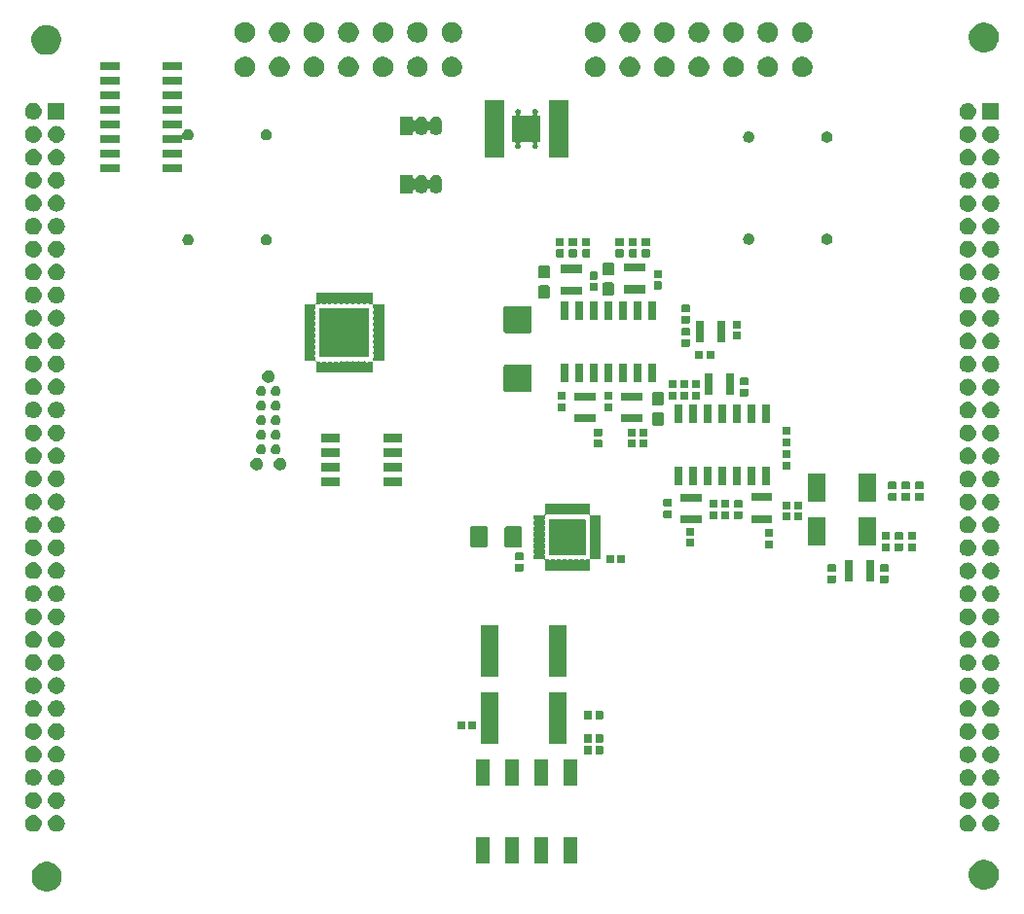
<source format=gbr>
G04 #@! TF.GenerationSoftware,KiCad,Pcbnew,(5.0.2)-1*
G04 #@! TF.CreationDate,2019-03-25T23:56:42-07:00*
G04 #@! TF.ProjectId,SwitcheroModule,53776974-6368-4657-926f-4d6f64756c65,rev?*
G04 #@! TF.SameCoordinates,Original*
G04 #@! TF.FileFunction,Soldermask,Top*
G04 #@! TF.FilePolarity,Negative*
%FSLAX46Y46*%
G04 Gerber Fmt 4.6, Leading zero omitted, Abs format (unit mm)*
G04 Created by KiCad (PCBNEW (5.0.2)-1) date 3/25/2019 11:56:42 PM*
%MOMM*%
%LPD*%
G01*
G04 APERTURE LIST*
%ADD10C,0.100000*%
G04 APERTURE END LIST*
D10*
G36*
X169721285Y-93338596D02*
X169721287Y-93338597D01*
X169721288Y-93338597D01*
X169859871Y-93396000D01*
X169958055Y-93436669D01*
X170171142Y-93579049D01*
X170352351Y-93760258D01*
X170494731Y-93973345D01*
X170592804Y-94210115D01*
X170642800Y-94461461D01*
X170642800Y-94717739D01*
X170592804Y-94969085D01*
X170494731Y-95205855D01*
X170352351Y-95418942D01*
X170171142Y-95600151D01*
X170171139Y-95600153D01*
X169958055Y-95742531D01*
X169721288Y-95840603D01*
X169721287Y-95840603D01*
X169721285Y-95840604D01*
X169469939Y-95890600D01*
X169213661Y-95890600D01*
X168962315Y-95840604D01*
X168962313Y-95840603D01*
X168962312Y-95840603D01*
X168725545Y-95742531D01*
X168512461Y-95600153D01*
X168512458Y-95600151D01*
X168331249Y-95418942D01*
X168188869Y-95205855D01*
X168090796Y-94969085D01*
X168040800Y-94717739D01*
X168040800Y-94461461D01*
X168090796Y-94210115D01*
X168188869Y-93973345D01*
X168331249Y-93760258D01*
X168512458Y-93579049D01*
X168725545Y-93436669D01*
X168823729Y-93396000D01*
X168962312Y-93338597D01*
X168962313Y-93338597D01*
X168962315Y-93338596D01*
X169213661Y-93288600D01*
X169469939Y-93288600D01*
X169721285Y-93338596D01*
X169721285Y-93338596D01*
G37*
G36*
X251244485Y-93164996D02*
X251244487Y-93164997D01*
X251244488Y-93164997D01*
X251481255Y-93263069D01*
X251694342Y-93405449D01*
X251875551Y-93586658D01*
X252017931Y-93799745D01*
X252116004Y-94036515D01*
X252166000Y-94287861D01*
X252166000Y-94544139D01*
X252116004Y-94795485D01*
X252017931Y-95032255D01*
X251875551Y-95245342D01*
X251694342Y-95426551D01*
X251694339Y-95426553D01*
X251481255Y-95568931D01*
X251244488Y-95667003D01*
X251244487Y-95667003D01*
X251244485Y-95667004D01*
X250993139Y-95717000D01*
X250736861Y-95717000D01*
X250485515Y-95667004D01*
X250485513Y-95667003D01*
X250485512Y-95667003D01*
X250248745Y-95568931D01*
X250035661Y-95426553D01*
X250035658Y-95426551D01*
X249854449Y-95245342D01*
X249712069Y-95032255D01*
X249613996Y-94795485D01*
X249564000Y-94544139D01*
X249564000Y-94287861D01*
X249613996Y-94036515D01*
X249712069Y-93799745D01*
X249854449Y-93586658D01*
X250035658Y-93405449D01*
X250248745Y-93263069D01*
X250485512Y-93164997D01*
X250485513Y-93164997D01*
X250485515Y-93164996D01*
X250736861Y-93115000D01*
X250993139Y-93115000D01*
X251244485Y-93164996D01*
X251244485Y-93164996D01*
G37*
G36*
X212955000Y-93396000D02*
X211733000Y-93396000D01*
X211733000Y-91134000D01*
X212955000Y-91134000D01*
X212955000Y-93396000D01*
X212955000Y-93396000D01*
G37*
G36*
X215495000Y-93396000D02*
X214273000Y-93396000D01*
X214273000Y-91134000D01*
X215495000Y-91134000D01*
X215495000Y-93396000D01*
X215495000Y-93396000D01*
G37*
G36*
X207875000Y-93396000D02*
X206653000Y-93396000D01*
X206653000Y-91134000D01*
X207875000Y-91134000D01*
X207875000Y-93396000D01*
X207875000Y-93396000D01*
G37*
G36*
X210415000Y-93396000D02*
X209193000Y-93396000D01*
X209193000Y-91134000D01*
X210415000Y-91134000D01*
X210415000Y-93396000D01*
X210415000Y-93396000D01*
G37*
G36*
X251516991Y-89228801D02*
X251602321Y-89237205D01*
X251739172Y-89278719D01*
X251739174Y-89278720D01*
X251739177Y-89278721D01*
X251865296Y-89346132D01*
X251975843Y-89436857D01*
X252066568Y-89547404D01*
X252133979Y-89673523D01*
X252133980Y-89673526D01*
X252133981Y-89673528D01*
X252175495Y-89810379D01*
X252189512Y-89952700D01*
X252175495Y-90095021D01*
X252137832Y-90219177D01*
X252133979Y-90231877D01*
X252066568Y-90357996D01*
X251975843Y-90468543D01*
X251865296Y-90559268D01*
X251739177Y-90626679D01*
X251739174Y-90626680D01*
X251739172Y-90626681D01*
X251602321Y-90668195D01*
X251516991Y-90676599D01*
X251495660Y-90678700D01*
X251424340Y-90678700D01*
X251403009Y-90676599D01*
X251317679Y-90668195D01*
X251180828Y-90626681D01*
X251180826Y-90626680D01*
X251180823Y-90626679D01*
X251054704Y-90559268D01*
X250944157Y-90468543D01*
X250853432Y-90357996D01*
X250786021Y-90231877D01*
X250782168Y-90219177D01*
X250744505Y-90095021D01*
X250730488Y-89952700D01*
X250744505Y-89810379D01*
X250786019Y-89673528D01*
X250786020Y-89673526D01*
X250786021Y-89673523D01*
X250853432Y-89547404D01*
X250944157Y-89436857D01*
X251054704Y-89346132D01*
X251180823Y-89278721D01*
X251180826Y-89278720D01*
X251180828Y-89278719D01*
X251317679Y-89237205D01*
X251403009Y-89228801D01*
X251424340Y-89226700D01*
X251495660Y-89226700D01*
X251516991Y-89228801D01*
X251516991Y-89228801D01*
G37*
G36*
X249516991Y-89228801D02*
X249602321Y-89237205D01*
X249739172Y-89278719D01*
X249739174Y-89278720D01*
X249739177Y-89278721D01*
X249865296Y-89346132D01*
X249975843Y-89436857D01*
X250066568Y-89547404D01*
X250133979Y-89673523D01*
X250133980Y-89673526D01*
X250133981Y-89673528D01*
X250175495Y-89810379D01*
X250189512Y-89952700D01*
X250175495Y-90095021D01*
X250137832Y-90219177D01*
X250133979Y-90231877D01*
X250066568Y-90357996D01*
X249975843Y-90468543D01*
X249865296Y-90559268D01*
X249739177Y-90626679D01*
X249739174Y-90626680D01*
X249739172Y-90626681D01*
X249602321Y-90668195D01*
X249516991Y-90676599D01*
X249495660Y-90678700D01*
X249424340Y-90678700D01*
X249403009Y-90676599D01*
X249317679Y-90668195D01*
X249180828Y-90626681D01*
X249180826Y-90626680D01*
X249180823Y-90626679D01*
X249054704Y-90559268D01*
X248944157Y-90468543D01*
X248853432Y-90357996D01*
X248786021Y-90231877D01*
X248782168Y-90219177D01*
X248744505Y-90095021D01*
X248730488Y-89952700D01*
X248744505Y-89810379D01*
X248786019Y-89673528D01*
X248786020Y-89673526D01*
X248786021Y-89673523D01*
X248853432Y-89547404D01*
X248944157Y-89436857D01*
X249054704Y-89346132D01*
X249180823Y-89278721D01*
X249180826Y-89278720D01*
X249180828Y-89278719D01*
X249317679Y-89237205D01*
X249403009Y-89228801D01*
X249424340Y-89226700D01*
X249495660Y-89226700D01*
X249516991Y-89228801D01*
X249516991Y-89228801D01*
G37*
G36*
X170236991Y-89216101D02*
X170322321Y-89224505D01*
X170459172Y-89266019D01*
X170459174Y-89266020D01*
X170459177Y-89266021D01*
X170585296Y-89333432D01*
X170695843Y-89424157D01*
X170786568Y-89534704D01*
X170853979Y-89660823D01*
X170853980Y-89660826D01*
X170853981Y-89660828D01*
X170895495Y-89797679D01*
X170909512Y-89940000D01*
X170895495Y-90082321D01*
X170853981Y-90219172D01*
X170853979Y-90219177D01*
X170786568Y-90345296D01*
X170695843Y-90455843D01*
X170585296Y-90546568D01*
X170459177Y-90613979D01*
X170459174Y-90613980D01*
X170459172Y-90613981D01*
X170322321Y-90655495D01*
X170236991Y-90663899D01*
X170215660Y-90666000D01*
X170144340Y-90666000D01*
X170123009Y-90663899D01*
X170037679Y-90655495D01*
X169900828Y-90613981D01*
X169900826Y-90613980D01*
X169900823Y-90613979D01*
X169774704Y-90546568D01*
X169664157Y-90455843D01*
X169573432Y-90345296D01*
X169506021Y-90219177D01*
X169506019Y-90219172D01*
X169464505Y-90082321D01*
X169450488Y-89940000D01*
X169464505Y-89797679D01*
X169506019Y-89660828D01*
X169506020Y-89660826D01*
X169506021Y-89660823D01*
X169573432Y-89534704D01*
X169664157Y-89424157D01*
X169774704Y-89333432D01*
X169900823Y-89266021D01*
X169900826Y-89266020D01*
X169900828Y-89266019D01*
X170037679Y-89224505D01*
X170123009Y-89216101D01*
X170144340Y-89214000D01*
X170215660Y-89214000D01*
X170236991Y-89216101D01*
X170236991Y-89216101D01*
G37*
G36*
X168236991Y-89216101D02*
X168322321Y-89224505D01*
X168459172Y-89266019D01*
X168459174Y-89266020D01*
X168459177Y-89266021D01*
X168585296Y-89333432D01*
X168695843Y-89424157D01*
X168786568Y-89534704D01*
X168853979Y-89660823D01*
X168853980Y-89660826D01*
X168853981Y-89660828D01*
X168895495Y-89797679D01*
X168909512Y-89940000D01*
X168895495Y-90082321D01*
X168853981Y-90219172D01*
X168853979Y-90219177D01*
X168786568Y-90345296D01*
X168695843Y-90455843D01*
X168585296Y-90546568D01*
X168459177Y-90613979D01*
X168459174Y-90613980D01*
X168459172Y-90613981D01*
X168322321Y-90655495D01*
X168236991Y-90663899D01*
X168215660Y-90666000D01*
X168144340Y-90666000D01*
X168123009Y-90663899D01*
X168037679Y-90655495D01*
X167900828Y-90613981D01*
X167900826Y-90613980D01*
X167900823Y-90613979D01*
X167774704Y-90546568D01*
X167664157Y-90455843D01*
X167573432Y-90345296D01*
X167506021Y-90219177D01*
X167506019Y-90219172D01*
X167464505Y-90082321D01*
X167450488Y-89940000D01*
X167464505Y-89797679D01*
X167506019Y-89660828D01*
X167506020Y-89660826D01*
X167506021Y-89660823D01*
X167573432Y-89534704D01*
X167664157Y-89424157D01*
X167774704Y-89333432D01*
X167900823Y-89266021D01*
X167900826Y-89266020D01*
X167900828Y-89266019D01*
X168037679Y-89224505D01*
X168123009Y-89216101D01*
X168144340Y-89214000D01*
X168215660Y-89214000D01*
X168236991Y-89216101D01*
X168236991Y-89216101D01*
G37*
G36*
X251516991Y-87228801D02*
X251602321Y-87237205D01*
X251739172Y-87278719D01*
X251739174Y-87278720D01*
X251739177Y-87278721D01*
X251865296Y-87346132D01*
X251975843Y-87436857D01*
X252066568Y-87547404D01*
X252133979Y-87673523D01*
X252133980Y-87673526D01*
X252133981Y-87673528D01*
X252175495Y-87810379D01*
X252189512Y-87952700D01*
X252175495Y-88095021D01*
X252137832Y-88219177D01*
X252133979Y-88231877D01*
X252066568Y-88357996D01*
X251975843Y-88468543D01*
X251865296Y-88559268D01*
X251739177Y-88626679D01*
X251739174Y-88626680D01*
X251739172Y-88626681D01*
X251602321Y-88668195D01*
X251516991Y-88676599D01*
X251495660Y-88678700D01*
X251424340Y-88678700D01*
X251403009Y-88676599D01*
X251317679Y-88668195D01*
X251180828Y-88626681D01*
X251180826Y-88626680D01*
X251180823Y-88626679D01*
X251054704Y-88559268D01*
X250944157Y-88468543D01*
X250853432Y-88357996D01*
X250786021Y-88231877D01*
X250782168Y-88219177D01*
X250744505Y-88095021D01*
X250730488Y-87952700D01*
X250744505Y-87810379D01*
X250786019Y-87673528D01*
X250786020Y-87673526D01*
X250786021Y-87673523D01*
X250853432Y-87547404D01*
X250944157Y-87436857D01*
X251054704Y-87346132D01*
X251180823Y-87278721D01*
X251180826Y-87278720D01*
X251180828Y-87278719D01*
X251317679Y-87237205D01*
X251403009Y-87228801D01*
X251424340Y-87226700D01*
X251495660Y-87226700D01*
X251516991Y-87228801D01*
X251516991Y-87228801D01*
G37*
G36*
X249516991Y-87228801D02*
X249602321Y-87237205D01*
X249739172Y-87278719D01*
X249739174Y-87278720D01*
X249739177Y-87278721D01*
X249865296Y-87346132D01*
X249975843Y-87436857D01*
X250066568Y-87547404D01*
X250133979Y-87673523D01*
X250133980Y-87673526D01*
X250133981Y-87673528D01*
X250175495Y-87810379D01*
X250189512Y-87952700D01*
X250175495Y-88095021D01*
X250137832Y-88219177D01*
X250133979Y-88231877D01*
X250066568Y-88357996D01*
X249975843Y-88468543D01*
X249865296Y-88559268D01*
X249739177Y-88626679D01*
X249739174Y-88626680D01*
X249739172Y-88626681D01*
X249602321Y-88668195D01*
X249516991Y-88676599D01*
X249495660Y-88678700D01*
X249424340Y-88678700D01*
X249403009Y-88676599D01*
X249317679Y-88668195D01*
X249180828Y-88626681D01*
X249180826Y-88626680D01*
X249180823Y-88626679D01*
X249054704Y-88559268D01*
X248944157Y-88468543D01*
X248853432Y-88357996D01*
X248786021Y-88231877D01*
X248782168Y-88219177D01*
X248744505Y-88095021D01*
X248730488Y-87952700D01*
X248744505Y-87810379D01*
X248786019Y-87673528D01*
X248786020Y-87673526D01*
X248786021Y-87673523D01*
X248853432Y-87547404D01*
X248944157Y-87436857D01*
X249054704Y-87346132D01*
X249180823Y-87278721D01*
X249180826Y-87278720D01*
X249180828Y-87278719D01*
X249317679Y-87237205D01*
X249403009Y-87228801D01*
X249424340Y-87226700D01*
X249495660Y-87226700D01*
X249516991Y-87228801D01*
X249516991Y-87228801D01*
G37*
G36*
X168236991Y-87216101D02*
X168322321Y-87224505D01*
X168459172Y-87266019D01*
X168459174Y-87266020D01*
X168459177Y-87266021D01*
X168585296Y-87333432D01*
X168695843Y-87424157D01*
X168786568Y-87534704D01*
X168853979Y-87660823D01*
X168853980Y-87660826D01*
X168853981Y-87660828D01*
X168895495Y-87797679D01*
X168909512Y-87940000D01*
X168895495Y-88082321D01*
X168853981Y-88219172D01*
X168853979Y-88219177D01*
X168786568Y-88345296D01*
X168695843Y-88455843D01*
X168585296Y-88546568D01*
X168459177Y-88613979D01*
X168459174Y-88613980D01*
X168459172Y-88613981D01*
X168322321Y-88655495D01*
X168236991Y-88663899D01*
X168215660Y-88666000D01*
X168144340Y-88666000D01*
X168123009Y-88663899D01*
X168037679Y-88655495D01*
X167900828Y-88613981D01*
X167900826Y-88613980D01*
X167900823Y-88613979D01*
X167774704Y-88546568D01*
X167664157Y-88455843D01*
X167573432Y-88345296D01*
X167506021Y-88219177D01*
X167506019Y-88219172D01*
X167464505Y-88082321D01*
X167450488Y-87940000D01*
X167464505Y-87797679D01*
X167506019Y-87660828D01*
X167506020Y-87660826D01*
X167506021Y-87660823D01*
X167573432Y-87534704D01*
X167664157Y-87424157D01*
X167774704Y-87333432D01*
X167900823Y-87266021D01*
X167900826Y-87266020D01*
X167900828Y-87266019D01*
X168037679Y-87224505D01*
X168123009Y-87216101D01*
X168144340Y-87214000D01*
X168215660Y-87214000D01*
X168236991Y-87216101D01*
X168236991Y-87216101D01*
G37*
G36*
X170236991Y-87216101D02*
X170322321Y-87224505D01*
X170459172Y-87266019D01*
X170459174Y-87266020D01*
X170459177Y-87266021D01*
X170585296Y-87333432D01*
X170695843Y-87424157D01*
X170786568Y-87534704D01*
X170853979Y-87660823D01*
X170853980Y-87660826D01*
X170853981Y-87660828D01*
X170895495Y-87797679D01*
X170909512Y-87940000D01*
X170895495Y-88082321D01*
X170853981Y-88219172D01*
X170853979Y-88219177D01*
X170786568Y-88345296D01*
X170695843Y-88455843D01*
X170585296Y-88546568D01*
X170459177Y-88613979D01*
X170459174Y-88613980D01*
X170459172Y-88613981D01*
X170322321Y-88655495D01*
X170236991Y-88663899D01*
X170215660Y-88666000D01*
X170144340Y-88666000D01*
X170123009Y-88663899D01*
X170037679Y-88655495D01*
X169900828Y-88613981D01*
X169900826Y-88613980D01*
X169900823Y-88613979D01*
X169774704Y-88546568D01*
X169664157Y-88455843D01*
X169573432Y-88345296D01*
X169506021Y-88219177D01*
X169506019Y-88219172D01*
X169464505Y-88082321D01*
X169450488Y-87940000D01*
X169464505Y-87797679D01*
X169506019Y-87660828D01*
X169506020Y-87660826D01*
X169506021Y-87660823D01*
X169573432Y-87534704D01*
X169664157Y-87424157D01*
X169774704Y-87333432D01*
X169900823Y-87266021D01*
X169900826Y-87266020D01*
X169900828Y-87266019D01*
X170037679Y-87224505D01*
X170123009Y-87216101D01*
X170144340Y-87214000D01*
X170215660Y-87214000D01*
X170236991Y-87216101D01*
X170236991Y-87216101D01*
G37*
G36*
X251516991Y-85228801D02*
X251602321Y-85237205D01*
X251739172Y-85278719D01*
X251739174Y-85278720D01*
X251739177Y-85278721D01*
X251865296Y-85346132D01*
X251975843Y-85436857D01*
X252066568Y-85547404D01*
X252133979Y-85673523D01*
X252133980Y-85673526D01*
X252133981Y-85673528D01*
X252175495Y-85810379D01*
X252189512Y-85952700D01*
X252175495Y-86095021D01*
X252137832Y-86219177D01*
X252133979Y-86231877D01*
X252066568Y-86357996D01*
X251975843Y-86468543D01*
X251865296Y-86559268D01*
X251739177Y-86626679D01*
X251739174Y-86626680D01*
X251739172Y-86626681D01*
X251602321Y-86668195D01*
X251516991Y-86676599D01*
X251495660Y-86678700D01*
X251424340Y-86678700D01*
X251403009Y-86676599D01*
X251317679Y-86668195D01*
X251180828Y-86626681D01*
X251180826Y-86626680D01*
X251180823Y-86626679D01*
X251054704Y-86559268D01*
X250944157Y-86468543D01*
X250853432Y-86357996D01*
X250786021Y-86231877D01*
X250782168Y-86219177D01*
X250744505Y-86095021D01*
X250730488Y-85952700D01*
X250744505Y-85810379D01*
X250786019Y-85673528D01*
X250786020Y-85673526D01*
X250786021Y-85673523D01*
X250853432Y-85547404D01*
X250944157Y-85436857D01*
X251054704Y-85346132D01*
X251180823Y-85278721D01*
X251180826Y-85278720D01*
X251180828Y-85278719D01*
X251317679Y-85237205D01*
X251403009Y-85228801D01*
X251424340Y-85226700D01*
X251495660Y-85226700D01*
X251516991Y-85228801D01*
X251516991Y-85228801D01*
G37*
G36*
X249516991Y-85228801D02*
X249602321Y-85237205D01*
X249739172Y-85278719D01*
X249739174Y-85278720D01*
X249739177Y-85278721D01*
X249865296Y-85346132D01*
X249975843Y-85436857D01*
X250066568Y-85547404D01*
X250133979Y-85673523D01*
X250133980Y-85673526D01*
X250133981Y-85673528D01*
X250175495Y-85810379D01*
X250189512Y-85952700D01*
X250175495Y-86095021D01*
X250137832Y-86219177D01*
X250133979Y-86231877D01*
X250066568Y-86357996D01*
X249975843Y-86468543D01*
X249865296Y-86559268D01*
X249739177Y-86626679D01*
X249739174Y-86626680D01*
X249739172Y-86626681D01*
X249602321Y-86668195D01*
X249516991Y-86676599D01*
X249495660Y-86678700D01*
X249424340Y-86678700D01*
X249403009Y-86676599D01*
X249317679Y-86668195D01*
X249180828Y-86626681D01*
X249180826Y-86626680D01*
X249180823Y-86626679D01*
X249054704Y-86559268D01*
X248944157Y-86468543D01*
X248853432Y-86357996D01*
X248786021Y-86231877D01*
X248782168Y-86219177D01*
X248744505Y-86095021D01*
X248730488Y-85952700D01*
X248744505Y-85810379D01*
X248786019Y-85673528D01*
X248786020Y-85673526D01*
X248786021Y-85673523D01*
X248853432Y-85547404D01*
X248944157Y-85436857D01*
X249054704Y-85346132D01*
X249180823Y-85278721D01*
X249180826Y-85278720D01*
X249180828Y-85278719D01*
X249317679Y-85237205D01*
X249403009Y-85228801D01*
X249424340Y-85226700D01*
X249495660Y-85226700D01*
X249516991Y-85228801D01*
X249516991Y-85228801D01*
G37*
G36*
X212955000Y-86666000D02*
X211733000Y-86666000D01*
X211733000Y-84404000D01*
X212955000Y-84404000D01*
X212955000Y-86666000D01*
X212955000Y-86666000D01*
G37*
G36*
X168236991Y-85216101D02*
X168322321Y-85224505D01*
X168459172Y-85266019D01*
X168459174Y-85266020D01*
X168459177Y-85266021D01*
X168585296Y-85333432D01*
X168695843Y-85424157D01*
X168786568Y-85534704D01*
X168853979Y-85660823D01*
X168853980Y-85660826D01*
X168853981Y-85660828D01*
X168895495Y-85797679D01*
X168909512Y-85940000D01*
X168895495Y-86082321D01*
X168853981Y-86219172D01*
X168853979Y-86219177D01*
X168786568Y-86345296D01*
X168695843Y-86455843D01*
X168585296Y-86546568D01*
X168459177Y-86613979D01*
X168459174Y-86613980D01*
X168459172Y-86613981D01*
X168322321Y-86655495D01*
X168236991Y-86663899D01*
X168215660Y-86666000D01*
X168144340Y-86666000D01*
X168123009Y-86663899D01*
X168037679Y-86655495D01*
X167900828Y-86613981D01*
X167900826Y-86613980D01*
X167900823Y-86613979D01*
X167774704Y-86546568D01*
X167664157Y-86455843D01*
X167573432Y-86345296D01*
X167506021Y-86219177D01*
X167506019Y-86219172D01*
X167464505Y-86082321D01*
X167450488Y-85940000D01*
X167464505Y-85797679D01*
X167506019Y-85660828D01*
X167506020Y-85660826D01*
X167506021Y-85660823D01*
X167573432Y-85534704D01*
X167664157Y-85424157D01*
X167774704Y-85333432D01*
X167900823Y-85266021D01*
X167900826Y-85266020D01*
X167900828Y-85266019D01*
X168037679Y-85224505D01*
X168123009Y-85216101D01*
X168144340Y-85214000D01*
X168215660Y-85214000D01*
X168236991Y-85216101D01*
X168236991Y-85216101D01*
G37*
G36*
X170236991Y-85216101D02*
X170322321Y-85224505D01*
X170459172Y-85266019D01*
X170459174Y-85266020D01*
X170459177Y-85266021D01*
X170585296Y-85333432D01*
X170695843Y-85424157D01*
X170786568Y-85534704D01*
X170853979Y-85660823D01*
X170853980Y-85660826D01*
X170853981Y-85660828D01*
X170895495Y-85797679D01*
X170909512Y-85940000D01*
X170895495Y-86082321D01*
X170853981Y-86219172D01*
X170853979Y-86219177D01*
X170786568Y-86345296D01*
X170695843Y-86455843D01*
X170585296Y-86546568D01*
X170459177Y-86613979D01*
X170459174Y-86613980D01*
X170459172Y-86613981D01*
X170322321Y-86655495D01*
X170236991Y-86663899D01*
X170215660Y-86666000D01*
X170144340Y-86666000D01*
X170123009Y-86663899D01*
X170037679Y-86655495D01*
X169900828Y-86613981D01*
X169900826Y-86613980D01*
X169900823Y-86613979D01*
X169774704Y-86546568D01*
X169664157Y-86455843D01*
X169573432Y-86345296D01*
X169506021Y-86219177D01*
X169506019Y-86219172D01*
X169464505Y-86082321D01*
X169450488Y-85940000D01*
X169464505Y-85797679D01*
X169506019Y-85660828D01*
X169506020Y-85660826D01*
X169506021Y-85660823D01*
X169573432Y-85534704D01*
X169664157Y-85424157D01*
X169774704Y-85333432D01*
X169900823Y-85266021D01*
X169900826Y-85266020D01*
X169900828Y-85266019D01*
X170037679Y-85224505D01*
X170123009Y-85216101D01*
X170144340Y-85214000D01*
X170215660Y-85214000D01*
X170236991Y-85216101D01*
X170236991Y-85216101D01*
G37*
G36*
X207875000Y-86666000D02*
X206653000Y-86666000D01*
X206653000Y-84404000D01*
X207875000Y-84404000D01*
X207875000Y-86666000D01*
X207875000Y-86666000D01*
G37*
G36*
X210415000Y-86666000D02*
X209193000Y-86666000D01*
X209193000Y-84404000D01*
X210415000Y-84404000D01*
X210415000Y-86666000D01*
X210415000Y-86666000D01*
G37*
G36*
X215495000Y-86666000D02*
X214273000Y-86666000D01*
X214273000Y-84404000D01*
X215495000Y-84404000D01*
X215495000Y-86666000D01*
X215495000Y-86666000D01*
G37*
G36*
X249506747Y-83227792D02*
X249602321Y-83237205D01*
X249739172Y-83278719D01*
X249739174Y-83278720D01*
X249739177Y-83278721D01*
X249865296Y-83346132D01*
X249975843Y-83436857D01*
X250066568Y-83547404D01*
X250133979Y-83673523D01*
X250133980Y-83673526D01*
X250133981Y-83673528D01*
X250175495Y-83810379D01*
X250189512Y-83952700D01*
X250175495Y-84095021D01*
X250137832Y-84219177D01*
X250133979Y-84231877D01*
X250066568Y-84357996D01*
X249975843Y-84468543D01*
X249865296Y-84559268D01*
X249739177Y-84626679D01*
X249739174Y-84626680D01*
X249739172Y-84626681D01*
X249602321Y-84668195D01*
X249516991Y-84676599D01*
X249495660Y-84678700D01*
X249424340Y-84678700D01*
X249403009Y-84676599D01*
X249317679Y-84668195D01*
X249180828Y-84626681D01*
X249180826Y-84626680D01*
X249180823Y-84626679D01*
X249054704Y-84559268D01*
X248944157Y-84468543D01*
X248853432Y-84357996D01*
X248786021Y-84231877D01*
X248782168Y-84219177D01*
X248744505Y-84095021D01*
X248730488Y-83952700D01*
X248744505Y-83810379D01*
X248786019Y-83673528D01*
X248786020Y-83673526D01*
X248786021Y-83673523D01*
X248853432Y-83547404D01*
X248944157Y-83436857D01*
X249054704Y-83346132D01*
X249180823Y-83278721D01*
X249180826Y-83278720D01*
X249180828Y-83278719D01*
X249317679Y-83237205D01*
X249413253Y-83227792D01*
X249424340Y-83226700D01*
X249495660Y-83226700D01*
X249506747Y-83227792D01*
X249506747Y-83227792D01*
G37*
G36*
X251506747Y-83227792D02*
X251602321Y-83237205D01*
X251739172Y-83278719D01*
X251739174Y-83278720D01*
X251739177Y-83278721D01*
X251865296Y-83346132D01*
X251975843Y-83436857D01*
X252066568Y-83547404D01*
X252133979Y-83673523D01*
X252133980Y-83673526D01*
X252133981Y-83673528D01*
X252175495Y-83810379D01*
X252189512Y-83952700D01*
X252175495Y-84095021D01*
X252137832Y-84219177D01*
X252133979Y-84231877D01*
X252066568Y-84357996D01*
X251975843Y-84468543D01*
X251865296Y-84559268D01*
X251739177Y-84626679D01*
X251739174Y-84626680D01*
X251739172Y-84626681D01*
X251602321Y-84668195D01*
X251516991Y-84676599D01*
X251495660Y-84678700D01*
X251424340Y-84678700D01*
X251403009Y-84676599D01*
X251317679Y-84668195D01*
X251180828Y-84626681D01*
X251180826Y-84626680D01*
X251180823Y-84626679D01*
X251054704Y-84559268D01*
X250944157Y-84468543D01*
X250853432Y-84357996D01*
X250786021Y-84231877D01*
X250782168Y-84219177D01*
X250744505Y-84095021D01*
X250730488Y-83952700D01*
X250744505Y-83810379D01*
X250786019Y-83673528D01*
X250786020Y-83673526D01*
X250786021Y-83673523D01*
X250853432Y-83547404D01*
X250944157Y-83436857D01*
X251054704Y-83346132D01*
X251180823Y-83278721D01*
X251180826Y-83278720D01*
X251180828Y-83278719D01*
X251317679Y-83237205D01*
X251413253Y-83227792D01*
X251424340Y-83226700D01*
X251495660Y-83226700D01*
X251506747Y-83227792D01*
X251506747Y-83227792D01*
G37*
G36*
X170236991Y-83216101D02*
X170322321Y-83224505D01*
X170459172Y-83266019D01*
X170459174Y-83266020D01*
X170459177Y-83266021D01*
X170585296Y-83333432D01*
X170695843Y-83424157D01*
X170786568Y-83534704D01*
X170853979Y-83660823D01*
X170853980Y-83660826D01*
X170853981Y-83660828D01*
X170895495Y-83797679D01*
X170909512Y-83940000D01*
X170895495Y-84082321D01*
X170853981Y-84219172D01*
X170853979Y-84219177D01*
X170786568Y-84345296D01*
X170695843Y-84455843D01*
X170585296Y-84546568D01*
X170459177Y-84613979D01*
X170459174Y-84613980D01*
X170459172Y-84613981D01*
X170322321Y-84655495D01*
X170236991Y-84663899D01*
X170215660Y-84666000D01*
X170144340Y-84666000D01*
X170123009Y-84663899D01*
X170037679Y-84655495D01*
X169900828Y-84613981D01*
X169900826Y-84613980D01*
X169900823Y-84613979D01*
X169774704Y-84546568D01*
X169664157Y-84455843D01*
X169573432Y-84345296D01*
X169506021Y-84219177D01*
X169506019Y-84219172D01*
X169464505Y-84082321D01*
X169450488Y-83940000D01*
X169464505Y-83797679D01*
X169506019Y-83660828D01*
X169506020Y-83660826D01*
X169506021Y-83660823D01*
X169573432Y-83534704D01*
X169664157Y-83424157D01*
X169774704Y-83333432D01*
X169900823Y-83266021D01*
X169900826Y-83266020D01*
X169900828Y-83266019D01*
X170037679Y-83224505D01*
X170123009Y-83216101D01*
X170144340Y-83214000D01*
X170215660Y-83214000D01*
X170236991Y-83216101D01*
X170236991Y-83216101D01*
G37*
G36*
X168236991Y-83216101D02*
X168322321Y-83224505D01*
X168459172Y-83266019D01*
X168459174Y-83266020D01*
X168459177Y-83266021D01*
X168585296Y-83333432D01*
X168695843Y-83424157D01*
X168786568Y-83534704D01*
X168853979Y-83660823D01*
X168853980Y-83660826D01*
X168853981Y-83660828D01*
X168895495Y-83797679D01*
X168909512Y-83940000D01*
X168895495Y-84082321D01*
X168853981Y-84219172D01*
X168853979Y-84219177D01*
X168786568Y-84345296D01*
X168695843Y-84455843D01*
X168585296Y-84546568D01*
X168459177Y-84613979D01*
X168459174Y-84613980D01*
X168459172Y-84613981D01*
X168322321Y-84655495D01*
X168236991Y-84663899D01*
X168215660Y-84666000D01*
X168144340Y-84666000D01*
X168123009Y-84663899D01*
X168037679Y-84655495D01*
X167900828Y-84613981D01*
X167900826Y-84613980D01*
X167900823Y-84613979D01*
X167774704Y-84546568D01*
X167664157Y-84455843D01*
X167573432Y-84345296D01*
X167506021Y-84219177D01*
X167506019Y-84219172D01*
X167464505Y-84082321D01*
X167450488Y-83940000D01*
X167464505Y-83797679D01*
X167506019Y-83660828D01*
X167506020Y-83660826D01*
X167506021Y-83660823D01*
X167573432Y-83534704D01*
X167664157Y-83424157D01*
X167774704Y-83333432D01*
X167900823Y-83266021D01*
X167900826Y-83266020D01*
X167900828Y-83266019D01*
X168037679Y-83224505D01*
X168123009Y-83216101D01*
X168144340Y-83214000D01*
X168215660Y-83214000D01*
X168236991Y-83216101D01*
X168236991Y-83216101D01*
G37*
G36*
X217657938Y-83197716D02*
X217678556Y-83203970D01*
X217697556Y-83214126D01*
X217714208Y-83227792D01*
X217727874Y-83244444D01*
X217738030Y-83263444D01*
X217744284Y-83284062D01*
X217747000Y-83311640D01*
X217747000Y-83820360D01*
X217744284Y-83847938D01*
X217738030Y-83868556D01*
X217727874Y-83887556D01*
X217714208Y-83904208D01*
X217697556Y-83917874D01*
X217678556Y-83928030D01*
X217657938Y-83934284D01*
X217630360Y-83937000D01*
X217171640Y-83937000D01*
X217144062Y-83934284D01*
X217123444Y-83928030D01*
X217104444Y-83917874D01*
X217087792Y-83904208D01*
X217074126Y-83887556D01*
X217063970Y-83868556D01*
X217057716Y-83847938D01*
X217055000Y-83820360D01*
X217055000Y-83311640D01*
X217057716Y-83284062D01*
X217063970Y-83263444D01*
X217074126Y-83244444D01*
X217087792Y-83227792D01*
X217104444Y-83214126D01*
X217123444Y-83203970D01*
X217144062Y-83197716D01*
X217171640Y-83195000D01*
X217630360Y-83195000D01*
X217657938Y-83197716D01*
X217657938Y-83197716D01*
G37*
G36*
X216687938Y-83197716D02*
X216708556Y-83203970D01*
X216727556Y-83214126D01*
X216744208Y-83227792D01*
X216757874Y-83244444D01*
X216768030Y-83263444D01*
X216774284Y-83284062D01*
X216777000Y-83311640D01*
X216777000Y-83820360D01*
X216774284Y-83847938D01*
X216768030Y-83868556D01*
X216757874Y-83887556D01*
X216744208Y-83904208D01*
X216727556Y-83917874D01*
X216708556Y-83928030D01*
X216687938Y-83934284D01*
X216660360Y-83937000D01*
X216201640Y-83937000D01*
X216174062Y-83934284D01*
X216153444Y-83928030D01*
X216134444Y-83917874D01*
X216117792Y-83904208D01*
X216104126Y-83887556D01*
X216093970Y-83868556D01*
X216087716Y-83847938D01*
X216085000Y-83820360D01*
X216085000Y-83311640D01*
X216087716Y-83284062D01*
X216093970Y-83263444D01*
X216104126Y-83244444D01*
X216117792Y-83227792D01*
X216134444Y-83214126D01*
X216153444Y-83203970D01*
X216174062Y-83197716D01*
X216201640Y-83195000D01*
X216660360Y-83195000D01*
X216687938Y-83197716D01*
X216687938Y-83197716D01*
G37*
G36*
X214546000Y-82998000D02*
X212994000Y-82998000D01*
X212994000Y-78546000D01*
X214546000Y-78546000D01*
X214546000Y-82998000D01*
X214546000Y-82998000D01*
G37*
G36*
X208646000Y-82998000D02*
X207094000Y-82998000D01*
X207094000Y-78546000D01*
X208646000Y-78546000D01*
X208646000Y-82998000D01*
X208646000Y-82998000D01*
G37*
G36*
X217657938Y-82181716D02*
X217678556Y-82187970D01*
X217697556Y-82198126D01*
X217714208Y-82211792D01*
X217727874Y-82228444D01*
X217738030Y-82247444D01*
X217744284Y-82268062D01*
X217747000Y-82295640D01*
X217747000Y-82804360D01*
X217744284Y-82831938D01*
X217738030Y-82852556D01*
X217727874Y-82871556D01*
X217714208Y-82888208D01*
X217697556Y-82901874D01*
X217678556Y-82912030D01*
X217657938Y-82918284D01*
X217630360Y-82921000D01*
X217171640Y-82921000D01*
X217144062Y-82918284D01*
X217123444Y-82912030D01*
X217104444Y-82901874D01*
X217087792Y-82888208D01*
X217074126Y-82871556D01*
X217063970Y-82852556D01*
X217057716Y-82831938D01*
X217055000Y-82804360D01*
X217055000Y-82295640D01*
X217057716Y-82268062D01*
X217063970Y-82247444D01*
X217074126Y-82228444D01*
X217087792Y-82211792D01*
X217104444Y-82198126D01*
X217123444Y-82187970D01*
X217144062Y-82181716D01*
X217171640Y-82179000D01*
X217630360Y-82179000D01*
X217657938Y-82181716D01*
X217657938Y-82181716D01*
G37*
G36*
X216687938Y-82181716D02*
X216708556Y-82187970D01*
X216727556Y-82198126D01*
X216744208Y-82211792D01*
X216757874Y-82228444D01*
X216768030Y-82247444D01*
X216774284Y-82268062D01*
X216777000Y-82295640D01*
X216777000Y-82804360D01*
X216774284Y-82831938D01*
X216768030Y-82852556D01*
X216757874Y-82871556D01*
X216744208Y-82888208D01*
X216727556Y-82901874D01*
X216708556Y-82912030D01*
X216687938Y-82918284D01*
X216660360Y-82921000D01*
X216201640Y-82921000D01*
X216174062Y-82918284D01*
X216153444Y-82912030D01*
X216134444Y-82901874D01*
X216117792Y-82888208D01*
X216104126Y-82871556D01*
X216093970Y-82852556D01*
X216087716Y-82831938D01*
X216085000Y-82804360D01*
X216085000Y-82295640D01*
X216087716Y-82268062D01*
X216093970Y-82247444D01*
X216104126Y-82228444D01*
X216117792Y-82211792D01*
X216134444Y-82198126D01*
X216153444Y-82187970D01*
X216174062Y-82181716D01*
X216201640Y-82179000D01*
X216660360Y-82179000D01*
X216687938Y-82181716D01*
X216687938Y-82181716D01*
G37*
G36*
X249516991Y-81228801D02*
X249602321Y-81237205D01*
X249739172Y-81278719D01*
X249739174Y-81278720D01*
X249739177Y-81278721D01*
X249865296Y-81346132D01*
X249975843Y-81436857D01*
X250066568Y-81547404D01*
X250133979Y-81673523D01*
X250133980Y-81673526D01*
X250133981Y-81673528D01*
X250175495Y-81810379D01*
X250189512Y-81952700D01*
X250175495Y-82095021D01*
X250133981Y-82231872D01*
X250133979Y-82231877D01*
X250066568Y-82357996D01*
X249975843Y-82468543D01*
X249865296Y-82559268D01*
X249739177Y-82626679D01*
X249739174Y-82626680D01*
X249739172Y-82626681D01*
X249602321Y-82668195D01*
X249516991Y-82676599D01*
X249495660Y-82678700D01*
X249424340Y-82678700D01*
X249403009Y-82676599D01*
X249317679Y-82668195D01*
X249180828Y-82626681D01*
X249180826Y-82626680D01*
X249180823Y-82626679D01*
X249054704Y-82559268D01*
X248944157Y-82468543D01*
X248853432Y-82357996D01*
X248786021Y-82231877D01*
X248786019Y-82231872D01*
X248744505Y-82095021D01*
X248730488Y-81952700D01*
X248744505Y-81810379D01*
X248786019Y-81673528D01*
X248786020Y-81673526D01*
X248786021Y-81673523D01*
X248853432Y-81547404D01*
X248944157Y-81436857D01*
X249054704Y-81346132D01*
X249180823Y-81278721D01*
X249180826Y-81278720D01*
X249180828Y-81278719D01*
X249317679Y-81237205D01*
X249403009Y-81228801D01*
X249424340Y-81226700D01*
X249495660Y-81226700D01*
X249516991Y-81228801D01*
X249516991Y-81228801D01*
G37*
G36*
X251516991Y-81228801D02*
X251602321Y-81237205D01*
X251739172Y-81278719D01*
X251739174Y-81278720D01*
X251739177Y-81278721D01*
X251865296Y-81346132D01*
X251975843Y-81436857D01*
X252066568Y-81547404D01*
X252133979Y-81673523D01*
X252133980Y-81673526D01*
X252133981Y-81673528D01*
X252175495Y-81810379D01*
X252189512Y-81952700D01*
X252175495Y-82095021D01*
X252133981Y-82231872D01*
X252133979Y-82231877D01*
X252066568Y-82357996D01*
X251975843Y-82468543D01*
X251865296Y-82559268D01*
X251739177Y-82626679D01*
X251739174Y-82626680D01*
X251739172Y-82626681D01*
X251602321Y-82668195D01*
X251516991Y-82676599D01*
X251495660Y-82678700D01*
X251424340Y-82678700D01*
X251403009Y-82676599D01*
X251317679Y-82668195D01*
X251180828Y-82626681D01*
X251180826Y-82626680D01*
X251180823Y-82626679D01*
X251054704Y-82559268D01*
X250944157Y-82468543D01*
X250853432Y-82357996D01*
X250786021Y-82231877D01*
X250786019Y-82231872D01*
X250744505Y-82095021D01*
X250730488Y-81952700D01*
X250744505Y-81810379D01*
X250786019Y-81673528D01*
X250786020Y-81673526D01*
X250786021Y-81673523D01*
X250853432Y-81547404D01*
X250944157Y-81436857D01*
X251054704Y-81346132D01*
X251180823Y-81278721D01*
X251180826Y-81278720D01*
X251180828Y-81278719D01*
X251317679Y-81237205D01*
X251403009Y-81228801D01*
X251424340Y-81226700D01*
X251495660Y-81226700D01*
X251516991Y-81228801D01*
X251516991Y-81228801D01*
G37*
G36*
X168236991Y-81216101D02*
X168322321Y-81224505D01*
X168459172Y-81266019D01*
X168459174Y-81266020D01*
X168459177Y-81266021D01*
X168585296Y-81333432D01*
X168695843Y-81424157D01*
X168786568Y-81534704D01*
X168853979Y-81660823D01*
X168853980Y-81660826D01*
X168853981Y-81660828D01*
X168895495Y-81797679D01*
X168909512Y-81940000D01*
X168895495Y-82082321D01*
X168853981Y-82219172D01*
X168853979Y-82219177D01*
X168786568Y-82345296D01*
X168695843Y-82455843D01*
X168585296Y-82546568D01*
X168459177Y-82613979D01*
X168459174Y-82613980D01*
X168459172Y-82613981D01*
X168322321Y-82655495D01*
X168236991Y-82663899D01*
X168215660Y-82666000D01*
X168144340Y-82666000D01*
X168123009Y-82663899D01*
X168037679Y-82655495D01*
X167900828Y-82613981D01*
X167900826Y-82613980D01*
X167900823Y-82613979D01*
X167774704Y-82546568D01*
X167664157Y-82455843D01*
X167573432Y-82345296D01*
X167506021Y-82219177D01*
X167506019Y-82219172D01*
X167464505Y-82082321D01*
X167450488Y-81940000D01*
X167464505Y-81797679D01*
X167506019Y-81660828D01*
X167506020Y-81660826D01*
X167506021Y-81660823D01*
X167573432Y-81534704D01*
X167664157Y-81424157D01*
X167774704Y-81333432D01*
X167900823Y-81266021D01*
X167900826Y-81266020D01*
X167900828Y-81266019D01*
X168037679Y-81224505D01*
X168123009Y-81216101D01*
X168144340Y-81214000D01*
X168215660Y-81214000D01*
X168236991Y-81216101D01*
X168236991Y-81216101D01*
G37*
G36*
X170236991Y-81216101D02*
X170322321Y-81224505D01*
X170459172Y-81266019D01*
X170459174Y-81266020D01*
X170459177Y-81266021D01*
X170585296Y-81333432D01*
X170695843Y-81424157D01*
X170786568Y-81534704D01*
X170853979Y-81660823D01*
X170853980Y-81660826D01*
X170853981Y-81660828D01*
X170895495Y-81797679D01*
X170909512Y-81940000D01*
X170895495Y-82082321D01*
X170853981Y-82219172D01*
X170853979Y-82219177D01*
X170786568Y-82345296D01*
X170695843Y-82455843D01*
X170585296Y-82546568D01*
X170459177Y-82613979D01*
X170459174Y-82613980D01*
X170459172Y-82613981D01*
X170322321Y-82655495D01*
X170236991Y-82663899D01*
X170215660Y-82666000D01*
X170144340Y-82666000D01*
X170123009Y-82663899D01*
X170037679Y-82655495D01*
X169900828Y-82613981D01*
X169900826Y-82613980D01*
X169900823Y-82613979D01*
X169774704Y-82546568D01*
X169664157Y-82455843D01*
X169573432Y-82345296D01*
X169506021Y-82219177D01*
X169506019Y-82219172D01*
X169464505Y-82082321D01*
X169450488Y-81940000D01*
X169464505Y-81797679D01*
X169506019Y-81660828D01*
X169506020Y-81660826D01*
X169506021Y-81660823D01*
X169573432Y-81534704D01*
X169664157Y-81424157D01*
X169774704Y-81333432D01*
X169900823Y-81266021D01*
X169900826Y-81266020D01*
X169900828Y-81266019D01*
X170037679Y-81224505D01*
X170123009Y-81216101D01*
X170144340Y-81214000D01*
X170215660Y-81214000D01*
X170236991Y-81216101D01*
X170236991Y-81216101D01*
G37*
G36*
X206608938Y-81038716D02*
X206629556Y-81044970D01*
X206648556Y-81055126D01*
X206665208Y-81068792D01*
X206678874Y-81085444D01*
X206689030Y-81104444D01*
X206695284Y-81125062D01*
X206698000Y-81152640D01*
X206698000Y-81661360D01*
X206695284Y-81688938D01*
X206689030Y-81709556D01*
X206678874Y-81728556D01*
X206665208Y-81745208D01*
X206648556Y-81758874D01*
X206629556Y-81769030D01*
X206608938Y-81775284D01*
X206581360Y-81778000D01*
X206122640Y-81778000D01*
X206095062Y-81775284D01*
X206074444Y-81769030D01*
X206055444Y-81758874D01*
X206038792Y-81745208D01*
X206025126Y-81728556D01*
X206014970Y-81709556D01*
X206008716Y-81688938D01*
X206006000Y-81661360D01*
X206006000Y-81152640D01*
X206008716Y-81125062D01*
X206014970Y-81104444D01*
X206025126Y-81085444D01*
X206038792Y-81068792D01*
X206055444Y-81055126D01*
X206074444Y-81044970D01*
X206095062Y-81038716D01*
X206122640Y-81036000D01*
X206581360Y-81036000D01*
X206608938Y-81038716D01*
X206608938Y-81038716D01*
G37*
G36*
X205638938Y-81038716D02*
X205659556Y-81044970D01*
X205678556Y-81055126D01*
X205695208Y-81068792D01*
X205708874Y-81085444D01*
X205719030Y-81104444D01*
X205725284Y-81125062D01*
X205728000Y-81152640D01*
X205728000Y-81661360D01*
X205725284Y-81688938D01*
X205719030Y-81709556D01*
X205708874Y-81728556D01*
X205695208Y-81745208D01*
X205678556Y-81758874D01*
X205659556Y-81769030D01*
X205638938Y-81775284D01*
X205611360Y-81778000D01*
X205152640Y-81778000D01*
X205125062Y-81775284D01*
X205104444Y-81769030D01*
X205085444Y-81758874D01*
X205068792Y-81745208D01*
X205055126Y-81728556D01*
X205044970Y-81709556D01*
X205038716Y-81688938D01*
X205036000Y-81661360D01*
X205036000Y-81152640D01*
X205038716Y-81125062D01*
X205044970Y-81104444D01*
X205055126Y-81085444D01*
X205068792Y-81068792D01*
X205085444Y-81055126D01*
X205104444Y-81044970D01*
X205125062Y-81038716D01*
X205152640Y-81036000D01*
X205611360Y-81036000D01*
X205638938Y-81038716D01*
X205638938Y-81038716D01*
G37*
G36*
X217657938Y-80149716D02*
X217678556Y-80155970D01*
X217697556Y-80166126D01*
X217714208Y-80179792D01*
X217727874Y-80196444D01*
X217738030Y-80215444D01*
X217744284Y-80236062D01*
X217747000Y-80263640D01*
X217747000Y-80772360D01*
X217744284Y-80799938D01*
X217738030Y-80820556D01*
X217727874Y-80839556D01*
X217714208Y-80856208D01*
X217697556Y-80869874D01*
X217678556Y-80880030D01*
X217657938Y-80886284D01*
X217630360Y-80889000D01*
X217171640Y-80889000D01*
X217144062Y-80886284D01*
X217123444Y-80880030D01*
X217104444Y-80869874D01*
X217087792Y-80856208D01*
X217074126Y-80839556D01*
X217063970Y-80820556D01*
X217057716Y-80799938D01*
X217055000Y-80772360D01*
X217055000Y-80263640D01*
X217057716Y-80236062D01*
X217063970Y-80215444D01*
X217074126Y-80196444D01*
X217087792Y-80179792D01*
X217104444Y-80166126D01*
X217123444Y-80155970D01*
X217144062Y-80149716D01*
X217171640Y-80147000D01*
X217630360Y-80147000D01*
X217657938Y-80149716D01*
X217657938Y-80149716D01*
G37*
G36*
X216687938Y-80149716D02*
X216708556Y-80155970D01*
X216727556Y-80166126D01*
X216744208Y-80179792D01*
X216757874Y-80196444D01*
X216768030Y-80215444D01*
X216774284Y-80236062D01*
X216777000Y-80263640D01*
X216777000Y-80772360D01*
X216774284Y-80799938D01*
X216768030Y-80820556D01*
X216757874Y-80839556D01*
X216744208Y-80856208D01*
X216727556Y-80869874D01*
X216708556Y-80880030D01*
X216687938Y-80886284D01*
X216660360Y-80889000D01*
X216201640Y-80889000D01*
X216174062Y-80886284D01*
X216153444Y-80880030D01*
X216134444Y-80869874D01*
X216117792Y-80856208D01*
X216104126Y-80839556D01*
X216093970Y-80820556D01*
X216087716Y-80799938D01*
X216085000Y-80772360D01*
X216085000Y-80263640D01*
X216087716Y-80236062D01*
X216093970Y-80215444D01*
X216104126Y-80196444D01*
X216117792Y-80179792D01*
X216134444Y-80166126D01*
X216153444Y-80155970D01*
X216174062Y-80149716D01*
X216201640Y-80147000D01*
X216660360Y-80147000D01*
X216687938Y-80149716D01*
X216687938Y-80149716D01*
G37*
G36*
X251516991Y-79228801D02*
X251602321Y-79237205D01*
X251739172Y-79278719D01*
X251739174Y-79278720D01*
X251739177Y-79278721D01*
X251865296Y-79346132D01*
X251975843Y-79436857D01*
X252066568Y-79547404D01*
X252133979Y-79673523D01*
X252133980Y-79673526D01*
X252133981Y-79673528D01*
X252175495Y-79810379D01*
X252189512Y-79952700D01*
X252175495Y-80095021D01*
X252133981Y-80231872D01*
X252133979Y-80231877D01*
X252066568Y-80357996D01*
X251975843Y-80468543D01*
X251865296Y-80559268D01*
X251739177Y-80626679D01*
X251739174Y-80626680D01*
X251739172Y-80626681D01*
X251602321Y-80668195D01*
X251516991Y-80676599D01*
X251495660Y-80678700D01*
X251424340Y-80678700D01*
X251403009Y-80676599D01*
X251317679Y-80668195D01*
X251180828Y-80626681D01*
X251180826Y-80626680D01*
X251180823Y-80626679D01*
X251054704Y-80559268D01*
X250944157Y-80468543D01*
X250853432Y-80357996D01*
X250786021Y-80231877D01*
X250786019Y-80231872D01*
X250744505Y-80095021D01*
X250730488Y-79952700D01*
X250744505Y-79810379D01*
X250786019Y-79673528D01*
X250786020Y-79673526D01*
X250786021Y-79673523D01*
X250853432Y-79547404D01*
X250944157Y-79436857D01*
X251054704Y-79346132D01*
X251180823Y-79278721D01*
X251180826Y-79278720D01*
X251180828Y-79278719D01*
X251317679Y-79237205D01*
X251403009Y-79228801D01*
X251424340Y-79226700D01*
X251495660Y-79226700D01*
X251516991Y-79228801D01*
X251516991Y-79228801D01*
G37*
G36*
X249516991Y-79228801D02*
X249602321Y-79237205D01*
X249739172Y-79278719D01*
X249739174Y-79278720D01*
X249739177Y-79278721D01*
X249865296Y-79346132D01*
X249975843Y-79436857D01*
X250066568Y-79547404D01*
X250133979Y-79673523D01*
X250133980Y-79673526D01*
X250133981Y-79673528D01*
X250175495Y-79810379D01*
X250189512Y-79952700D01*
X250175495Y-80095021D01*
X250133981Y-80231872D01*
X250133979Y-80231877D01*
X250066568Y-80357996D01*
X249975843Y-80468543D01*
X249865296Y-80559268D01*
X249739177Y-80626679D01*
X249739174Y-80626680D01*
X249739172Y-80626681D01*
X249602321Y-80668195D01*
X249516991Y-80676599D01*
X249495660Y-80678700D01*
X249424340Y-80678700D01*
X249403009Y-80676599D01*
X249317679Y-80668195D01*
X249180828Y-80626681D01*
X249180826Y-80626680D01*
X249180823Y-80626679D01*
X249054704Y-80559268D01*
X248944157Y-80468543D01*
X248853432Y-80357996D01*
X248786021Y-80231877D01*
X248786019Y-80231872D01*
X248744505Y-80095021D01*
X248730488Y-79952700D01*
X248744505Y-79810379D01*
X248786019Y-79673528D01*
X248786020Y-79673526D01*
X248786021Y-79673523D01*
X248853432Y-79547404D01*
X248944157Y-79436857D01*
X249054704Y-79346132D01*
X249180823Y-79278721D01*
X249180826Y-79278720D01*
X249180828Y-79278719D01*
X249317679Y-79237205D01*
X249403009Y-79228801D01*
X249424340Y-79226700D01*
X249495660Y-79226700D01*
X249516991Y-79228801D01*
X249516991Y-79228801D01*
G37*
G36*
X170236991Y-79216101D02*
X170322321Y-79224505D01*
X170459172Y-79266019D01*
X170459174Y-79266020D01*
X170459177Y-79266021D01*
X170585296Y-79333432D01*
X170695843Y-79424157D01*
X170786568Y-79534704D01*
X170853979Y-79660823D01*
X170853980Y-79660826D01*
X170853981Y-79660828D01*
X170895495Y-79797679D01*
X170909512Y-79940000D01*
X170895495Y-80082321D01*
X170853981Y-80219172D01*
X170853979Y-80219177D01*
X170786568Y-80345296D01*
X170695843Y-80455843D01*
X170585296Y-80546568D01*
X170459177Y-80613979D01*
X170459174Y-80613980D01*
X170459172Y-80613981D01*
X170322321Y-80655495D01*
X170236991Y-80663899D01*
X170215660Y-80666000D01*
X170144340Y-80666000D01*
X170123009Y-80663899D01*
X170037679Y-80655495D01*
X169900828Y-80613981D01*
X169900826Y-80613980D01*
X169900823Y-80613979D01*
X169774704Y-80546568D01*
X169664157Y-80455843D01*
X169573432Y-80345296D01*
X169506021Y-80219177D01*
X169506019Y-80219172D01*
X169464505Y-80082321D01*
X169450488Y-79940000D01*
X169464505Y-79797679D01*
X169506019Y-79660828D01*
X169506020Y-79660826D01*
X169506021Y-79660823D01*
X169573432Y-79534704D01*
X169664157Y-79424157D01*
X169774704Y-79333432D01*
X169900823Y-79266021D01*
X169900826Y-79266020D01*
X169900828Y-79266019D01*
X170037679Y-79224505D01*
X170123009Y-79216101D01*
X170144340Y-79214000D01*
X170215660Y-79214000D01*
X170236991Y-79216101D01*
X170236991Y-79216101D01*
G37*
G36*
X168236991Y-79216101D02*
X168322321Y-79224505D01*
X168459172Y-79266019D01*
X168459174Y-79266020D01*
X168459177Y-79266021D01*
X168585296Y-79333432D01*
X168695843Y-79424157D01*
X168786568Y-79534704D01*
X168853979Y-79660823D01*
X168853980Y-79660826D01*
X168853981Y-79660828D01*
X168895495Y-79797679D01*
X168909512Y-79940000D01*
X168895495Y-80082321D01*
X168853981Y-80219172D01*
X168853979Y-80219177D01*
X168786568Y-80345296D01*
X168695843Y-80455843D01*
X168585296Y-80546568D01*
X168459177Y-80613979D01*
X168459174Y-80613980D01*
X168459172Y-80613981D01*
X168322321Y-80655495D01*
X168236991Y-80663899D01*
X168215660Y-80666000D01*
X168144340Y-80666000D01*
X168123009Y-80663899D01*
X168037679Y-80655495D01*
X167900828Y-80613981D01*
X167900826Y-80613980D01*
X167900823Y-80613979D01*
X167774704Y-80546568D01*
X167664157Y-80455843D01*
X167573432Y-80345296D01*
X167506021Y-80219177D01*
X167506019Y-80219172D01*
X167464505Y-80082321D01*
X167450488Y-79940000D01*
X167464505Y-79797679D01*
X167506019Y-79660828D01*
X167506020Y-79660826D01*
X167506021Y-79660823D01*
X167573432Y-79534704D01*
X167664157Y-79424157D01*
X167774704Y-79333432D01*
X167900823Y-79266021D01*
X167900826Y-79266020D01*
X167900828Y-79266019D01*
X168037679Y-79224505D01*
X168123009Y-79216101D01*
X168144340Y-79214000D01*
X168215660Y-79214000D01*
X168236991Y-79216101D01*
X168236991Y-79216101D01*
G37*
G36*
X251516991Y-77228801D02*
X251602321Y-77237205D01*
X251739172Y-77278719D01*
X251739174Y-77278720D01*
X251739177Y-77278721D01*
X251865296Y-77346132D01*
X251975843Y-77436857D01*
X252066568Y-77547404D01*
X252133979Y-77673523D01*
X252133980Y-77673526D01*
X252133981Y-77673528D01*
X252175495Y-77810379D01*
X252189512Y-77952700D01*
X252175495Y-78095021D01*
X252137832Y-78219177D01*
X252133979Y-78231877D01*
X252066568Y-78357996D01*
X251975843Y-78468543D01*
X251865296Y-78559268D01*
X251739177Y-78626679D01*
X251739174Y-78626680D01*
X251739172Y-78626681D01*
X251602321Y-78668195D01*
X251516991Y-78676599D01*
X251495660Y-78678700D01*
X251424340Y-78678700D01*
X251403009Y-78676599D01*
X251317679Y-78668195D01*
X251180828Y-78626681D01*
X251180826Y-78626680D01*
X251180823Y-78626679D01*
X251054704Y-78559268D01*
X250944157Y-78468543D01*
X250853432Y-78357996D01*
X250786021Y-78231877D01*
X250782168Y-78219177D01*
X250744505Y-78095021D01*
X250730488Y-77952700D01*
X250744505Y-77810379D01*
X250786019Y-77673528D01*
X250786020Y-77673526D01*
X250786021Y-77673523D01*
X250853432Y-77547404D01*
X250944157Y-77436857D01*
X251054704Y-77346132D01*
X251180823Y-77278721D01*
X251180826Y-77278720D01*
X251180828Y-77278719D01*
X251317679Y-77237205D01*
X251403009Y-77228801D01*
X251424340Y-77226700D01*
X251495660Y-77226700D01*
X251516991Y-77228801D01*
X251516991Y-77228801D01*
G37*
G36*
X249516991Y-77228801D02*
X249602321Y-77237205D01*
X249739172Y-77278719D01*
X249739174Y-77278720D01*
X249739177Y-77278721D01*
X249865296Y-77346132D01*
X249975843Y-77436857D01*
X250066568Y-77547404D01*
X250133979Y-77673523D01*
X250133980Y-77673526D01*
X250133981Y-77673528D01*
X250175495Y-77810379D01*
X250189512Y-77952700D01*
X250175495Y-78095021D01*
X250137832Y-78219177D01*
X250133979Y-78231877D01*
X250066568Y-78357996D01*
X249975843Y-78468543D01*
X249865296Y-78559268D01*
X249739177Y-78626679D01*
X249739174Y-78626680D01*
X249739172Y-78626681D01*
X249602321Y-78668195D01*
X249516991Y-78676599D01*
X249495660Y-78678700D01*
X249424340Y-78678700D01*
X249403009Y-78676599D01*
X249317679Y-78668195D01*
X249180828Y-78626681D01*
X249180826Y-78626680D01*
X249180823Y-78626679D01*
X249054704Y-78559268D01*
X248944157Y-78468543D01*
X248853432Y-78357996D01*
X248786021Y-78231877D01*
X248782168Y-78219177D01*
X248744505Y-78095021D01*
X248730488Y-77952700D01*
X248744505Y-77810379D01*
X248786019Y-77673528D01*
X248786020Y-77673526D01*
X248786021Y-77673523D01*
X248853432Y-77547404D01*
X248944157Y-77436857D01*
X249054704Y-77346132D01*
X249180823Y-77278721D01*
X249180826Y-77278720D01*
X249180828Y-77278719D01*
X249317679Y-77237205D01*
X249403009Y-77228801D01*
X249424340Y-77226700D01*
X249495660Y-77226700D01*
X249516991Y-77228801D01*
X249516991Y-77228801D01*
G37*
G36*
X170236991Y-77216101D02*
X170322321Y-77224505D01*
X170459172Y-77266019D01*
X170459174Y-77266020D01*
X170459177Y-77266021D01*
X170585296Y-77333432D01*
X170695843Y-77424157D01*
X170786568Y-77534704D01*
X170853979Y-77660823D01*
X170853980Y-77660826D01*
X170853981Y-77660828D01*
X170895495Y-77797679D01*
X170909512Y-77940000D01*
X170895495Y-78082321D01*
X170853981Y-78219172D01*
X170853979Y-78219177D01*
X170786568Y-78345296D01*
X170695843Y-78455843D01*
X170585296Y-78546568D01*
X170459177Y-78613979D01*
X170459174Y-78613980D01*
X170459172Y-78613981D01*
X170322321Y-78655495D01*
X170236991Y-78663899D01*
X170215660Y-78666000D01*
X170144340Y-78666000D01*
X170123009Y-78663899D01*
X170037679Y-78655495D01*
X169900828Y-78613981D01*
X169900826Y-78613980D01*
X169900823Y-78613979D01*
X169774704Y-78546568D01*
X169664157Y-78455843D01*
X169573432Y-78345296D01*
X169506021Y-78219177D01*
X169506019Y-78219172D01*
X169464505Y-78082321D01*
X169450488Y-77940000D01*
X169464505Y-77797679D01*
X169506019Y-77660828D01*
X169506020Y-77660826D01*
X169506021Y-77660823D01*
X169573432Y-77534704D01*
X169664157Y-77424157D01*
X169774704Y-77333432D01*
X169900823Y-77266021D01*
X169900826Y-77266020D01*
X169900828Y-77266019D01*
X170037679Y-77224505D01*
X170123009Y-77216101D01*
X170144340Y-77214000D01*
X170215660Y-77214000D01*
X170236991Y-77216101D01*
X170236991Y-77216101D01*
G37*
G36*
X168236991Y-77216101D02*
X168322321Y-77224505D01*
X168459172Y-77266019D01*
X168459174Y-77266020D01*
X168459177Y-77266021D01*
X168585296Y-77333432D01*
X168695843Y-77424157D01*
X168786568Y-77534704D01*
X168853979Y-77660823D01*
X168853980Y-77660826D01*
X168853981Y-77660828D01*
X168895495Y-77797679D01*
X168909512Y-77940000D01*
X168895495Y-78082321D01*
X168853981Y-78219172D01*
X168853979Y-78219177D01*
X168786568Y-78345296D01*
X168695843Y-78455843D01*
X168585296Y-78546568D01*
X168459177Y-78613979D01*
X168459174Y-78613980D01*
X168459172Y-78613981D01*
X168322321Y-78655495D01*
X168236991Y-78663899D01*
X168215660Y-78666000D01*
X168144340Y-78666000D01*
X168123009Y-78663899D01*
X168037679Y-78655495D01*
X167900828Y-78613981D01*
X167900826Y-78613980D01*
X167900823Y-78613979D01*
X167774704Y-78546568D01*
X167664157Y-78455843D01*
X167573432Y-78345296D01*
X167506021Y-78219177D01*
X167506019Y-78219172D01*
X167464505Y-78082321D01*
X167450488Y-77940000D01*
X167464505Y-77797679D01*
X167506019Y-77660828D01*
X167506020Y-77660826D01*
X167506021Y-77660823D01*
X167573432Y-77534704D01*
X167664157Y-77424157D01*
X167774704Y-77333432D01*
X167900823Y-77266021D01*
X167900826Y-77266020D01*
X167900828Y-77266019D01*
X168037679Y-77224505D01*
X168123009Y-77216101D01*
X168144340Y-77214000D01*
X168215660Y-77214000D01*
X168236991Y-77216101D01*
X168236991Y-77216101D01*
G37*
G36*
X214546000Y-77156000D02*
X212994000Y-77156000D01*
X212994000Y-72704000D01*
X214546000Y-72704000D01*
X214546000Y-77156000D01*
X214546000Y-77156000D01*
G37*
G36*
X208646000Y-77156000D02*
X207094000Y-77156000D01*
X207094000Y-72704000D01*
X208646000Y-72704000D01*
X208646000Y-77156000D01*
X208646000Y-77156000D01*
G37*
G36*
X249516991Y-75228801D02*
X249602321Y-75237205D01*
X249739172Y-75278719D01*
X249739174Y-75278720D01*
X249739177Y-75278721D01*
X249865296Y-75346132D01*
X249975843Y-75436857D01*
X250066568Y-75547404D01*
X250133979Y-75673523D01*
X250133980Y-75673526D01*
X250133981Y-75673528D01*
X250175495Y-75810379D01*
X250189512Y-75952700D01*
X250175495Y-76095021D01*
X250137832Y-76219177D01*
X250133979Y-76231877D01*
X250066568Y-76357996D01*
X249975843Y-76468543D01*
X249865296Y-76559268D01*
X249739177Y-76626679D01*
X249739174Y-76626680D01*
X249739172Y-76626681D01*
X249602321Y-76668195D01*
X249516991Y-76676599D01*
X249495660Y-76678700D01*
X249424340Y-76678700D01*
X249403009Y-76676599D01*
X249317679Y-76668195D01*
X249180828Y-76626681D01*
X249180826Y-76626680D01*
X249180823Y-76626679D01*
X249054704Y-76559268D01*
X248944157Y-76468543D01*
X248853432Y-76357996D01*
X248786021Y-76231877D01*
X248782168Y-76219177D01*
X248744505Y-76095021D01*
X248730488Y-75952700D01*
X248744505Y-75810379D01*
X248786019Y-75673528D01*
X248786020Y-75673526D01*
X248786021Y-75673523D01*
X248853432Y-75547404D01*
X248944157Y-75436857D01*
X249054704Y-75346132D01*
X249180823Y-75278721D01*
X249180826Y-75278720D01*
X249180828Y-75278719D01*
X249317679Y-75237205D01*
X249403009Y-75228801D01*
X249424340Y-75226700D01*
X249495660Y-75226700D01*
X249516991Y-75228801D01*
X249516991Y-75228801D01*
G37*
G36*
X251516991Y-75228801D02*
X251602321Y-75237205D01*
X251739172Y-75278719D01*
X251739174Y-75278720D01*
X251739177Y-75278721D01*
X251865296Y-75346132D01*
X251975843Y-75436857D01*
X252066568Y-75547404D01*
X252133979Y-75673523D01*
X252133980Y-75673526D01*
X252133981Y-75673528D01*
X252175495Y-75810379D01*
X252189512Y-75952700D01*
X252175495Y-76095021D01*
X252137832Y-76219177D01*
X252133979Y-76231877D01*
X252066568Y-76357996D01*
X251975843Y-76468543D01*
X251865296Y-76559268D01*
X251739177Y-76626679D01*
X251739174Y-76626680D01*
X251739172Y-76626681D01*
X251602321Y-76668195D01*
X251516991Y-76676599D01*
X251495660Y-76678700D01*
X251424340Y-76678700D01*
X251403009Y-76676599D01*
X251317679Y-76668195D01*
X251180828Y-76626681D01*
X251180826Y-76626680D01*
X251180823Y-76626679D01*
X251054704Y-76559268D01*
X250944157Y-76468543D01*
X250853432Y-76357996D01*
X250786021Y-76231877D01*
X250782168Y-76219177D01*
X250744505Y-76095021D01*
X250730488Y-75952700D01*
X250744505Y-75810379D01*
X250786019Y-75673528D01*
X250786020Y-75673526D01*
X250786021Y-75673523D01*
X250853432Y-75547404D01*
X250944157Y-75436857D01*
X251054704Y-75346132D01*
X251180823Y-75278721D01*
X251180826Y-75278720D01*
X251180828Y-75278719D01*
X251317679Y-75237205D01*
X251403009Y-75228801D01*
X251424340Y-75226700D01*
X251495660Y-75226700D01*
X251516991Y-75228801D01*
X251516991Y-75228801D01*
G37*
G36*
X170236991Y-75216101D02*
X170322321Y-75224505D01*
X170459172Y-75266019D01*
X170459174Y-75266020D01*
X170459177Y-75266021D01*
X170585296Y-75333432D01*
X170695843Y-75424157D01*
X170786568Y-75534704D01*
X170853979Y-75660823D01*
X170853980Y-75660826D01*
X170853981Y-75660828D01*
X170895495Y-75797679D01*
X170909512Y-75940000D01*
X170895495Y-76082321D01*
X170853981Y-76219172D01*
X170853979Y-76219177D01*
X170786568Y-76345296D01*
X170695843Y-76455843D01*
X170585296Y-76546568D01*
X170459177Y-76613979D01*
X170459174Y-76613980D01*
X170459172Y-76613981D01*
X170322321Y-76655495D01*
X170236991Y-76663899D01*
X170215660Y-76666000D01*
X170144340Y-76666000D01*
X170123009Y-76663899D01*
X170037679Y-76655495D01*
X169900828Y-76613981D01*
X169900826Y-76613980D01*
X169900823Y-76613979D01*
X169774704Y-76546568D01*
X169664157Y-76455843D01*
X169573432Y-76345296D01*
X169506021Y-76219177D01*
X169506019Y-76219172D01*
X169464505Y-76082321D01*
X169450488Y-75940000D01*
X169464505Y-75797679D01*
X169506019Y-75660828D01*
X169506020Y-75660826D01*
X169506021Y-75660823D01*
X169573432Y-75534704D01*
X169664157Y-75424157D01*
X169774704Y-75333432D01*
X169900823Y-75266021D01*
X169900826Y-75266020D01*
X169900828Y-75266019D01*
X170037679Y-75224505D01*
X170123009Y-75216101D01*
X170144340Y-75214000D01*
X170215660Y-75214000D01*
X170236991Y-75216101D01*
X170236991Y-75216101D01*
G37*
G36*
X168236991Y-75216101D02*
X168322321Y-75224505D01*
X168459172Y-75266019D01*
X168459174Y-75266020D01*
X168459177Y-75266021D01*
X168585296Y-75333432D01*
X168695843Y-75424157D01*
X168786568Y-75534704D01*
X168853979Y-75660823D01*
X168853980Y-75660826D01*
X168853981Y-75660828D01*
X168895495Y-75797679D01*
X168909512Y-75940000D01*
X168895495Y-76082321D01*
X168853981Y-76219172D01*
X168853979Y-76219177D01*
X168786568Y-76345296D01*
X168695843Y-76455843D01*
X168585296Y-76546568D01*
X168459177Y-76613979D01*
X168459174Y-76613980D01*
X168459172Y-76613981D01*
X168322321Y-76655495D01*
X168236991Y-76663899D01*
X168215660Y-76666000D01*
X168144340Y-76666000D01*
X168123009Y-76663899D01*
X168037679Y-76655495D01*
X167900828Y-76613981D01*
X167900826Y-76613980D01*
X167900823Y-76613979D01*
X167774704Y-76546568D01*
X167664157Y-76455843D01*
X167573432Y-76345296D01*
X167506021Y-76219177D01*
X167506019Y-76219172D01*
X167464505Y-76082321D01*
X167450488Y-75940000D01*
X167464505Y-75797679D01*
X167506019Y-75660828D01*
X167506020Y-75660826D01*
X167506021Y-75660823D01*
X167573432Y-75534704D01*
X167664157Y-75424157D01*
X167774704Y-75333432D01*
X167900823Y-75266021D01*
X167900826Y-75266020D01*
X167900828Y-75266019D01*
X168037679Y-75224505D01*
X168123009Y-75216101D01*
X168144340Y-75214000D01*
X168215660Y-75214000D01*
X168236991Y-75216101D01*
X168236991Y-75216101D01*
G37*
G36*
X249516991Y-73228801D02*
X249602321Y-73237205D01*
X249739172Y-73278719D01*
X249739174Y-73278720D01*
X249739177Y-73278721D01*
X249865296Y-73346132D01*
X249975843Y-73436857D01*
X250066568Y-73547404D01*
X250133979Y-73673523D01*
X250133980Y-73673526D01*
X250133981Y-73673528D01*
X250175495Y-73810379D01*
X250189512Y-73952700D01*
X250175495Y-74095021D01*
X250137832Y-74219177D01*
X250133979Y-74231877D01*
X250066568Y-74357996D01*
X249975843Y-74468543D01*
X249865296Y-74559268D01*
X249739177Y-74626679D01*
X249739174Y-74626680D01*
X249739172Y-74626681D01*
X249602321Y-74668195D01*
X249516991Y-74676599D01*
X249495660Y-74678700D01*
X249424340Y-74678700D01*
X249403009Y-74676599D01*
X249317679Y-74668195D01*
X249180828Y-74626681D01*
X249180826Y-74626680D01*
X249180823Y-74626679D01*
X249054704Y-74559268D01*
X248944157Y-74468543D01*
X248853432Y-74357996D01*
X248786021Y-74231877D01*
X248782168Y-74219177D01*
X248744505Y-74095021D01*
X248730488Y-73952700D01*
X248744505Y-73810379D01*
X248786019Y-73673528D01*
X248786020Y-73673526D01*
X248786021Y-73673523D01*
X248853432Y-73547404D01*
X248944157Y-73436857D01*
X249054704Y-73346132D01*
X249180823Y-73278721D01*
X249180826Y-73278720D01*
X249180828Y-73278719D01*
X249317679Y-73237205D01*
X249403009Y-73228801D01*
X249424340Y-73226700D01*
X249495660Y-73226700D01*
X249516991Y-73228801D01*
X249516991Y-73228801D01*
G37*
G36*
X251516991Y-73228801D02*
X251602321Y-73237205D01*
X251739172Y-73278719D01*
X251739174Y-73278720D01*
X251739177Y-73278721D01*
X251865296Y-73346132D01*
X251975843Y-73436857D01*
X252066568Y-73547404D01*
X252133979Y-73673523D01*
X252133980Y-73673526D01*
X252133981Y-73673528D01*
X252175495Y-73810379D01*
X252189512Y-73952700D01*
X252175495Y-74095021D01*
X252137832Y-74219177D01*
X252133979Y-74231877D01*
X252066568Y-74357996D01*
X251975843Y-74468543D01*
X251865296Y-74559268D01*
X251739177Y-74626679D01*
X251739174Y-74626680D01*
X251739172Y-74626681D01*
X251602321Y-74668195D01*
X251516991Y-74676599D01*
X251495660Y-74678700D01*
X251424340Y-74678700D01*
X251403009Y-74676599D01*
X251317679Y-74668195D01*
X251180828Y-74626681D01*
X251180826Y-74626680D01*
X251180823Y-74626679D01*
X251054704Y-74559268D01*
X250944157Y-74468543D01*
X250853432Y-74357996D01*
X250786021Y-74231877D01*
X250782168Y-74219177D01*
X250744505Y-74095021D01*
X250730488Y-73952700D01*
X250744505Y-73810379D01*
X250786019Y-73673528D01*
X250786020Y-73673526D01*
X250786021Y-73673523D01*
X250853432Y-73547404D01*
X250944157Y-73436857D01*
X251054704Y-73346132D01*
X251180823Y-73278721D01*
X251180826Y-73278720D01*
X251180828Y-73278719D01*
X251317679Y-73237205D01*
X251403009Y-73228801D01*
X251424340Y-73226700D01*
X251495660Y-73226700D01*
X251516991Y-73228801D01*
X251516991Y-73228801D01*
G37*
G36*
X170236991Y-73216101D02*
X170322321Y-73224505D01*
X170459172Y-73266019D01*
X170459174Y-73266020D01*
X170459177Y-73266021D01*
X170585296Y-73333432D01*
X170695843Y-73424157D01*
X170786568Y-73534704D01*
X170853979Y-73660823D01*
X170853980Y-73660826D01*
X170853981Y-73660828D01*
X170895495Y-73797679D01*
X170909512Y-73940000D01*
X170895495Y-74082321D01*
X170853981Y-74219172D01*
X170853979Y-74219177D01*
X170786568Y-74345296D01*
X170695843Y-74455843D01*
X170585296Y-74546568D01*
X170459177Y-74613979D01*
X170459174Y-74613980D01*
X170459172Y-74613981D01*
X170322321Y-74655495D01*
X170236991Y-74663899D01*
X170215660Y-74666000D01*
X170144340Y-74666000D01*
X170123009Y-74663899D01*
X170037679Y-74655495D01*
X169900828Y-74613981D01*
X169900826Y-74613980D01*
X169900823Y-74613979D01*
X169774704Y-74546568D01*
X169664157Y-74455843D01*
X169573432Y-74345296D01*
X169506021Y-74219177D01*
X169506019Y-74219172D01*
X169464505Y-74082321D01*
X169450488Y-73940000D01*
X169464505Y-73797679D01*
X169506019Y-73660828D01*
X169506020Y-73660826D01*
X169506021Y-73660823D01*
X169573432Y-73534704D01*
X169664157Y-73424157D01*
X169774704Y-73333432D01*
X169900823Y-73266021D01*
X169900826Y-73266020D01*
X169900828Y-73266019D01*
X170037679Y-73224505D01*
X170123009Y-73216101D01*
X170144340Y-73214000D01*
X170215660Y-73214000D01*
X170236991Y-73216101D01*
X170236991Y-73216101D01*
G37*
G36*
X168236991Y-73216101D02*
X168322321Y-73224505D01*
X168459172Y-73266019D01*
X168459174Y-73266020D01*
X168459177Y-73266021D01*
X168585296Y-73333432D01*
X168695843Y-73424157D01*
X168786568Y-73534704D01*
X168853979Y-73660823D01*
X168853980Y-73660826D01*
X168853981Y-73660828D01*
X168895495Y-73797679D01*
X168909512Y-73940000D01*
X168895495Y-74082321D01*
X168853981Y-74219172D01*
X168853979Y-74219177D01*
X168786568Y-74345296D01*
X168695843Y-74455843D01*
X168585296Y-74546568D01*
X168459177Y-74613979D01*
X168459174Y-74613980D01*
X168459172Y-74613981D01*
X168322321Y-74655495D01*
X168236991Y-74663899D01*
X168215660Y-74666000D01*
X168144340Y-74666000D01*
X168123009Y-74663899D01*
X168037679Y-74655495D01*
X167900828Y-74613981D01*
X167900826Y-74613980D01*
X167900823Y-74613979D01*
X167774704Y-74546568D01*
X167664157Y-74455843D01*
X167573432Y-74345296D01*
X167506021Y-74219177D01*
X167506019Y-74219172D01*
X167464505Y-74082321D01*
X167450488Y-73940000D01*
X167464505Y-73797679D01*
X167506019Y-73660828D01*
X167506020Y-73660826D01*
X167506021Y-73660823D01*
X167573432Y-73534704D01*
X167664157Y-73424157D01*
X167774704Y-73333432D01*
X167900823Y-73266021D01*
X167900826Y-73266020D01*
X167900828Y-73266019D01*
X168037679Y-73224505D01*
X168123009Y-73216101D01*
X168144340Y-73214000D01*
X168215660Y-73214000D01*
X168236991Y-73216101D01*
X168236991Y-73216101D01*
G37*
G36*
X251516991Y-71228801D02*
X251602321Y-71237205D01*
X251739172Y-71278719D01*
X251739174Y-71278720D01*
X251739177Y-71278721D01*
X251865296Y-71346132D01*
X251975843Y-71436857D01*
X252066568Y-71547404D01*
X252133979Y-71673523D01*
X252133980Y-71673526D01*
X252133981Y-71673528D01*
X252175495Y-71810379D01*
X252189512Y-71952700D01*
X252175495Y-72095021D01*
X252137832Y-72219177D01*
X252133979Y-72231877D01*
X252066568Y-72357996D01*
X251975843Y-72468543D01*
X251865296Y-72559268D01*
X251739177Y-72626679D01*
X251739174Y-72626680D01*
X251739172Y-72626681D01*
X251602321Y-72668195D01*
X251516991Y-72676599D01*
X251495660Y-72678700D01*
X251424340Y-72678700D01*
X251403009Y-72676599D01*
X251317679Y-72668195D01*
X251180828Y-72626681D01*
X251180826Y-72626680D01*
X251180823Y-72626679D01*
X251054704Y-72559268D01*
X250944157Y-72468543D01*
X250853432Y-72357996D01*
X250786021Y-72231877D01*
X250782168Y-72219177D01*
X250744505Y-72095021D01*
X250730488Y-71952700D01*
X250744505Y-71810379D01*
X250786019Y-71673528D01*
X250786020Y-71673526D01*
X250786021Y-71673523D01*
X250853432Y-71547404D01*
X250944157Y-71436857D01*
X251054704Y-71346132D01*
X251180823Y-71278721D01*
X251180826Y-71278720D01*
X251180828Y-71278719D01*
X251317679Y-71237205D01*
X251403009Y-71228801D01*
X251424340Y-71226700D01*
X251495660Y-71226700D01*
X251516991Y-71228801D01*
X251516991Y-71228801D01*
G37*
G36*
X249516991Y-71228801D02*
X249602321Y-71237205D01*
X249739172Y-71278719D01*
X249739174Y-71278720D01*
X249739177Y-71278721D01*
X249865296Y-71346132D01*
X249975843Y-71436857D01*
X250066568Y-71547404D01*
X250133979Y-71673523D01*
X250133980Y-71673526D01*
X250133981Y-71673528D01*
X250175495Y-71810379D01*
X250189512Y-71952700D01*
X250175495Y-72095021D01*
X250137832Y-72219177D01*
X250133979Y-72231877D01*
X250066568Y-72357996D01*
X249975843Y-72468543D01*
X249865296Y-72559268D01*
X249739177Y-72626679D01*
X249739174Y-72626680D01*
X249739172Y-72626681D01*
X249602321Y-72668195D01*
X249516991Y-72676599D01*
X249495660Y-72678700D01*
X249424340Y-72678700D01*
X249403009Y-72676599D01*
X249317679Y-72668195D01*
X249180828Y-72626681D01*
X249180826Y-72626680D01*
X249180823Y-72626679D01*
X249054704Y-72559268D01*
X248944157Y-72468543D01*
X248853432Y-72357996D01*
X248786021Y-72231877D01*
X248782168Y-72219177D01*
X248744505Y-72095021D01*
X248730488Y-71952700D01*
X248744505Y-71810379D01*
X248786019Y-71673528D01*
X248786020Y-71673526D01*
X248786021Y-71673523D01*
X248853432Y-71547404D01*
X248944157Y-71436857D01*
X249054704Y-71346132D01*
X249180823Y-71278721D01*
X249180826Y-71278720D01*
X249180828Y-71278719D01*
X249317679Y-71237205D01*
X249403009Y-71228801D01*
X249424340Y-71226700D01*
X249495660Y-71226700D01*
X249516991Y-71228801D01*
X249516991Y-71228801D01*
G37*
G36*
X168236991Y-71216101D02*
X168322321Y-71224505D01*
X168459172Y-71266019D01*
X168459174Y-71266020D01*
X168459177Y-71266021D01*
X168585296Y-71333432D01*
X168695843Y-71424157D01*
X168786568Y-71534704D01*
X168853979Y-71660823D01*
X168853980Y-71660826D01*
X168853981Y-71660828D01*
X168895495Y-71797679D01*
X168909512Y-71940000D01*
X168895495Y-72082321D01*
X168853981Y-72219172D01*
X168853979Y-72219177D01*
X168786568Y-72345296D01*
X168695843Y-72455843D01*
X168585296Y-72546568D01*
X168459177Y-72613979D01*
X168459174Y-72613980D01*
X168459172Y-72613981D01*
X168322321Y-72655495D01*
X168236991Y-72663899D01*
X168215660Y-72666000D01*
X168144340Y-72666000D01*
X168123009Y-72663899D01*
X168037679Y-72655495D01*
X167900828Y-72613981D01*
X167900826Y-72613980D01*
X167900823Y-72613979D01*
X167774704Y-72546568D01*
X167664157Y-72455843D01*
X167573432Y-72345296D01*
X167506021Y-72219177D01*
X167506019Y-72219172D01*
X167464505Y-72082321D01*
X167450488Y-71940000D01*
X167464505Y-71797679D01*
X167506019Y-71660828D01*
X167506020Y-71660826D01*
X167506021Y-71660823D01*
X167573432Y-71534704D01*
X167664157Y-71424157D01*
X167774704Y-71333432D01*
X167900823Y-71266021D01*
X167900826Y-71266020D01*
X167900828Y-71266019D01*
X168037679Y-71224505D01*
X168123009Y-71216101D01*
X168144340Y-71214000D01*
X168215660Y-71214000D01*
X168236991Y-71216101D01*
X168236991Y-71216101D01*
G37*
G36*
X170236991Y-71216101D02*
X170322321Y-71224505D01*
X170459172Y-71266019D01*
X170459174Y-71266020D01*
X170459177Y-71266021D01*
X170585296Y-71333432D01*
X170695843Y-71424157D01*
X170786568Y-71534704D01*
X170853979Y-71660823D01*
X170853980Y-71660826D01*
X170853981Y-71660828D01*
X170895495Y-71797679D01*
X170909512Y-71940000D01*
X170895495Y-72082321D01*
X170853981Y-72219172D01*
X170853979Y-72219177D01*
X170786568Y-72345296D01*
X170695843Y-72455843D01*
X170585296Y-72546568D01*
X170459177Y-72613979D01*
X170459174Y-72613980D01*
X170459172Y-72613981D01*
X170322321Y-72655495D01*
X170236991Y-72663899D01*
X170215660Y-72666000D01*
X170144340Y-72666000D01*
X170123009Y-72663899D01*
X170037679Y-72655495D01*
X169900828Y-72613981D01*
X169900826Y-72613980D01*
X169900823Y-72613979D01*
X169774704Y-72546568D01*
X169664157Y-72455843D01*
X169573432Y-72345296D01*
X169506021Y-72219177D01*
X169506019Y-72219172D01*
X169464505Y-72082321D01*
X169450488Y-71940000D01*
X169464505Y-71797679D01*
X169506019Y-71660828D01*
X169506020Y-71660826D01*
X169506021Y-71660823D01*
X169573432Y-71534704D01*
X169664157Y-71424157D01*
X169774704Y-71333432D01*
X169900823Y-71266021D01*
X169900826Y-71266020D01*
X169900828Y-71266019D01*
X170037679Y-71224505D01*
X170123009Y-71216101D01*
X170144340Y-71214000D01*
X170215660Y-71214000D01*
X170236991Y-71216101D01*
X170236991Y-71216101D01*
G37*
G36*
X249516991Y-69228801D02*
X249602321Y-69237205D01*
X249739172Y-69278719D01*
X249739174Y-69278720D01*
X249739177Y-69278721D01*
X249865296Y-69346132D01*
X249975843Y-69436857D01*
X250066568Y-69547404D01*
X250133979Y-69673523D01*
X250133980Y-69673526D01*
X250133981Y-69673528D01*
X250175495Y-69810379D01*
X250189512Y-69952700D01*
X250175495Y-70095021D01*
X250137832Y-70219177D01*
X250133979Y-70231877D01*
X250066568Y-70357996D01*
X249975843Y-70468543D01*
X249865296Y-70559268D01*
X249739177Y-70626679D01*
X249739174Y-70626680D01*
X249739172Y-70626681D01*
X249602321Y-70668195D01*
X249516991Y-70676599D01*
X249495660Y-70678700D01*
X249424340Y-70678700D01*
X249403009Y-70676599D01*
X249317679Y-70668195D01*
X249180828Y-70626681D01*
X249180826Y-70626680D01*
X249180823Y-70626679D01*
X249054704Y-70559268D01*
X248944157Y-70468543D01*
X248853432Y-70357996D01*
X248786021Y-70231877D01*
X248782168Y-70219177D01*
X248744505Y-70095021D01*
X248730488Y-69952700D01*
X248744505Y-69810379D01*
X248786019Y-69673528D01*
X248786020Y-69673526D01*
X248786021Y-69673523D01*
X248853432Y-69547404D01*
X248944157Y-69436857D01*
X249054704Y-69346132D01*
X249180823Y-69278721D01*
X249180826Y-69278720D01*
X249180828Y-69278719D01*
X249317679Y-69237205D01*
X249403009Y-69228801D01*
X249424340Y-69226700D01*
X249495660Y-69226700D01*
X249516991Y-69228801D01*
X249516991Y-69228801D01*
G37*
G36*
X251516991Y-69228801D02*
X251602321Y-69237205D01*
X251739172Y-69278719D01*
X251739174Y-69278720D01*
X251739177Y-69278721D01*
X251865296Y-69346132D01*
X251975843Y-69436857D01*
X252066568Y-69547404D01*
X252133979Y-69673523D01*
X252133980Y-69673526D01*
X252133981Y-69673528D01*
X252175495Y-69810379D01*
X252189512Y-69952700D01*
X252175495Y-70095021D01*
X252137832Y-70219177D01*
X252133979Y-70231877D01*
X252066568Y-70357996D01*
X251975843Y-70468543D01*
X251865296Y-70559268D01*
X251739177Y-70626679D01*
X251739174Y-70626680D01*
X251739172Y-70626681D01*
X251602321Y-70668195D01*
X251516991Y-70676599D01*
X251495660Y-70678700D01*
X251424340Y-70678700D01*
X251403009Y-70676599D01*
X251317679Y-70668195D01*
X251180828Y-70626681D01*
X251180826Y-70626680D01*
X251180823Y-70626679D01*
X251054704Y-70559268D01*
X250944157Y-70468543D01*
X250853432Y-70357996D01*
X250786021Y-70231877D01*
X250782168Y-70219177D01*
X250744505Y-70095021D01*
X250730488Y-69952700D01*
X250744505Y-69810379D01*
X250786019Y-69673528D01*
X250786020Y-69673526D01*
X250786021Y-69673523D01*
X250853432Y-69547404D01*
X250944157Y-69436857D01*
X251054704Y-69346132D01*
X251180823Y-69278721D01*
X251180826Y-69278720D01*
X251180828Y-69278719D01*
X251317679Y-69237205D01*
X251403009Y-69228801D01*
X251424340Y-69226700D01*
X251495660Y-69226700D01*
X251516991Y-69228801D01*
X251516991Y-69228801D01*
G37*
G36*
X168236991Y-69216101D02*
X168322321Y-69224505D01*
X168459172Y-69266019D01*
X168459174Y-69266020D01*
X168459177Y-69266021D01*
X168585296Y-69333432D01*
X168695843Y-69424157D01*
X168786568Y-69534704D01*
X168853979Y-69660823D01*
X168853980Y-69660826D01*
X168853981Y-69660828D01*
X168895495Y-69797679D01*
X168909512Y-69940000D01*
X168895495Y-70082321D01*
X168853981Y-70219172D01*
X168853979Y-70219177D01*
X168786568Y-70345296D01*
X168695843Y-70455843D01*
X168585296Y-70546568D01*
X168459177Y-70613979D01*
X168459174Y-70613980D01*
X168459172Y-70613981D01*
X168322321Y-70655495D01*
X168236991Y-70663899D01*
X168215660Y-70666000D01*
X168144340Y-70666000D01*
X168123009Y-70663899D01*
X168037679Y-70655495D01*
X167900828Y-70613981D01*
X167900826Y-70613980D01*
X167900823Y-70613979D01*
X167774704Y-70546568D01*
X167664157Y-70455843D01*
X167573432Y-70345296D01*
X167506021Y-70219177D01*
X167506019Y-70219172D01*
X167464505Y-70082321D01*
X167450488Y-69940000D01*
X167464505Y-69797679D01*
X167506019Y-69660828D01*
X167506020Y-69660826D01*
X167506021Y-69660823D01*
X167573432Y-69534704D01*
X167664157Y-69424157D01*
X167774704Y-69333432D01*
X167900823Y-69266021D01*
X167900826Y-69266020D01*
X167900828Y-69266019D01*
X168037679Y-69224505D01*
X168123009Y-69216101D01*
X168144340Y-69214000D01*
X168215660Y-69214000D01*
X168236991Y-69216101D01*
X168236991Y-69216101D01*
G37*
G36*
X170236991Y-69216101D02*
X170322321Y-69224505D01*
X170459172Y-69266019D01*
X170459174Y-69266020D01*
X170459177Y-69266021D01*
X170585296Y-69333432D01*
X170695843Y-69424157D01*
X170786568Y-69534704D01*
X170853979Y-69660823D01*
X170853980Y-69660826D01*
X170853981Y-69660828D01*
X170895495Y-69797679D01*
X170909512Y-69940000D01*
X170895495Y-70082321D01*
X170853981Y-70219172D01*
X170853979Y-70219177D01*
X170786568Y-70345296D01*
X170695843Y-70455843D01*
X170585296Y-70546568D01*
X170459177Y-70613979D01*
X170459174Y-70613980D01*
X170459172Y-70613981D01*
X170322321Y-70655495D01*
X170236991Y-70663899D01*
X170215660Y-70666000D01*
X170144340Y-70666000D01*
X170123009Y-70663899D01*
X170037679Y-70655495D01*
X169900828Y-70613981D01*
X169900826Y-70613980D01*
X169900823Y-70613979D01*
X169774704Y-70546568D01*
X169664157Y-70455843D01*
X169573432Y-70345296D01*
X169506021Y-70219177D01*
X169506019Y-70219172D01*
X169464505Y-70082321D01*
X169450488Y-69940000D01*
X169464505Y-69797679D01*
X169506019Y-69660828D01*
X169506020Y-69660826D01*
X169506021Y-69660823D01*
X169573432Y-69534704D01*
X169664157Y-69424157D01*
X169774704Y-69333432D01*
X169900823Y-69266021D01*
X169900826Y-69266020D01*
X169900828Y-69266019D01*
X170037679Y-69224505D01*
X170123009Y-69216101D01*
X170144340Y-69214000D01*
X170215660Y-69214000D01*
X170236991Y-69216101D01*
X170236991Y-69216101D01*
G37*
G36*
X242470938Y-68340716D02*
X242491556Y-68346970D01*
X242510556Y-68357126D01*
X242527208Y-68370792D01*
X242540874Y-68387444D01*
X242551030Y-68406444D01*
X242557284Y-68427062D01*
X242560000Y-68454640D01*
X242560000Y-68913360D01*
X242557284Y-68940938D01*
X242551030Y-68961556D01*
X242540874Y-68980556D01*
X242527208Y-68997208D01*
X242510556Y-69010874D01*
X242491556Y-69021030D01*
X242470938Y-69027284D01*
X242443360Y-69030000D01*
X241934640Y-69030000D01*
X241907062Y-69027284D01*
X241886444Y-69021030D01*
X241867444Y-69010874D01*
X241850792Y-68997208D01*
X241837126Y-68980556D01*
X241826970Y-68961556D01*
X241820716Y-68940938D01*
X241818000Y-68913360D01*
X241818000Y-68454640D01*
X241820716Y-68427062D01*
X241826970Y-68406444D01*
X241837126Y-68387444D01*
X241850792Y-68370792D01*
X241867444Y-68357126D01*
X241886444Y-68346970D01*
X241907062Y-68340716D01*
X241934640Y-68338000D01*
X242443360Y-68338000D01*
X242470938Y-68340716D01*
X242470938Y-68340716D01*
G37*
G36*
X237898938Y-68340716D02*
X237919556Y-68346970D01*
X237938556Y-68357126D01*
X237955208Y-68370792D01*
X237968874Y-68387444D01*
X237979030Y-68406444D01*
X237985284Y-68427062D01*
X237988000Y-68454640D01*
X237988000Y-68913360D01*
X237985284Y-68940938D01*
X237979030Y-68961556D01*
X237968874Y-68980556D01*
X237955208Y-68997208D01*
X237938556Y-69010874D01*
X237919556Y-69021030D01*
X237898938Y-69027284D01*
X237871360Y-69030000D01*
X237362640Y-69030000D01*
X237335062Y-69027284D01*
X237314444Y-69021030D01*
X237295444Y-69010874D01*
X237278792Y-68997208D01*
X237265126Y-68980556D01*
X237254970Y-68961556D01*
X237248716Y-68940938D01*
X237246000Y-68913360D01*
X237246000Y-68454640D01*
X237248716Y-68427062D01*
X237254970Y-68406444D01*
X237265126Y-68387444D01*
X237278792Y-68370792D01*
X237295444Y-68357126D01*
X237314444Y-68346970D01*
X237335062Y-68340716D01*
X237362640Y-68338000D01*
X237871360Y-68338000D01*
X237898938Y-68340716D01*
X237898938Y-68340716D01*
G37*
G36*
X241331000Y-68856000D02*
X240629000Y-68856000D01*
X240629000Y-67034000D01*
X241331000Y-67034000D01*
X241331000Y-68856000D01*
X241331000Y-68856000D01*
G37*
G36*
X239431000Y-68856000D02*
X238729000Y-68856000D01*
X238729000Y-67034000D01*
X239431000Y-67034000D01*
X239431000Y-68856000D01*
X239431000Y-68856000D01*
G37*
G36*
X249516991Y-67228801D02*
X249602321Y-67237205D01*
X249739172Y-67278719D01*
X249739174Y-67278720D01*
X249739177Y-67278721D01*
X249865296Y-67346132D01*
X249975843Y-67436857D01*
X250066568Y-67547404D01*
X250133979Y-67673523D01*
X250133980Y-67673526D01*
X250133981Y-67673528D01*
X250175495Y-67810379D01*
X250189512Y-67952700D01*
X250175495Y-68095021D01*
X250137832Y-68219177D01*
X250133979Y-68231877D01*
X250066568Y-68357996D01*
X249975843Y-68468543D01*
X249865296Y-68559268D01*
X249739177Y-68626679D01*
X249739174Y-68626680D01*
X249739172Y-68626681D01*
X249602321Y-68668195D01*
X249516991Y-68676599D01*
X249495660Y-68678700D01*
X249424340Y-68678700D01*
X249403009Y-68676599D01*
X249317679Y-68668195D01*
X249180828Y-68626681D01*
X249180826Y-68626680D01*
X249180823Y-68626679D01*
X249054704Y-68559268D01*
X248944157Y-68468543D01*
X248853432Y-68357996D01*
X248786021Y-68231877D01*
X248782168Y-68219177D01*
X248744505Y-68095021D01*
X248730488Y-67952700D01*
X248744505Y-67810379D01*
X248786019Y-67673528D01*
X248786020Y-67673526D01*
X248786021Y-67673523D01*
X248853432Y-67547404D01*
X248944157Y-67436857D01*
X249054704Y-67346132D01*
X249180823Y-67278721D01*
X249180826Y-67278720D01*
X249180828Y-67278719D01*
X249317679Y-67237205D01*
X249403009Y-67228801D01*
X249424340Y-67226700D01*
X249495660Y-67226700D01*
X249516991Y-67228801D01*
X249516991Y-67228801D01*
G37*
G36*
X251516991Y-67228801D02*
X251602321Y-67237205D01*
X251739172Y-67278719D01*
X251739174Y-67278720D01*
X251739177Y-67278721D01*
X251865296Y-67346132D01*
X251975843Y-67436857D01*
X252066568Y-67547404D01*
X252133979Y-67673523D01*
X252133980Y-67673526D01*
X252133981Y-67673528D01*
X252175495Y-67810379D01*
X252189512Y-67952700D01*
X252175495Y-68095021D01*
X252137832Y-68219177D01*
X252133979Y-68231877D01*
X252066568Y-68357996D01*
X251975843Y-68468543D01*
X251865296Y-68559268D01*
X251739177Y-68626679D01*
X251739174Y-68626680D01*
X251739172Y-68626681D01*
X251602321Y-68668195D01*
X251516991Y-68676599D01*
X251495660Y-68678700D01*
X251424340Y-68678700D01*
X251403009Y-68676599D01*
X251317679Y-68668195D01*
X251180828Y-68626681D01*
X251180826Y-68626680D01*
X251180823Y-68626679D01*
X251054704Y-68559268D01*
X250944157Y-68468543D01*
X250853432Y-68357996D01*
X250786021Y-68231877D01*
X250782168Y-68219177D01*
X250744505Y-68095021D01*
X250730488Y-67952700D01*
X250744505Y-67810379D01*
X250786019Y-67673528D01*
X250786020Y-67673526D01*
X250786021Y-67673523D01*
X250853432Y-67547404D01*
X250944157Y-67436857D01*
X251054704Y-67346132D01*
X251180823Y-67278721D01*
X251180826Y-67278720D01*
X251180828Y-67278719D01*
X251317679Y-67237205D01*
X251403009Y-67228801D01*
X251424340Y-67226700D01*
X251495660Y-67226700D01*
X251516991Y-67228801D01*
X251516991Y-67228801D01*
G37*
G36*
X170236991Y-67216101D02*
X170322321Y-67224505D01*
X170459172Y-67266019D01*
X170459174Y-67266020D01*
X170459177Y-67266021D01*
X170585296Y-67333432D01*
X170695843Y-67424157D01*
X170786568Y-67534704D01*
X170853979Y-67660823D01*
X170853980Y-67660826D01*
X170853981Y-67660828D01*
X170895495Y-67797679D01*
X170909512Y-67940000D01*
X170895495Y-68082321D01*
X170853981Y-68219172D01*
X170853979Y-68219177D01*
X170786568Y-68345296D01*
X170695843Y-68455843D01*
X170585296Y-68546568D01*
X170459177Y-68613979D01*
X170459174Y-68613980D01*
X170459172Y-68613981D01*
X170322321Y-68655495D01*
X170236991Y-68663899D01*
X170215660Y-68666000D01*
X170144340Y-68666000D01*
X170123009Y-68663899D01*
X170037679Y-68655495D01*
X169900828Y-68613981D01*
X169900826Y-68613980D01*
X169900823Y-68613979D01*
X169774704Y-68546568D01*
X169664157Y-68455843D01*
X169573432Y-68345296D01*
X169506021Y-68219177D01*
X169506019Y-68219172D01*
X169464505Y-68082321D01*
X169450488Y-67940000D01*
X169464505Y-67797679D01*
X169506019Y-67660828D01*
X169506020Y-67660826D01*
X169506021Y-67660823D01*
X169573432Y-67534704D01*
X169664157Y-67424157D01*
X169774704Y-67333432D01*
X169900823Y-67266021D01*
X169900826Y-67266020D01*
X169900828Y-67266019D01*
X170037679Y-67224505D01*
X170123009Y-67216101D01*
X170144340Y-67214000D01*
X170215660Y-67214000D01*
X170236991Y-67216101D01*
X170236991Y-67216101D01*
G37*
G36*
X168236991Y-67216101D02*
X168322321Y-67224505D01*
X168459172Y-67266019D01*
X168459174Y-67266020D01*
X168459177Y-67266021D01*
X168585296Y-67333432D01*
X168695843Y-67424157D01*
X168786568Y-67534704D01*
X168853979Y-67660823D01*
X168853980Y-67660826D01*
X168853981Y-67660828D01*
X168895495Y-67797679D01*
X168909512Y-67940000D01*
X168895495Y-68082321D01*
X168853981Y-68219172D01*
X168853979Y-68219177D01*
X168786568Y-68345296D01*
X168695843Y-68455843D01*
X168585296Y-68546568D01*
X168459177Y-68613979D01*
X168459174Y-68613980D01*
X168459172Y-68613981D01*
X168322321Y-68655495D01*
X168236991Y-68663899D01*
X168215660Y-68666000D01*
X168144340Y-68666000D01*
X168123009Y-68663899D01*
X168037679Y-68655495D01*
X167900828Y-68613981D01*
X167900826Y-68613980D01*
X167900823Y-68613979D01*
X167774704Y-68546568D01*
X167664157Y-68455843D01*
X167573432Y-68345296D01*
X167506021Y-68219177D01*
X167506019Y-68219172D01*
X167464505Y-68082321D01*
X167450488Y-67940000D01*
X167464505Y-67797679D01*
X167506019Y-67660828D01*
X167506020Y-67660826D01*
X167506021Y-67660823D01*
X167573432Y-67534704D01*
X167664157Y-67424157D01*
X167774704Y-67333432D01*
X167900823Y-67266021D01*
X167900826Y-67266020D01*
X167900828Y-67266019D01*
X168037679Y-67224505D01*
X168123009Y-67216101D01*
X168144340Y-67214000D01*
X168215660Y-67214000D01*
X168236991Y-67216101D01*
X168236991Y-67216101D01*
G37*
G36*
X237898938Y-67370716D02*
X237919556Y-67376970D01*
X237938556Y-67387126D01*
X237955208Y-67400792D01*
X237968874Y-67417444D01*
X237979030Y-67436444D01*
X237985284Y-67457062D01*
X237988000Y-67484640D01*
X237988000Y-67943360D01*
X237985284Y-67970938D01*
X237979030Y-67991556D01*
X237968874Y-68010556D01*
X237955208Y-68027208D01*
X237938556Y-68040874D01*
X237919556Y-68051030D01*
X237898938Y-68057284D01*
X237871360Y-68060000D01*
X237362640Y-68060000D01*
X237335062Y-68057284D01*
X237314444Y-68051030D01*
X237295444Y-68040874D01*
X237278792Y-68027208D01*
X237265126Y-68010556D01*
X237254970Y-67991556D01*
X237248716Y-67970938D01*
X237246000Y-67943360D01*
X237246000Y-67484640D01*
X237248716Y-67457062D01*
X237254970Y-67436444D01*
X237265126Y-67417444D01*
X237278792Y-67400792D01*
X237295444Y-67387126D01*
X237314444Y-67376970D01*
X237335062Y-67370716D01*
X237362640Y-67368000D01*
X237871360Y-67368000D01*
X237898938Y-67370716D01*
X237898938Y-67370716D01*
G37*
G36*
X242470938Y-67370716D02*
X242491556Y-67376970D01*
X242510556Y-67387126D01*
X242527208Y-67400792D01*
X242540874Y-67417444D01*
X242551030Y-67436444D01*
X242557284Y-67457062D01*
X242560000Y-67484640D01*
X242560000Y-67943360D01*
X242557284Y-67970938D01*
X242551030Y-67991556D01*
X242540874Y-68010556D01*
X242527208Y-68027208D01*
X242510556Y-68040874D01*
X242491556Y-68051030D01*
X242470938Y-68057284D01*
X242443360Y-68060000D01*
X241934640Y-68060000D01*
X241907062Y-68057284D01*
X241886444Y-68051030D01*
X241867444Y-68040874D01*
X241850792Y-68027208D01*
X241837126Y-68010556D01*
X241826970Y-67991556D01*
X241820716Y-67970938D01*
X241818000Y-67943360D01*
X241818000Y-67484640D01*
X241820716Y-67457062D01*
X241826970Y-67436444D01*
X241837126Y-67417444D01*
X241850792Y-67400792D01*
X241867444Y-67387126D01*
X241886444Y-67376970D01*
X241907062Y-67370716D01*
X241934640Y-67368000D01*
X242443360Y-67368000D01*
X242470938Y-67370716D01*
X242470938Y-67370716D01*
G37*
G36*
X210720938Y-67324716D02*
X210741556Y-67330970D01*
X210760556Y-67341126D01*
X210777208Y-67354792D01*
X210790874Y-67371444D01*
X210801030Y-67390444D01*
X210807284Y-67411062D01*
X210810000Y-67438640D01*
X210810000Y-67897360D01*
X210807284Y-67924938D01*
X210801030Y-67945556D01*
X210790874Y-67964556D01*
X210777208Y-67981208D01*
X210760556Y-67994874D01*
X210741556Y-68005030D01*
X210720938Y-68011284D01*
X210693360Y-68014000D01*
X210184640Y-68014000D01*
X210157062Y-68011284D01*
X210136444Y-68005030D01*
X210117444Y-67994874D01*
X210100792Y-67981208D01*
X210087126Y-67964556D01*
X210076970Y-67945556D01*
X210070716Y-67924938D01*
X210068000Y-67897360D01*
X210068000Y-67438640D01*
X210070716Y-67411062D01*
X210076970Y-67390444D01*
X210087126Y-67371444D01*
X210100792Y-67354792D01*
X210117444Y-67341126D01*
X210136444Y-67330970D01*
X210157062Y-67324716D01*
X210184640Y-67322000D01*
X210693360Y-67322000D01*
X210720938Y-67324716D01*
X210720938Y-67324716D01*
G37*
G36*
X213035357Y-62099083D02*
X213040028Y-62100500D01*
X213044330Y-62102800D01*
X213050705Y-62108031D01*
X213071080Y-62121644D01*
X213093719Y-62131020D01*
X213117753Y-62135800D01*
X213142257Y-62135799D01*
X213166291Y-62131017D01*
X213188929Y-62121639D01*
X213209295Y-62108031D01*
X213215670Y-62102800D01*
X213219972Y-62100500D01*
X213224643Y-62099083D01*
X213235641Y-62098000D01*
X213524359Y-62098000D01*
X213535357Y-62099083D01*
X213540028Y-62100500D01*
X213544330Y-62102800D01*
X213550705Y-62108031D01*
X213571080Y-62121644D01*
X213593719Y-62131020D01*
X213617753Y-62135800D01*
X213642257Y-62135799D01*
X213666291Y-62131017D01*
X213688929Y-62121639D01*
X213709295Y-62108031D01*
X213715670Y-62102800D01*
X213719972Y-62100500D01*
X213724643Y-62099083D01*
X213735641Y-62098000D01*
X214024359Y-62098000D01*
X214035357Y-62099083D01*
X214040028Y-62100500D01*
X214044330Y-62102800D01*
X214050705Y-62108031D01*
X214071080Y-62121644D01*
X214093719Y-62131020D01*
X214117753Y-62135800D01*
X214142257Y-62135799D01*
X214166291Y-62131017D01*
X214188929Y-62121639D01*
X214209295Y-62108031D01*
X214215670Y-62102800D01*
X214219972Y-62100500D01*
X214224643Y-62099083D01*
X214235641Y-62098000D01*
X214524359Y-62098000D01*
X214535357Y-62099083D01*
X214540028Y-62100500D01*
X214544330Y-62102800D01*
X214550705Y-62108031D01*
X214571080Y-62121644D01*
X214593719Y-62131020D01*
X214617753Y-62135800D01*
X214642257Y-62135799D01*
X214666291Y-62131017D01*
X214688929Y-62121639D01*
X214709295Y-62108031D01*
X214715670Y-62102800D01*
X214719972Y-62100500D01*
X214724643Y-62099083D01*
X214735641Y-62098000D01*
X215024359Y-62098000D01*
X215035357Y-62099083D01*
X215040028Y-62100500D01*
X215044330Y-62102800D01*
X215050705Y-62108031D01*
X215071080Y-62121644D01*
X215093719Y-62131020D01*
X215117753Y-62135800D01*
X215142257Y-62135799D01*
X215166291Y-62131017D01*
X215188929Y-62121639D01*
X215209295Y-62108031D01*
X215215670Y-62102800D01*
X215219972Y-62100500D01*
X215224643Y-62099083D01*
X215235641Y-62098000D01*
X215524359Y-62098000D01*
X215535357Y-62099083D01*
X215540028Y-62100500D01*
X215544330Y-62102800D01*
X215550705Y-62108031D01*
X215571080Y-62121644D01*
X215593719Y-62131020D01*
X215617753Y-62135800D01*
X215642257Y-62135799D01*
X215666291Y-62131017D01*
X215688929Y-62121639D01*
X215709295Y-62108031D01*
X215715670Y-62102800D01*
X215719972Y-62100500D01*
X215724643Y-62099083D01*
X215735641Y-62098000D01*
X216024359Y-62098000D01*
X216035357Y-62099083D01*
X216040028Y-62100500D01*
X216044330Y-62102800D01*
X216050705Y-62108031D01*
X216071080Y-62121644D01*
X216093719Y-62131020D01*
X216117753Y-62135800D01*
X216142257Y-62135799D01*
X216166291Y-62131017D01*
X216188929Y-62121639D01*
X216209295Y-62108031D01*
X216215670Y-62102800D01*
X216219972Y-62100500D01*
X216224643Y-62099083D01*
X216235641Y-62098000D01*
X216524359Y-62098000D01*
X216535357Y-62099083D01*
X216540028Y-62100500D01*
X216544330Y-62102800D01*
X216548104Y-62105896D01*
X216551200Y-62109670D01*
X216553500Y-62113972D01*
X216554917Y-62118643D01*
X216556000Y-62129641D01*
X216556000Y-62973000D01*
X216558402Y-62997386D01*
X216565515Y-63020835D01*
X216577066Y-63042446D01*
X216592612Y-63061388D01*
X216611554Y-63076934D01*
X216633165Y-63088485D01*
X216656614Y-63095598D01*
X216681000Y-63098000D01*
X217524359Y-63098000D01*
X217535357Y-63099083D01*
X217540028Y-63100500D01*
X217544330Y-63102800D01*
X217548104Y-63105896D01*
X217551200Y-63109670D01*
X217553500Y-63113972D01*
X217554917Y-63118643D01*
X217556000Y-63129641D01*
X217556000Y-63418359D01*
X217554917Y-63429357D01*
X217553500Y-63434028D01*
X217551200Y-63438330D01*
X217545969Y-63444705D01*
X217532356Y-63465080D01*
X217522980Y-63487719D01*
X217518200Y-63511753D01*
X217518201Y-63536257D01*
X217522983Y-63560291D01*
X217532361Y-63582929D01*
X217545969Y-63603295D01*
X217551200Y-63609670D01*
X217553500Y-63613972D01*
X217554917Y-63618643D01*
X217556000Y-63629641D01*
X217556000Y-63918359D01*
X217554917Y-63929357D01*
X217553500Y-63934028D01*
X217551200Y-63938330D01*
X217545969Y-63944705D01*
X217532356Y-63965080D01*
X217522980Y-63987719D01*
X217518200Y-64011753D01*
X217518201Y-64036257D01*
X217522983Y-64060291D01*
X217532361Y-64082929D01*
X217545969Y-64103295D01*
X217551200Y-64109670D01*
X217553500Y-64113972D01*
X217554917Y-64118643D01*
X217556000Y-64129641D01*
X217556000Y-64418359D01*
X217554917Y-64429357D01*
X217553500Y-64434028D01*
X217551200Y-64438330D01*
X217545969Y-64444705D01*
X217532356Y-64465080D01*
X217522980Y-64487719D01*
X217518200Y-64511753D01*
X217518201Y-64536257D01*
X217522983Y-64560291D01*
X217532361Y-64582929D01*
X217545969Y-64603295D01*
X217551200Y-64609670D01*
X217553500Y-64613972D01*
X217554917Y-64618643D01*
X217556000Y-64629641D01*
X217556000Y-64918359D01*
X217554917Y-64929357D01*
X217553500Y-64934028D01*
X217551200Y-64938330D01*
X217545969Y-64944705D01*
X217532356Y-64965080D01*
X217522980Y-64987719D01*
X217518200Y-65011753D01*
X217518201Y-65036257D01*
X217522983Y-65060291D01*
X217532361Y-65082929D01*
X217545969Y-65103295D01*
X217551200Y-65109670D01*
X217553500Y-65113972D01*
X217554917Y-65118643D01*
X217556000Y-65129641D01*
X217556000Y-65418359D01*
X217554917Y-65429357D01*
X217553500Y-65434028D01*
X217551200Y-65438330D01*
X217545969Y-65444705D01*
X217532356Y-65465080D01*
X217522980Y-65487719D01*
X217518200Y-65511753D01*
X217518201Y-65536257D01*
X217522983Y-65560291D01*
X217532361Y-65582929D01*
X217545969Y-65603295D01*
X217551200Y-65609670D01*
X217553500Y-65613972D01*
X217554917Y-65618643D01*
X217556000Y-65629641D01*
X217556000Y-65918359D01*
X217554917Y-65929357D01*
X217553500Y-65934028D01*
X217551200Y-65938330D01*
X217545969Y-65944705D01*
X217532356Y-65965080D01*
X217522980Y-65987719D01*
X217518200Y-66011753D01*
X217518201Y-66036257D01*
X217522983Y-66060291D01*
X217532361Y-66082929D01*
X217545969Y-66103295D01*
X217551200Y-66109670D01*
X217553500Y-66113972D01*
X217554917Y-66118643D01*
X217556000Y-66129641D01*
X217556000Y-66418359D01*
X217554917Y-66429357D01*
X217553500Y-66434028D01*
X217551200Y-66438330D01*
X217545969Y-66444705D01*
X217532356Y-66465080D01*
X217522980Y-66487719D01*
X217518200Y-66511753D01*
X217518201Y-66536257D01*
X217522983Y-66560291D01*
X217532361Y-66582929D01*
X217545969Y-66603295D01*
X217551200Y-66609670D01*
X217553500Y-66613972D01*
X217554917Y-66618643D01*
X217556000Y-66629641D01*
X217556000Y-66918359D01*
X217554917Y-66929357D01*
X217553500Y-66934028D01*
X217551200Y-66938330D01*
X217548104Y-66942104D01*
X217544330Y-66945200D01*
X217540028Y-66947500D01*
X217535357Y-66948917D01*
X217524359Y-66950000D01*
X216681000Y-66950000D01*
X216656614Y-66952402D01*
X216633165Y-66959515D01*
X216611554Y-66971066D01*
X216592612Y-66986612D01*
X216577066Y-67005554D01*
X216565515Y-67027165D01*
X216558402Y-67050614D01*
X216556000Y-67075000D01*
X216556000Y-67918359D01*
X216554917Y-67929357D01*
X216553500Y-67934028D01*
X216551200Y-67938330D01*
X216548104Y-67942104D01*
X216544330Y-67945200D01*
X216540028Y-67947500D01*
X216535357Y-67948917D01*
X216524359Y-67950000D01*
X216235641Y-67950000D01*
X216224643Y-67948917D01*
X216219972Y-67947500D01*
X216215670Y-67945200D01*
X216209295Y-67939969D01*
X216188920Y-67926356D01*
X216166281Y-67916980D01*
X216142247Y-67912200D01*
X216117743Y-67912201D01*
X216093709Y-67916983D01*
X216071071Y-67926361D01*
X216050705Y-67939969D01*
X216044330Y-67945200D01*
X216040028Y-67947500D01*
X216035357Y-67948917D01*
X216024359Y-67950000D01*
X215735641Y-67950000D01*
X215724643Y-67948917D01*
X215719972Y-67947500D01*
X215715670Y-67945200D01*
X215709295Y-67939969D01*
X215688920Y-67926356D01*
X215666281Y-67916980D01*
X215642247Y-67912200D01*
X215617743Y-67912201D01*
X215593709Y-67916983D01*
X215571071Y-67926361D01*
X215550705Y-67939969D01*
X215544330Y-67945200D01*
X215540028Y-67947500D01*
X215535357Y-67948917D01*
X215524359Y-67950000D01*
X215235641Y-67950000D01*
X215224643Y-67948917D01*
X215219972Y-67947500D01*
X215215670Y-67945200D01*
X215209295Y-67939969D01*
X215188920Y-67926356D01*
X215166281Y-67916980D01*
X215142247Y-67912200D01*
X215117743Y-67912201D01*
X215093709Y-67916983D01*
X215071071Y-67926361D01*
X215050705Y-67939969D01*
X215044330Y-67945200D01*
X215040028Y-67947500D01*
X215035357Y-67948917D01*
X215024359Y-67950000D01*
X214735641Y-67950000D01*
X214724643Y-67948917D01*
X214719972Y-67947500D01*
X214715670Y-67945200D01*
X214709295Y-67939969D01*
X214688920Y-67926356D01*
X214666281Y-67916980D01*
X214642247Y-67912200D01*
X214617743Y-67912201D01*
X214593709Y-67916983D01*
X214571071Y-67926361D01*
X214550705Y-67939969D01*
X214544330Y-67945200D01*
X214540028Y-67947500D01*
X214535357Y-67948917D01*
X214524359Y-67950000D01*
X214235641Y-67950000D01*
X214224643Y-67948917D01*
X214219972Y-67947500D01*
X214215670Y-67945200D01*
X214209295Y-67939969D01*
X214188920Y-67926356D01*
X214166281Y-67916980D01*
X214142247Y-67912200D01*
X214117743Y-67912201D01*
X214093709Y-67916983D01*
X214071071Y-67926361D01*
X214050705Y-67939969D01*
X214044330Y-67945200D01*
X214040028Y-67947500D01*
X214035357Y-67948917D01*
X214024359Y-67950000D01*
X213735641Y-67950000D01*
X213724643Y-67948917D01*
X213719972Y-67947500D01*
X213715670Y-67945200D01*
X213709295Y-67939969D01*
X213688920Y-67926356D01*
X213666281Y-67916980D01*
X213642247Y-67912200D01*
X213617743Y-67912201D01*
X213593709Y-67916983D01*
X213571071Y-67926361D01*
X213550705Y-67939969D01*
X213544330Y-67945200D01*
X213540028Y-67947500D01*
X213535357Y-67948917D01*
X213524359Y-67950000D01*
X213235641Y-67950000D01*
X213224643Y-67948917D01*
X213219972Y-67947500D01*
X213215670Y-67945200D01*
X213209295Y-67939969D01*
X213188920Y-67926356D01*
X213166281Y-67916980D01*
X213142247Y-67912200D01*
X213117743Y-67912201D01*
X213093709Y-67916983D01*
X213071071Y-67926361D01*
X213050705Y-67939969D01*
X213044330Y-67945200D01*
X213040028Y-67947500D01*
X213035357Y-67948917D01*
X213024359Y-67950000D01*
X212735641Y-67950000D01*
X212724643Y-67948917D01*
X212719972Y-67947500D01*
X212715670Y-67945200D01*
X212711896Y-67942104D01*
X212708800Y-67938330D01*
X212706500Y-67934028D01*
X212705083Y-67929357D01*
X212704000Y-67918359D01*
X212704000Y-67075000D01*
X212701598Y-67050614D01*
X212694485Y-67027165D01*
X212682934Y-67005554D01*
X212667388Y-66986612D01*
X212648446Y-66971066D01*
X212626835Y-66959515D01*
X212603386Y-66952402D01*
X212579000Y-66950000D01*
X211735641Y-66950000D01*
X211724643Y-66948917D01*
X211719972Y-66947500D01*
X211715670Y-66945200D01*
X211711896Y-66942104D01*
X211708800Y-66938330D01*
X211706500Y-66934028D01*
X211705083Y-66929357D01*
X211704000Y-66918359D01*
X211704000Y-66629641D01*
X211705083Y-66618643D01*
X211706500Y-66613972D01*
X211708800Y-66609670D01*
X211714031Y-66603295D01*
X211727644Y-66582920D01*
X211737020Y-66560281D01*
X211741800Y-66536247D01*
X211741799Y-66511743D01*
X211737017Y-66487709D01*
X211727639Y-66465071D01*
X211714031Y-66444705D01*
X211708800Y-66438330D01*
X211706500Y-66434028D01*
X211705083Y-66429357D01*
X211704000Y-66418359D01*
X211704000Y-66129641D01*
X211705083Y-66118643D01*
X211706500Y-66113972D01*
X211708800Y-66109670D01*
X211714031Y-66103295D01*
X211727644Y-66082920D01*
X211737020Y-66060281D01*
X211741800Y-66036247D01*
X211741799Y-66011743D01*
X211737017Y-65987709D01*
X211727639Y-65965071D01*
X211714031Y-65944705D01*
X211708800Y-65938330D01*
X211706500Y-65934028D01*
X211705083Y-65929357D01*
X211704000Y-65918359D01*
X211704000Y-65629641D01*
X211705083Y-65618643D01*
X211706500Y-65613972D01*
X211708800Y-65609670D01*
X211714031Y-65603295D01*
X211727644Y-65582920D01*
X211737020Y-65560281D01*
X211741800Y-65536247D01*
X211741799Y-65511743D01*
X211737017Y-65487709D01*
X211727639Y-65465071D01*
X211714031Y-65444705D01*
X211708800Y-65438330D01*
X211706500Y-65434028D01*
X211705083Y-65429357D01*
X211704000Y-65418359D01*
X211704000Y-65129641D01*
X211705083Y-65118643D01*
X211706500Y-65113972D01*
X211708800Y-65109670D01*
X211714031Y-65103295D01*
X211727644Y-65082920D01*
X211737020Y-65060281D01*
X211741800Y-65036247D01*
X211741799Y-65011743D01*
X211737017Y-64987709D01*
X211727639Y-64965071D01*
X211714031Y-64944705D01*
X211708800Y-64938330D01*
X211706500Y-64934028D01*
X211705083Y-64929357D01*
X211704000Y-64918359D01*
X211704000Y-64629641D01*
X211705083Y-64618643D01*
X211706500Y-64613972D01*
X211708800Y-64609670D01*
X211714031Y-64603295D01*
X211727644Y-64582920D01*
X211737020Y-64560281D01*
X211741800Y-64536247D01*
X211741799Y-64511743D01*
X211737017Y-64487709D01*
X211727639Y-64465071D01*
X211714031Y-64444705D01*
X211708800Y-64438330D01*
X211706500Y-64434028D01*
X211705083Y-64429357D01*
X211704000Y-64418359D01*
X211704000Y-64129641D01*
X211705083Y-64118643D01*
X211706500Y-64113972D01*
X211708800Y-64109670D01*
X211714031Y-64103295D01*
X211727644Y-64082920D01*
X211737020Y-64060281D01*
X211741800Y-64036247D01*
X211741799Y-64011743D01*
X211737017Y-63987709D01*
X211727639Y-63965071D01*
X211714031Y-63944705D01*
X211708800Y-63938330D01*
X211706500Y-63934028D01*
X211705083Y-63929357D01*
X211704000Y-63918359D01*
X211704000Y-63629641D01*
X211705083Y-63618643D01*
X211706500Y-63613972D01*
X211708800Y-63609670D01*
X211714031Y-63603295D01*
X211727644Y-63582920D01*
X211737020Y-63560281D01*
X211741800Y-63536247D01*
X211741800Y-63511753D01*
X212643200Y-63511753D01*
X212643201Y-63536257D01*
X212647983Y-63560291D01*
X212657361Y-63582929D01*
X212670969Y-63603295D01*
X212676200Y-63609670D01*
X212678500Y-63613972D01*
X212679917Y-63618643D01*
X212681000Y-63629641D01*
X212681000Y-63918359D01*
X212679917Y-63929357D01*
X212678500Y-63934028D01*
X212676200Y-63938330D01*
X212670969Y-63944705D01*
X212657356Y-63965080D01*
X212647980Y-63987719D01*
X212643200Y-64011753D01*
X212643201Y-64036257D01*
X212647983Y-64060291D01*
X212657361Y-64082929D01*
X212670969Y-64103295D01*
X212676200Y-64109670D01*
X212678500Y-64113972D01*
X212679917Y-64118643D01*
X212681000Y-64129641D01*
X212681000Y-64418359D01*
X212679917Y-64429357D01*
X212678500Y-64434028D01*
X212676200Y-64438330D01*
X212670969Y-64444705D01*
X212657356Y-64465080D01*
X212647980Y-64487719D01*
X212643200Y-64511753D01*
X212643201Y-64536257D01*
X212647983Y-64560291D01*
X212657361Y-64582929D01*
X212670969Y-64603295D01*
X212676200Y-64609670D01*
X212678500Y-64613972D01*
X212679917Y-64618643D01*
X212681000Y-64629641D01*
X212681000Y-64918359D01*
X212679917Y-64929357D01*
X212678500Y-64934028D01*
X212676200Y-64938330D01*
X212670969Y-64944705D01*
X212657356Y-64965080D01*
X212647980Y-64987719D01*
X212643200Y-65011753D01*
X212643201Y-65036257D01*
X212647983Y-65060291D01*
X212657361Y-65082929D01*
X212670969Y-65103295D01*
X212676200Y-65109670D01*
X212678500Y-65113972D01*
X212679917Y-65118643D01*
X212681000Y-65129641D01*
X212681000Y-65418359D01*
X212679917Y-65429357D01*
X212678500Y-65434028D01*
X212676200Y-65438330D01*
X212670969Y-65444705D01*
X212657356Y-65465080D01*
X212647980Y-65487719D01*
X212643200Y-65511753D01*
X212643201Y-65536257D01*
X212647983Y-65560291D01*
X212657361Y-65582929D01*
X212670969Y-65603295D01*
X212676200Y-65609670D01*
X212678500Y-65613972D01*
X212679917Y-65618643D01*
X212681000Y-65629641D01*
X212681000Y-65918359D01*
X212679917Y-65929357D01*
X212678500Y-65934028D01*
X212676200Y-65938330D01*
X212670969Y-65944705D01*
X212657356Y-65965080D01*
X212647980Y-65987719D01*
X212643200Y-66011753D01*
X212643201Y-66036257D01*
X212647983Y-66060291D01*
X212657361Y-66082929D01*
X212670969Y-66103295D01*
X212676200Y-66109670D01*
X212678500Y-66113972D01*
X212679917Y-66118643D01*
X212681000Y-66129641D01*
X212681000Y-66418359D01*
X212679917Y-66429357D01*
X212678500Y-66434028D01*
X212676200Y-66438330D01*
X212670969Y-66444705D01*
X212657356Y-66465080D01*
X212647980Y-66487719D01*
X212643200Y-66511753D01*
X212643201Y-66536257D01*
X212647983Y-66560291D01*
X212657361Y-66582929D01*
X212670969Y-66603295D01*
X212676200Y-66609670D01*
X212678500Y-66613972D01*
X212679917Y-66618643D01*
X212681000Y-66629641D01*
X212681000Y-66848000D01*
X212683402Y-66872386D01*
X212690515Y-66895835D01*
X212702066Y-66917446D01*
X212717612Y-66936388D01*
X212736554Y-66951934D01*
X212758165Y-66963485D01*
X212781614Y-66970598D01*
X212806000Y-66973000D01*
X213024359Y-66973000D01*
X213035357Y-66974083D01*
X213040028Y-66975500D01*
X213044330Y-66977800D01*
X213050705Y-66983031D01*
X213071080Y-66996644D01*
X213093719Y-67006020D01*
X213117753Y-67010800D01*
X213142257Y-67010799D01*
X213166291Y-67006017D01*
X213188929Y-66996639D01*
X213209295Y-66983031D01*
X213215670Y-66977800D01*
X213219972Y-66975500D01*
X213224643Y-66974083D01*
X213235641Y-66973000D01*
X213524359Y-66973000D01*
X213535357Y-66974083D01*
X213540028Y-66975500D01*
X213544330Y-66977800D01*
X213550705Y-66983031D01*
X213571080Y-66996644D01*
X213593719Y-67006020D01*
X213617753Y-67010800D01*
X213642257Y-67010799D01*
X213666291Y-67006017D01*
X213688929Y-66996639D01*
X213709295Y-66983031D01*
X213715670Y-66977800D01*
X213719972Y-66975500D01*
X213724643Y-66974083D01*
X213735641Y-66973000D01*
X214024359Y-66973000D01*
X214035357Y-66974083D01*
X214040028Y-66975500D01*
X214044330Y-66977800D01*
X214050705Y-66983031D01*
X214071080Y-66996644D01*
X214093719Y-67006020D01*
X214117753Y-67010800D01*
X214142257Y-67010799D01*
X214166291Y-67006017D01*
X214188929Y-66996639D01*
X214209295Y-66983031D01*
X214215670Y-66977800D01*
X214219972Y-66975500D01*
X214224643Y-66974083D01*
X214235641Y-66973000D01*
X214524359Y-66973000D01*
X214535357Y-66974083D01*
X214540028Y-66975500D01*
X214544330Y-66977800D01*
X214550705Y-66983031D01*
X214571080Y-66996644D01*
X214593719Y-67006020D01*
X214617753Y-67010800D01*
X214642257Y-67010799D01*
X214666291Y-67006017D01*
X214688929Y-66996639D01*
X214709295Y-66983031D01*
X214715670Y-66977800D01*
X214719972Y-66975500D01*
X214724643Y-66974083D01*
X214735641Y-66973000D01*
X215024359Y-66973000D01*
X215035357Y-66974083D01*
X215040028Y-66975500D01*
X215044330Y-66977800D01*
X215050705Y-66983031D01*
X215071080Y-66996644D01*
X215093719Y-67006020D01*
X215117753Y-67010800D01*
X215142257Y-67010799D01*
X215166291Y-67006017D01*
X215188929Y-66996639D01*
X215209295Y-66983031D01*
X215215670Y-66977800D01*
X215219972Y-66975500D01*
X215224643Y-66974083D01*
X215235641Y-66973000D01*
X215524359Y-66973000D01*
X215535357Y-66974083D01*
X215540028Y-66975500D01*
X215544330Y-66977800D01*
X215550705Y-66983031D01*
X215571080Y-66996644D01*
X215593719Y-67006020D01*
X215617753Y-67010800D01*
X215642257Y-67010799D01*
X215666291Y-67006017D01*
X215688929Y-66996639D01*
X215709295Y-66983031D01*
X215715670Y-66977800D01*
X215719972Y-66975500D01*
X215724643Y-66974083D01*
X215735641Y-66973000D01*
X216024359Y-66973000D01*
X216035357Y-66974083D01*
X216040028Y-66975500D01*
X216044330Y-66977800D01*
X216050705Y-66983031D01*
X216071080Y-66996644D01*
X216093719Y-67006020D01*
X216117753Y-67010800D01*
X216142257Y-67010799D01*
X216166291Y-67006017D01*
X216188929Y-66996639D01*
X216209295Y-66983031D01*
X216215670Y-66977800D01*
X216219972Y-66975500D01*
X216224643Y-66974083D01*
X216235641Y-66973000D01*
X216454000Y-66973000D01*
X216478386Y-66970598D01*
X216501835Y-66963485D01*
X216523446Y-66951934D01*
X216542388Y-66936388D01*
X216557934Y-66917446D01*
X216569485Y-66895835D01*
X216576598Y-66872386D01*
X216579000Y-66848000D01*
X216579000Y-66629641D01*
X216580083Y-66618643D01*
X216581500Y-66613972D01*
X216583800Y-66609670D01*
X216589031Y-66603295D01*
X216602644Y-66582920D01*
X216612020Y-66560281D01*
X216616800Y-66536247D01*
X216616799Y-66511743D01*
X216612017Y-66487709D01*
X216602639Y-66465071D01*
X216589031Y-66444705D01*
X216583800Y-66438330D01*
X216581500Y-66434028D01*
X216580083Y-66429357D01*
X216579000Y-66418359D01*
X216579000Y-66129641D01*
X216580083Y-66118643D01*
X216581500Y-66113972D01*
X216583800Y-66109670D01*
X216589031Y-66103295D01*
X216602644Y-66082920D01*
X216612020Y-66060281D01*
X216616800Y-66036247D01*
X216616799Y-66011743D01*
X216612017Y-65987709D01*
X216602639Y-65965071D01*
X216589031Y-65944705D01*
X216583800Y-65938330D01*
X216581500Y-65934028D01*
X216580083Y-65929357D01*
X216579000Y-65918359D01*
X216579000Y-65629641D01*
X216580083Y-65618643D01*
X216581500Y-65613972D01*
X216583800Y-65609670D01*
X216589031Y-65603295D01*
X216602644Y-65582920D01*
X216612020Y-65560281D01*
X216616800Y-65536247D01*
X216616799Y-65511743D01*
X216612017Y-65487709D01*
X216602639Y-65465071D01*
X216589031Y-65444705D01*
X216583800Y-65438330D01*
X216581500Y-65434028D01*
X216580083Y-65429357D01*
X216579000Y-65418359D01*
X216579000Y-65129641D01*
X216580083Y-65118643D01*
X216581500Y-65113972D01*
X216583800Y-65109670D01*
X216589031Y-65103295D01*
X216602644Y-65082920D01*
X216612020Y-65060281D01*
X216616800Y-65036247D01*
X216616799Y-65011743D01*
X216612017Y-64987709D01*
X216602639Y-64965071D01*
X216589031Y-64944705D01*
X216583800Y-64938330D01*
X216581500Y-64934028D01*
X216580083Y-64929357D01*
X216579000Y-64918359D01*
X216579000Y-64629641D01*
X216580083Y-64618643D01*
X216581500Y-64613972D01*
X216583800Y-64609670D01*
X216589031Y-64603295D01*
X216602644Y-64582920D01*
X216612020Y-64560281D01*
X216616800Y-64536247D01*
X216616799Y-64511743D01*
X216612017Y-64487709D01*
X216602639Y-64465071D01*
X216589031Y-64444705D01*
X216583800Y-64438330D01*
X216581500Y-64434028D01*
X216580083Y-64429357D01*
X216579000Y-64418359D01*
X216579000Y-64129641D01*
X216580083Y-64118643D01*
X216581500Y-64113972D01*
X216583800Y-64109670D01*
X216589031Y-64103295D01*
X216602644Y-64082920D01*
X216612020Y-64060281D01*
X216616800Y-64036247D01*
X216616799Y-64011743D01*
X216612017Y-63987709D01*
X216602639Y-63965071D01*
X216589031Y-63944705D01*
X216583800Y-63938330D01*
X216581500Y-63934028D01*
X216580083Y-63929357D01*
X216579000Y-63918359D01*
X216579000Y-63629641D01*
X216580083Y-63618643D01*
X216581500Y-63613972D01*
X216583800Y-63609670D01*
X216589031Y-63603295D01*
X216602644Y-63582920D01*
X216612020Y-63560281D01*
X216616800Y-63536247D01*
X216616799Y-63511743D01*
X216612017Y-63487709D01*
X216602639Y-63465071D01*
X216589031Y-63444705D01*
X216583800Y-63438330D01*
X216581500Y-63434028D01*
X216580083Y-63429357D01*
X216579000Y-63418359D01*
X216579000Y-63200000D01*
X216576598Y-63175614D01*
X216569485Y-63152165D01*
X216557934Y-63130554D01*
X216542388Y-63111612D01*
X216523446Y-63096066D01*
X216501835Y-63084515D01*
X216478386Y-63077402D01*
X216454000Y-63075000D01*
X216235641Y-63075000D01*
X216224643Y-63073917D01*
X216219972Y-63072500D01*
X216215670Y-63070200D01*
X216209295Y-63064969D01*
X216188920Y-63051356D01*
X216166281Y-63041980D01*
X216142247Y-63037200D01*
X216117743Y-63037201D01*
X216093709Y-63041983D01*
X216071071Y-63051361D01*
X216050705Y-63064969D01*
X216044330Y-63070200D01*
X216040028Y-63072500D01*
X216035357Y-63073917D01*
X216024359Y-63075000D01*
X215735641Y-63075000D01*
X215724643Y-63073917D01*
X215719972Y-63072500D01*
X215715670Y-63070200D01*
X215709295Y-63064969D01*
X215688920Y-63051356D01*
X215666281Y-63041980D01*
X215642247Y-63037200D01*
X215617743Y-63037201D01*
X215593709Y-63041983D01*
X215571071Y-63051361D01*
X215550705Y-63064969D01*
X215544330Y-63070200D01*
X215540028Y-63072500D01*
X215535357Y-63073917D01*
X215524359Y-63075000D01*
X215235641Y-63075000D01*
X215224643Y-63073917D01*
X215219972Y-63072500D01*
X215215670Y-63070200D01*
X215209295Y-63064969D01*
X215188920Y-63051356D01*
X215166281Y-63041980D01*
X215142247Y-63037200D01*
X215117743Y-63037201D01*
X215093709Y-63041983D01*
X215071071Y-63051361D01*
X215050705Y-63064969D01*
X215044330Y-63070200D01*
X215040028Y-63072500D01*
X215035357Y-63073917D01*
X215024359Y-63075000D01*
X214735641Y-63075000D01*
X214724643Y-63073917D01*
X214719972Y-63072500D01*
X214715670Y-63070200D01*
X214709295Y-63064969D01*
X214688920Y-63051356D01*
X214666281Y-63041980D01*
X214642247Y-63037200D01*
X214617743Y-63037201D01*
X214593709Y-63041983D01*
X214571071Y-63051361D01*
X214550705Y-63064969D01*
X214544330Y-63070200D01*
X214540028Y-63072500D01*
X214535357Y-63073917D01*
X214524359Y-63075000D01*
X214235641Y-63075000D01*
X214224643Y-63073917D01*
X214219972Y-63072500D01*
X214215670Y-63070200D01*
X214209295Y-63064969D01*
X214188920Y-63051356D01*
X214166281Y-63041980D01*
X214142247Y-63037200D01*
X214117743Y-63037201D01*
X214093709Y-63041983D01*
X214071071Y-63051361D01*
X214050705Y-63064969D01*
X214044330Y-63070200D01*
X214040028Y-63072500D01*
X214035357Y-63073917D01*
X214024359Y-63075000D01*
X213735641Y-63075000D01*
X213724643Y-63073917D01*
X213719972Y-63072500D01*
X213715670Y-63070200D01*
X213709295Y-63064969D01*
X213688920Y-63051356D01*
X213666281Y-63041980D01*
X213642247Y-63037200D01*
X213617743Y-63037201D01*
X213593709Y-63041983D01*
X213571071Y-63051361D01*
X213550705Y-63064969D01*
X213544330Y-63070200D01*
X213540028Y-63072500D01*
X213535357Y-63073917D01*
X213524359Y-63075000D01*
X213235641Y-63075000D01*
X213224643Y-63073917D01*
X213219972Y-63072500D01*
X213215670Y-63070200D01*
X213209295Y-63064969D01*
X213188920Y-63051356D01*
X213166281Y-63041980D01*
X213142247Y-63037200D01*
X213117743Y-63037201D01*
X213093709Y-63041983D01*
X213071071Y-63051361D01*
X213050705Y-63064969D01*
X213044330Y-63070200D01*
X213040028Y-63072500D01*
X213035357Y-63073917D01*
X213024359Y-63075000D01*
X212806000Y-63075000D01*
X212781614Y-63077402D01*
X212758165Y-63084515D01*
X212736554Y-63096066D01*
X212717612Y-63111612D01*
X212702066Y-63130554D01*
X212690515Y-63152165D01*
X212683402Y-63175614D01*
X212681000Y-63200000D01*
X212681000Y-63418359D01*
X212679917Y-63429357D01*
X212678500Y-63434028D01*
X212676200Y-63438330D01*
X212670969Y-63444705D01*
X212657356Y-63465080D01*
X212647980Y-63487719D01*
X212643200Y-63511753D01*
X211741800Y-63511753D01*
X211741799Y-63511743D01*
X211737017Y-63487709D01*
X211727639Y-63465071D01*
X211714031Y-63444705D01*
X211708800Y-63438330D01*
X211706500Y-63434028D01*
X211705083Y-63429357D01*
X211704000Y-63418359D01*
X211704000Y-63129641D01*
X211705083Y-63118643D01*
X211706500Y-63113972D01*
X211708800Y-63109670D01*
X211711896Y-63105896D01*
X211715670Y-63102800D01*
X211719972Y-63100500D01*
X211724643Y-63099083D01*
X211735641Y-63098000D01*
X212579000Y-63098000D01*
X212603386Y-63095598D01*
X212626835Y-63088485D01*
X212648446Y-63076934D01*
X212667388Y-63061388D01*
X212682934Y-63042446D01*
X212694485Y-63020835D01*
X212701598Y-62997386D01*
X212704000Y-62973000D01*
X212704000Y-62129641D01*
X212705083Y-62118643D01*
X212706500Y-62113972D01*
X212708800Y-62109670D01*
X212711896Y-62105896D01*
X212715670Y-62102800D01*
X212719972Y-62100500D01*
X212724643Y-62099083D01*
X212735641Y-62098000D01*
X213024359Y-62098000D01*
X213035357Y-62099083D01*
X213035357Y-62099083D01*
G37*
G36*
X216107416Y-63426540D02*
X216136081Y-63435235D01*
X216162495Y-63449354D01*
X216185646Y-63468354D01*
X216204646Y-63491505D01*
X216218765Y-63517919D01*
X216227460Y-63546584D01*
X216231000Y-63582526D01*
X216231000Y-66465474D01*
X216227460Y-66501416D01*
X216218765Y-66530081D01*
X216204646Y-66556495D01*
X216185646Y-66579646D01*
X216162495Y-66598646D01*
X216136081Y-66612765D01*
X216107416Y-66621460D01*
X216071474Y-66625000D01*
X213188526Y-66625000D01*
X213152584Y-66621460D01*
X213123919Y-66612765D01*
X213097505Y-66598646D01*
X213074354Y-66579646D01*
X213055354Y-66556495D01*
X213041235Y-66530081D01*
X213032540Y-66501416D01*
X213029000Y-66465474D01*
X213029000Y-63582526D01*
X213032540Y-63546584D01*
X213041235Y-63517919D01*
X213055354Y-63491505D01*
X213074354Y-63468354D01*
X213097505Y-63449354D01*
X213123919Y-63435235D01*
X213152584Y-63426540D01*
X213188526Y-63423000D01*
X216071474Y-63423000D01*
X216107416Y-63426540D01*
X216107416Y-63426540D01*
G37*
G36*
X218592938Y-66560716D02*
X218613556Y-66566970D01*
X218632556Y-66577126D01*
X218649208Y-66590792D01*
X218662874Y-66607444D01*
X218673030Y-66626444D01*
X218679284Y-66647062D01*
X218682000Y-66674640D01*
X218682000Y-67183360D01*
X218679284Y-67210938D01*
X218673030Y-67231556D01*
X218662874Y-67250556D01*
X218649208Y-67267208D01*
X218632556Y-67280874D01*
X218613556Y-67291030D01*
X218592938Y-67297284D01*
X218565360Y-67300000D01*
X218106640Y-67300000D01*
X218079062Y-67297284D01*
X218058444Y-67291030D01*
X218039444Y-67280874D01*
X218022792Y-67267208D01*
X218009126Y-67250556D01*
X217998970Y-67231556D01*
X217992716Y-67210938D01*
X217990000Y-67183360D01*
X217990000Y-66674640D01*
X217992716Y-66647062D01*
X217998970Y-66626444D01*
X218009126Y-66607444D01*
X218022792Y-66590792D01*
X218039444Y-66577126D01*
X218058444Y-66566970D01*
X218079062Y-66560716D01*
X218106640Y-66558000D01*
X218565360Y-66558000D01*
X218592938Y-66560716D01*
X218592938Y-66560716D01*
G37*
G36*
X219562938Y-66560716D02*
X219583556Y-66566970D01*
X219602556Y-66577126D01*
X219619208Y-66590792D01*
X219632874Y-66607444D01*
X219643030Y-66626444D01*
X219649284Y-66647062D01*
X219652000Y-66674640D01*
X219652000Y-67183360D01*
X219649284Y-67210938D01*
X219643030Y-67231556D01*
X219632874Y-67250556D01*
X219619208Y-67267208D01*
X219602556Y-67280874D01*
X219583556Y-67291030D01*
X219562938Y-67297284D01*
X219535360Y-67300000D01*
X219076640Y-67300000D01*
X219049062Y-67297284D01*
X219028444Y-67291030D01*
X219009444Y-67280874D01*
X218992792Y-67267208D01*
X218979126Y-67250556D01*
X218968970Y-67231556D01*
X218962716Y-67210938D01*
X218960000Y-67183360D01*
X218960000Y-66674640D01*
X218962716Y-66647062D01*
X218968970Y-66626444D01*
X218979126Y-66607444D01*
X218992792Y-66590792D01*
X219009444Y-66577126D01*
X219028444Y-66566970D01*
X219049062Y-66560716D01*
X219076640Y-66558000D01*
X219535360Y-66558000D01*
X219562938Y-66560716D01*
X219562938Y-66560716D01*
G37*
G36*
X210720938Y-66354716D02*
X210741556Y-66360970D01*
X210760556Y-66371126D01*
X210777208Y-66384792D01*
X210790874Y-66401444D01*
X210801030Y-66420444D01*
X210807284Y-66441062D01*
X210810000Y-66468640D01*
X210810000Y-66927360D01*
X210807284Y-66954938D01*
X210801030Y-66975556D01*
X210790874Y-66994556D01*
X210777208Y-67011208D01*
X210760556Y-67024874D01*
X210741556Y-67035030D01*
X210720938Y-67041284D01*
X210693360Y-67044000D01*
X210184640Y-67044000D01*
X210157062Y-67041284D01*
X210136444Y-67035030D01*
X210117444Y-67024874D01*
X210100792Y-67011208D01*
X210087126Y-66994556D01*
X210076970Y-66975556D01*
X210070716Y-66954938D01*
X210068000Y-66927360D01*
X210068000Y-66468640D01*
X210070716Y-66441062D01*
X210076970Y-66420444D01*
X210087126Y-66401444D01*
X210100792Y-66384792D01*
X210117444Y-66371126D01*
X210136444Y-66360970D01*
X210157062Y-66354716D01*
X210184640Y-66352000D01*
X210693360Y-66352000D01*
X210720938Y-66354716D01*
X210720938Y-66354716D01*
G37*
G36*
X251516991Y-65228801D02*
X251602321Y-65237205D01*
X251739172Y-65278719D01*
X251739174Y-65278720D01*
X251739177Y-65278721D01*
X251865296Y-65346132D01*
X251975843Y-65436857D01*
X252066568Y-65547404D01*
X252133979Y-65673523D01*
X252133980Y-65673526D01*
X252133981Y-65673528D01*
X252175495Y-65810379D01*
X252189512Y-65952700D01*
X252175495Y-66095021D01*
X252133981Y-66231872D01*
X252133979Y-66231877D01*
X252066568Y-66357996D01*
X251975843Y-66468543D01*
X251865296Y-66559268D01*
X251739177Y-66626679D01*
X251739174Y-66626680D01*
X251739172Y-66626681D01*
X251602321Y-66668195D01*
X251516991Y-66676599D01*
X251495660Y-66678700D01*
X251424340Y-66678700D01*
X251403009Y-66676599D01*
X251317679Y-66668195D01*
X251180828Y-66626681D01*
X251180826Y-66626680D01*
X251180823Y-66626679D01*
X251054704Y-66559268D01*
X250944157Y-66468543D01*
X250853432Y-66357996D01*
X250786021Y-66231877D01*
X250786019Y-66231872D01*
X250744505Y-66095021D01*
X250730488Y-65952700D01*
X250744505Y-65810379D01*
X250786019Y-65673528D01*
X250786020Y-65673526D01*
X250786021Y-65673523D01*
X250853432Y-65547404D01*
X250944157Y-65436857D01*
X251054704Y-65346132D01*
X251180823Y-65278721D01*
X251180826Y-65278720D01*
X251180828Y-65278719D01*
X251317679Y-65237205D01*
X251403009Y-65228801D01*
X251424340Y-65226700D01*
X251495660Y-65226700D01*
X251516991Y-65228801D01*
X251516991Y-65228801D01*
G37*
G36*
X249516991Y-65228801D02*
X249602321Y-65237205D01*
X249739172Y-65278719D01*
X249739174Y-65278720D01*
X249739177Y-65278721D01*
X249865296Y-65346132D01*
X249975843Y-65436857D01*
X250066568Y-65547404D01*
X250133979Y-65673523D01*
X250133980Y-65673526D01*
X250133981Y-65673528D01*
X250175495Y-65810379D01*
X250189512Y-65952700D01*
X250175495Y-66095021D01*
X250133981Y-66231872D01*
X250133979Y-66231877D01*
X250066568Y-66357996D01*
X249975843Y-66468543D01*
X249865296Y-66559268D01*
X249739177Y-66626679D01*
X249739174Y-66626680D01*
X249739172Y-66626681D01*
X249602321Y-66668195D01*
X249516991Y-66676599D01*
X249495660Y-66678700D01*
X249424340Y-66678700D01*
X249403009Y-66676599D01*
X249317679Y-66668195D01*
X249180828Y-66626681D01*
X249180826Y-66626680D01*
X249180823Y-66626679D01*
X249054704Y-66559268D01*
X248944157Y-66468543D01*
X248853432Y-66357996D01*
X248786021Y-66231877D01*
X248786019Y-66231872D01*
X248744505Y-66095021D01*
X248730488Y-65952700D01*
X248744505Y-65810379D01*
X248786019Y-65673528D01*
X248786020Y-65673526D01*
X248786021Y-65673523D01*
X248853432Y-65547404D01*
X248944157Y-65436857D01*
X249054704Y-65346132D01*
X249180823Y-65278721D01*
X249180826Y-65278720D01*
X249180828Y-65278719D01*
X249317679Y-65237205D01*
X249403009Y-65228801D01*
X249424340Y-65226700D01*
X249495660Y-65226700D01*
X249516991Y-65228801D01*
X249516991Y-65228801D01*
G37*
G36*
X170229153Y-65215329D02*
X170322321Y-65224505D01*
X170459172Y-65266019D01*
X170459174Y-65266020D01*
X170459177Y-65266021D01*
X170585296Y-65333432D01*
X170695843Y-65424157D01*
X170786568Y-65534704D01*
X170853979Y-65660823D01*
X170853980Y-65660826D01*
X170853981Y-65660828D01*
X170895495Y-65797679D01*
X170909512Y-65940000D01*
X170895495Y-66082321D01*
X170854678Y-66216874D01*
X170853979Y-66219177D01*
X170786568Y-66345296D01*
X170695843Y-66455843D01*
X170585296Y-66546568D01*
X170459177Y-66613979D01*
X170459174Y-66613980D01*
X170459172Y-66613981D01*
X170322321Y-66655495D01*
X170236991Y-66663899D01*
X170215660Y-66666000D01*
X170144340Y-66666000D01*
X170123009Y-66663899D01*
X170037679Y-66655495D01*
X169900828Y-66613981D01*
X169900826Y-66613980D01*
X169900823Y-66613979D01*
X169774704Y-66546568D01*
X169664157Y-66455843D01*
X169573432Y-66345296D01*
X169506021Y-66219177D01*
X169505322Y-66216874D01*
X169464505Y-66082321D01*
X169450488Y-65940000D01*
X169464505Y-65797679D01*
X169506019Y-65660828D01*
X169506020Y-65660826D01*
X169506021Y-65660823D01*
X169573432Y-65534704D01*
X169664157Y-65424157D01*
X169774704Y-65333432D01*
X169900823Y-65266021D01*
X169900826Y-65266020D01*
X169900828Y-65266019D01*
X170037679Y-65224505D01*
X170130847Y-65215329D01*
X170144340Y-65214000D01*
X170215660Y-65214000D01*
X170229153Y-65215329D01*
X170229153Y-65215329D01*
G37*
G36*
X168229153Y-65215329D02*
X168322321Y-65224505D01*
X168459172Y-65266019D01*
X168459174Y-65266020D01*
X168459177Y-65266021D01*
X168585296Y-65333432D01*
X168695843Y-65424157D01*
X168786568Y-65534704D01*
X168853979Y-65660823D01*
X168853980Y-65660826D01*
X168853981Y-65660828D01*
X168895495Y-65797679D01*
X168909512Y-65940000D01*
X168895495Y-66082321D01*
X168854678Y-66216874D01*
X168853979Y-66219177D01*
X168786568Y-66345296D01*
X168695843Y-66455843D01*
X168585296Y-66546568D01*
X168459177Y-66613979D01*
X168459174Y-66613980D01*
X168459172Y-66613981D01*
X168322321Y-66655495D01*
X168236991Y-66663899D01*
X168215660Y-66666000D01*
X168144340Y-66666000D01*
X168123009Y-66663899D01*
X168037679Y-66655495D01*
X167900828Y-66613981D01*
X167900826Y-66613980D01*
X167900823Y-66613979D01*
X167774704Y-66546568D01*
X167664157Y-66455843D01*
X167573432Y-66345296D01*
X167506021Y-66219177D01*
X167505322Y-66216874D01*
X167464505Y-66082321D01*
X167450488Y-65940000D01*
X167464505Y-65797679D01*
X167506019Y-65660828D01*
X167506020Y-65660826D01*
X167506021Y-65660823D01*
X167573432Y-65534704D01*
X167664157Y-65424157D01*
X167774704Y-65333432D01*
X167900823Y-65266021D01*
X167900826Y-65266020D01*
X167900828Y-65266019D01*
X168037679Y-65224505D01*
X168130847Y-65215329D01*
X168144340Y-65214000D01*
X168215660Y-65214000D01*
X168229153Y-65215329D01*
X168229153Y-65215329D01*
G37*
G36*
X242597938Y-65546716D02*
X242618556Y-65552970D01*
X242637556Y-65563126D01*
X242654208Y-65576792D01*
X242667874Y-65593444D01*
X242678030Y-65612444D01*
X242684284Y-65633062D01*
X242687000Y-65660640D01*
X242687000Y-66119360D01*
X242684284Y-66146938D01*
X242678030Y-66167556D01*
X242667874Y-66186556D01*
X242654208Y-66203208D01*
X242637556Y-66216874D01*
X242618556Y-66227030D01*
X242597938Y-66233284D01*
X242570360Y-66236000D01*
X242061640Y-66236000D01*
X242034062Y-66233284D01*
X242013444Y-66227030D01*
X241994444Y-66216874D01*
X241977792Y-66203208D01*
X241964126Y-66186556D01*
X241953970Y-66167556D01*
X241947716Y-66146938D01*
X241945000Y-66119360D01*
X241945000Y-65660640D01*
X241947716Y-65633062D01*
X241953970Y-65612444D01*
X241964126Y-65593444D01*
X241977792Y-65576792D01*
X241994444Y-65563126D01*
X242013444Y-65552970D01*
X242034062Y-65546716D01*
X242061640Y-65544000D01*
X242570360Y-65544000D01*
X242597938Y-65546716D01*
X242597938Y-65546716D01*
G37*
G36*
X244883938Y-65546716D02*
X244904556Y-65552970D01*
X244923556Y-65563126D01*
X244940208Y-65576792D01*
X244953874Y-65593444D01*
X244964030Y-65612444D01*
X244970284Y-65633062D01*
X244973000Y-65660640D01*
X244973000Y-66119360D01*
X244970284Y-66146938D01*
X244964030Y-66167556D01*
X244953874Y-66186556D01*
X244940208Y-66203208D01*
X244923556Y-66216874D01*
X244904556Y-66227030D01*
X244883938Y-66233284D01*
X244856360Y-66236000D01*
X244347640Y-66236000D01*
X244320062Y-66233284D01*
X244299444Y-66227030D01*
X244280444Y-66216874D01*
X244263792Y-66203208D01*
X244250126Y-66186556D01*
X244239970Y-66167556D01*
X244233716Y-66146938D01*
X244231000Y-66119360D01*
X244231000Y-65660640D01*
X244233716Y-65633062D01*
X244239970Y-65612444D01*
X244250126Y-65593444D01*
X244263792Y-65576792D01*
X244280444Y-65563126D01*
X244299444Y-65552970D01*
X244320062Y-65546716D01*
X244347640Y-65544000D01*
X244856360Y-65544000D01*
X244883938Y-65546716D01*
X244883938Y-65546716D01*
G37*
G36*
X243740938Y-65546716D02*
X243761556Y-65552970D01*
X243780556Y-65563126D01*
X243797208Y-65576792D01*
X243810874Y-65593444D01*
X243821030Y-65612444D01*
X243827284Y-65633062D01*
X243830000Y-65660640D01*
X243830000Y-66119360D01*
X243827284Y-66146938D01*
X243821030Y-66167556D01*
X243810874Y-66186556D01*
X243797208Y-66203208D01*
X243780556Y-66216874D01*
X243761556Y-66227030D01*
X243740938Y-66233284D01*
X243713360Y-66236000D01*
X243204640Y-66236000D01*
X243177062Y-66233284D01*
X243156444Y-66227030D01*
X243137444Y-66216874D01*
X243120792Y-66203208D01*
X243107126Y-66186556D01*
X243096970Y-66167556D01*
X243090716Y-66146938D01*
X243088000Y-66119360D01*
X243088000Y-65660640D01*
X243090716Y-65633062D01*
X243096970Y-65612444D01*
X243107126Y-65593444D01*
X243120792Y-65576792D01*
X243137444Y-65563126D01*
X243156444Y-65552970D01*
X243177062Y-65546716D01*
X243204640Y-65544000D01*
X243713360Y-65544000D01*
X243740938Y-65546716D01*
X243740938Y-65546716D01*
G37*
G36*
X232437938Y-65292716D02*
X232458556Y-65298970D01*
X232477556Y-65309126D01*
X232494208Y-65322792D01*
X232507874Y-65339444D01*
X232518030Y-65358444D01*
X232524284Y-65379062D01*
X232527000Y-65406640D01*
X232527000Y-65865360D01*
X232524284Y-65892938D01*
X232518030Y-65913556D01*
X232507874Y-65932556D01*
X232494208Y-65949208D01*
X232477556Y-65962874D01*
X232458556Y-65973030D01*
X232437938Y-65979284D01*
X232410360Y-65982000D01*
X231901640Y-65982000D01*
X231874062Y-65979284D01*
X231853444Y-65973030D01*
X231834444Y-65962874D01*
X231817792Y-65949208D01*
X231804126Y-65932556D01*
X231793970Y-65913556D01*
X231787716Y-65892938D01*
X231785000Y-65865360D01*
X231785000Y-65406640D01*
X231787716Y-65379062D01*
X231793970Y-65358444D01*
X231804126Y-65339444D01*
X231817792Y-65322792D01*
X231834444Y-65309126D01*
X231853444Y-65298970D01*
X231874062Y-65292716D01*
X231901640Y-65290000D01*
X232410360Y-65290000D01*
X232437938Y-65292716D01*
X232437938Y-65292716D01*
G37*
G36*
X207557062Y-64074181D02*
X207591977Y-64084773D01*
X207624165Y-64101978D01*
X207652373Y-64125127D01*
X207675522Y-64153335D01*
X207692727Y-64185523D01*
X207703319Y-64220438D01*
X207707500Y-64262895D01*
X207707500Y-65729105D01*
X207703319Y-65771562D01*
X207692727Y-65806477D01*
X207675522Y-65838665D01*
X207652373Y-65866873D01*
X207624165Y-65890022D01*
X207591977Y-65907227D01*
X207557062Y-65917819D01*
X207514605Y-65922000D01*
X206373395Y-65922000D01*
X206330938Y-65917819D01*
X206296023Y-65907227D01*
X206263835Y-65890022D01*
X206235627Y-65866873D01*
X206212478Y-65838665D01*
X206195273Y-65806477D01*
X206184681Y-65771562D01*
X206180500Y-65729105D01*
X206180500Y-64262895D01*
X206184681Y-64220438D01*
X206195273Y-64185523D01*
X206212478Y-64153335D01*
X206235627Y-64125127D01*
X206263835Y-64101978D01*
X206296023Y-64084773D01*
X206330938Y-64074181D01*
X206373395Y-64070000D01*
X207514605Y-64070000D01*
X207557062Y-64074181D01*
X207557062Y-64074181D01*
G37*
G36*
X210532062Y-64074181D02*
X210566977Y-64084773D01*
X210599165Y-64101978D01*
X210627373Y-64125127D01*
X210650522Y-64153335D01*
X210667727Y-64185523D01*
X210678319Y-64220438D01*
X210682500Y-64262895D01*
X210682500Y-65729105D01*
X210678319Y-65771562D01*
X210667727Y-65806477D01*
X210650522Y-65838665D01*
X210627373Y-65866873D01*
X210599165Y-65890022D01*
X210566977Y-65907227D01*
X210532062Y-65917819D01*
X210489605Y-65922000D01*
X209348395Y-65922000D01*
X209305938Y-65917819D01*
X209271023Y-65907227D01*
X209238835Y-65890022D01*
X209210627Y-65866873D01*
X209187478Y-65838665D01*
X209170273Y-65806477D01*
X209159681Y-65771562D01*
X209155500Y-65729105D01*
X209155500Y-64262895D01*
X209159681Y-64220438D01*
X209170273Y-64185523D01*
X209187478Y-64153335D01*
X209210627Y-64125127D01*
X209238835Y-64101978D01*
X209271023Y-64084773D01*
X209305938Y-64074181D01*
X209348395Y-64070000D01*
X210489605Y-64070000D01*
X210532062Y-64074181D01*
X210532062Y-64074181D01*
G37*
G36*
X225579938Y-65165716D02*
X225600556Y-65171970D01*
X225619556Y-65182126D01*
X225636208Y-65195792D01*
X225649874Y-65212444D01*
X225660030Y-65231444D01*
X225666284Y-65252062D01*
X225669000Y-65279640D01*
X225669000Y-65738360D01*
X225666284Y-65765938D01*
X225660030Y-65786556D01*
X225649874Y-65805556D01*
X225636208Y-65822208D01*
X225619556Y-65835874D01*
X225600556Y-65846030D01*
X225579938Y-65852284D01*
X225552360Y-65855000D01*
X225043640Y-65855000D01*
X225016062Y-65852284D01*
X224995444Y-65846030D01*
X224976444Y-65835874D01*
X224959792Y-65822208D01*
X224946126Y-65805556D01*
X224935970Y-65786556D01*
X224929716Y-65765938D01*
X224927000Y-65738360D01*
X224927000Y-65279640D01*
X224929716Y-65252062D01*
X224935970Y-65231444D01*
X224946126Y-65212444D01*
X224959792Y-65195792D01*
X224976444Y-65182126D01*
X224995444Y-65171970D01*
X225016062Y-65165716D01*
X225043640Y-65163000D01*
X225552360Y-65163000D01*
X225579938Y-65165716D01*
X225579938Y-65165716D01*
G37*
G36*
X237082000Y-65767000D02*
X235530000Y-65767000D01*
X235530000Y-63265000D01*
X237082000Y-63265000D01*
X237082000Y-65767000D01*
X237082000Y-65767000D01*
G37*
G36*
X241482000Y-65767000D02*
X239930000Y-65767000D01*
X239930000Y-63265000D01*
X241482000Y-63265000D01*
X241482000Y-65767000D01*
X241482000Y-65767000D01*
G37*
G36*
X244883938Y-64576716D02*
X244904556Y-64582970D01*
X244923556Y-64593126D01*
X244940208Y-64606792D01*
X244953874Y-64623444D01*
X244964030Y-64642444D01*
X244970284Y-64663062D01*
X244973000Y-64690640D01*
X244973000Y-65149360D01*
X244970284Y-65176938D01*
X244964030Y-65197556D01*
X244953874Y-65216556D01*
X244940208Y-65233208D01*
X244923556Y-65246874D01*
X244904556Y-65257030D01*
X244883938Y-65263284D01*
X244856360Y-65266000D01*
X244347640Y-65266000D01*
X244320062Y-65263284D01*
X244299444Y-65257030D01*
X244280444Y-65246874D01*
X244263792Y-65233208D01*
X244250126Y-65216556D01*
X244239970Y-65197556D01*
X244233716Y-65176938D01*
X244231000Y-65149360D01*
X244231000Y-64690640D01*
X244233716Y-64663062D01*
X244239970Y-64642444D01*
X244250126Y-64623444D01*
X244263792Y-64606792D01*
X244280444Y-64593126D01*
X244299444Y-64582970D01*
X244320062Y-64576716D01*
X244347640Y-64574000D01*
X244856360Y-64574000D01*
X244883938Y-64576716D01*
X244883938Y-64576716D01*
G37*
G36*
X243740938Y-64576716D02*
X243761556Y-64582970D01*
X243780556Y-64593126D01*
X243797208Y-64606792D01*
X243810874Y-64623444D01*
X243821030Y-64642444D01*
X243827284Y-64663062D01*
X243830000Y-64690640D01*
X243830000Y-65149360D01*
X243827284Y-65176938D01*
X243821030Y-65197556D01*
X243810874Y-65216556D01*
X243797208Y-65233208D01*
X243780556Y-65246874D01*
X243761556Y-65257030D01*
X243740938Y-65263284D01*
X243713360Y-65266000D01*
X243204640Y-65266000D01*
X243177062Y-65263284D01*
X243156444Y-65257030D01*
X243137444Y-65246874D01*
X243120792Y-65233208D01*
X243107126Y-65216556D01*
X243096970Y-65197556D01*
X243090716Y-65176938D01*
X243088000Y-65149360D01*
X243088000Y-64690640D01*
X243090716Y-64663062D01*
X243096970Y-64642444D01*
X243107126Y-64623444D01*
X243120792Y-64606792D01*
X243137444Y-64593126D01*
X243156444Y-64582970D01*
X243177062Y-64576716D01*
X243204640Y-64574000D01*
X243713360Y-64574000D01*
X243740938Y-64576716D01*
X243740938Y-64576716D01*
G37*
G36*
X242597938Y-64576716D02*
X242618556Y-64582970D01*
X242637556Y-64593126D01*
X242654208Y-64606792D01*
X242667874Y-64623444D01*
X242678030Y-64642444D01*
X242684284Y-64663062D01*
X242687000Y-64690640D01*
X242687000Y-65149360D01*
X242684284Y-65176938D01*
X242678030Y-65197556D01*
X242667874Y-65216556D01*
X242654208Y-65233208D01*
X242637556Y-65246874D01*
X242618556Y-65257030D01*
X242597938Y-65263284D01*
X242570360Y-65266000D01*
X242061640Y-65266000D01*
X242034062Y-65263284D01*
X242013444Y-65257030D01*
X241994444Y-65246874D01*
X241977792Y-65233208D01*
X241964126Y-65216556D01*
X241953970Y-65197556D01*
X241947716Y-65176938D01*
X241945000Y-65149360D01*
X241945000Y-64690640D01*
X241947716Y-64663062D01*
X241953970Y-64642444D01*
X241964126Y-64623444D01*
X241977792Y-64606792D01*
X241994444Y-64593126D01*
X242013444Y-64582970D01*
X242034062Y-64576716D01*
X242061640Y-64574000D01*
X242570360Y-64574000D01*
X242597938Y-64576716D01*
X242597938Y-64576716D01*
G37*
G36*
X232437938Y-64322716D02*
X232458556Y-64328970D01*
X232477556Y-64339126D01*
X232494208Y-64352792D01*
X232507874Y-64369444D01*
X232518030Y-64388444D01*
X232524284Y-64409062D01*
X232527000Y-64436640D01*
X232527000Y-64895360D01*
X232524284Y-64922938D01*
X232518030Y-64943556D01*
X232507874Y-64962556D01*
X232494208Y-64979208D01*
X232477556Y-64992874D01*
X232458556Y-65003030D01*
X232437938Y-65009284D01*
X232410360Y-65012000D01*
X231901640Y-65012000D01*
X231874062Y-65009284D01*
X231853444Y-65003030D01*
X231834444Y-64992874D01*
X231817792Y-64979208D01*
X231804126Y-64962556D01*
X231793970Y-64943556D01*
X231787716Y-64922938D01*
X231785000Y-64895360D01*
X231785000Y-64436640D01*
X231787716Y-64409062D01*
X231793970Y-64388444D01*
X231804126Y-64369444D01*
X231817792Y-64352792D01*
X231834444Y-64339126D01*
X231853444Y-64328970D01*
X231874062Y-64322716D01*
X231901640Y-64320000D01*
X232410360Y-64320000D01*
X232437938Y-64322716D01*
X232437938Y-64322716D01*
G37*
G36*
X225579938Y-64195716D02*
X225600556Y-64201970D01*
X225619556Y-64212126D01*
X225636208Y-64225792D01*
X225649874Y-64242444D01*
X225660030Y-64261444D01*
X225666284Y-64282062D01*
X225669000Y-64309640D01*
X225669000Y-64768360D01*
X225666284Y-64795938D01*
X225660030Y-64816556D01*
X225649874Y-64835556D01*
X225636208Y-64852208D01*
X225619556Y-64865874D01*
X225600556Y-64876030D01*
X225579938Y-64882284D01*
X225552360Y-64885000D01*
X225043640Y-64885000D01*
X225016062Y-64882284D01*
X224995444Y-64876030D01*
X224976444Y-64865874D01*
X224959792Y-64852208D01*
X224946126Y-64835556D01*
X224935970Y-64816556D01*
X224929716Y-64795938D01*
X224927000Y-64768360D01*
X224927000Y-64309640D01*
X224929716Y-64282062D01*
X224935970Y-64261444D01*
X224946126Y-64242444D01*
X224959792Y-64225792D01*
X224976444Y-64212126D01*
X224995444Y-64201970D01*
X225016062Y-64195716D01*
X225043640Y-64193000D01*
X225552360Y-64193000D01*
X225579938Y-64195716D01*
X225579938Y-64195716D01*
G37*
G36*
X249516991Y-63228801D02*
X249602321Y-63237205D01*
X249739172Y-63278719D01*
X249739174Y-63278720D01*
X249739177Y-63278721D01*
X249865296Y-63346132D01*
X249975843Y-63436857D01*
X250066568Y-63547404D01*
X250133979Y-63673523D01*
X250133980Y-63673526D01*
X250133981Y-63673528D01*
X250175495Y-63810379D01*
X250189512Y-63952700D01*
X250175495Y-64095021D01*
X250136928Y-64222156D01*
X250133979Y-64231877D01*
X250066568Y-64357996D01*
X249975843Y-64468543D01*
X249865296Y-64559268D01*
X249739177Y-64626679D01*
X249739174Y-64626680D01*
X249739172Y-64626681D01*
X249602321Y-64668195D01*
X249516991Y-64676599D01*
X249495660Y-64678700D01*
X249424340Y-64678700D01*
X249403009Y-64676599D01*
X249317679Y-64668195D01*
X249180828Y-64626681D01*
X249180826Y-64626680D01*
X249180823Y-64626679D01*
X249054704Y-64559268D01*
X248944157Y-64468543D01*
X248853432Y-64357996D01*
X248786021Y-64231877D01*
X248783072Y-64222156D01*
X248744505Y-64095021D01*
X248730488Y-63952700D01*
X248744505Y-63810379D01*
X248786019Y-63673528D01*
X248786020Y-63673526D01*
X248786021Y-63673523D01*
X248853432Y-63547404D01*
X248944157Y-63436857D01*
X249054704Y-63346132D01*
X249180823Y-63278721D01*
X249180826Y-63278720D01*
X249180828Y-63278719D01*
X249317679Y-63237205D01*
X249403009Y-63228801D01*
X249424340Y-63226700D01*
X249495660Y-63226700D01*
X249516991Y-63228801D01*
X249516991Y-63228801D01*
G37*
G36*
X251516991Y-63228801D02*
X251602321Y-63237205D01*
X251739172Y-63278719D01*
X251739174Y-63278720D01*
X251739177Y-63278721D01*
X251865296Y-63346132D01*
X251975843Y-63436857D01*
X252066568Y-63547404D01*
X252133979Y-63673523D01*
X252133980Y-63673526D01*
X252133981Y-63673528D01*
X252175495Y-63810379D01*
X252189512Y-63952700D01*
X252175495Y-64095021D01*
X252136928Y-64222156D01*
X252133979Y-64231877D01*
X252066568Y-64357996D01*
X251975843Y-64468543D01*
X251865296Y-64559268D01*
X251739177Y-64626679D01*
X251739174Y-64626680D01*
X251739172Y-64626681D01*
X251602321Y-64668195D01*
X251516991Y-64676599D01*
X251495660Y-64678700D01*
X251424340Y-64678700D01*
X251403009Y-64676599D01*
X251317679Y-64668195D01*
X251180828Y-64626681D01*
X251180826Y-64626680D01*
X251180823Y-64626679D01*
X251054704Y-64559268D01*
X250944157Y-64468543D01*
X250853432Y-64357996D01*
X250786021Y-64231877D01*
X250783072Y-64222156D01*
X250744505Y-64095021D01*
X250730488Y-63952700D01*
X250744505Y-63810379D01*
X250786019Y-63673528D01*
X250786020Y-63673526D01*
X250786021Y-63673523D01*
X250853432Y-63547404D01*
X250944157Y-63436857D01*
X251054704Y-63346132D01*
X251180823Y-63278721D01*
X251180826Y-63278720D01*
X251180828Y-63278719D01*
X251317679Y-63237205D01*
X251403009Y-63228801D01*
X251424340Y-63226700D01*
X251495660Y-63226700D01*
X251516991Y-63228801D01*
X251516991Y-63228801D01*
G37*
G36*
X170228199Y-63215235D02*
X170322321Y-63224505D01*
X170459172Y-63266019D01*
X170459174Y-63266020D01*
X170459177Y-63266021D01*
X170585296Y-63333432D01*
X170695843Y-63424157D01*
X170786568Y-63534704D01*
X170853979Y-63660823D01*
X170853980Y-63660826D01*
X170853981Y-63660828D01*
X170895495Y-63797679D01*
X170909512Y-63940000D01*
X170895495Y-64082321D01*
X170859199Y-64201970D01*
X170853979Y-64219177D01*
X170786568Y-64345296D01*
X170695843Y-64455843D01*
X170585296Y-64546568D01*
X170459177Y-64613979D01*
X170459174Y-64613980D01*
X170459172Y-64613981D01*
X170322321Y-64655495D01*
X170236991Y-64663899D01*
X170215660Y-64666000D01*
X170144340Y-64666000D01*
X170123009Y-64663899D01*
X170037679Y-64655495D01*
X169900828Y-64613981D01*
X169900826Y-64613980D01*
X169900823Y-64613979D01*
X169774704Y-64546568D01*
X169664157Y-64455843D01*
X169573432Y-64345296D01*
X169506021Y-64219177D01*
X169500801Y-64201970D01*
X169464505Y-64082321D01*
X169450488Y-63940000D01*
X169464505Y-63797679D01*
X169506019Y-63660828D01*
X169506020Y-63660826D01*
X169506021Y-63660823D01*
X169573432Y-63534704D01*
X169664157Y-63424157D01*
X169774704Y-63333432D01*
X169900823Y-63266021D01*
X169900826Y-63266020D01*
X169900828Y-63266019D01*
X170037679Y-63224505D01*
X170131801Y-63215235D01*
X170144340Y-63214000D01*
X170215660Y-63214000D01*
X170228199Y-63215235D01*
X170228199Y-63215235D01*
G37*
G36*
X168228199Y-63215235D02*
X168322321Y-63224505D01*
X168459172Y-63266019D01*
X168459174Y-63266020D01*
X168459177Y-63266021D01*
X168585296Y-63333432D01*
X168695843Y-63424157D01*
X168786568Y-63534704D01*
X168853979Y-63660823D01*
X168853980Y-63660826D01*
X168853981Y-63660828D01*
X168895495Y-63797679D01*
X168909512Y-63940000D01*
X168895495Y-64082321D01*
X168859199Y-64201970D01*
X168853979Y-64219177D01*
X168786568Y-64345296D01*
X168695843Y-64455843D01*
X168585296Y-64546568D01*
X168459177Y-64613979D01*
X168459174Y-64613980D01*
X168459172Y-64613981D01*
X168322321Y-64655495D01*
X168236991Y-64663899D01*
X168215660Y-64666000D01*
X168144340Y-64666000D01*
X168123009Y-64663899D01*
X168037679Y-64655495D01*
X167900828Y-64613981D01*
X167900826Y-64613980D01*
X167900823Y-64613979D01*
X167774704Y-64546568D01*
X167664157Y-64455843D01*
X167573432Y-64345296D01*
X167506021Y-64219177D01*
X167500801Y-64201970D01*
X167464505Y-64082321D01*
X167450488Y-63940000D01*
X167464505Y-63797679D01*
X167506019Y-63660828D01*
X167506020Y-63660826D01*
X167506021Y-63660823D01*
X167573432Y-63534704D01*
X167664157Y-63424157D01*
X167774704Y-63333432D01*
X167900823Y-63266021D01*
X167900826Y-63266020D01*
X167900828Y-63266019D01*
X168037679Y-63224505D01*
X168131801Y-63215235D01*
X168144340Y-63214000D01*
X168215660Y-63214000D01*
X168228199Y-63215235D01*
X168228199Y-63215235D01*
G37*
G36*
X226284277Y-63824484D02*
X224462277Y-63824484D01*
X224462277Y-63122484D01*
X226284277Y-63122484D01*
X226284277Y-63824484D01*
X226284277Y-63824484D01*
G37*
G36*
X232432000Y-63785000D02*
X230610000Y-63785000D01*
X230610000Y-63083000D01*
X232432000Y-63083000D01*
X232432000Y-63785000D01*
X232432000Y-63785000D01*
G37*
G36*
X233961938Y-62879716D02*
X233982556Y-62885970D01*
X234001556Y-62896126D01*
X234018208Y-62909792D01*
X234031874Y-62926444D01*
X234042030Y-62945444D01*
X234048284Y-62966062D01*
X234051000Y-62993640D01*
X234051000Y-63452360D01*
X234048284Y-63479938D01*
X234042030Y-63500556D01*
X234031874Y-63519556D01*
X234018208Y-63536208D01*
X234001556Y-63549874D01*
X233982556Y-63560030D01*
X233961938Y-63566284D01*
X233934360Y-63569000D01*
X233425640Y-63569000D01*
X233398062Y-63566284D01*
X233377444Y-63560030D01*
X233358444Y-63549874D01*
X233341792Y-63536208D01*
X233328126Y-63519556D01*
X233317970Y-63500556D01*
X233311716Y-63479938D01*
X233309000Y-63452360D01*
X233309000Y-62993640D01*
X233311716Y-62966062D01*
X233317970Y-62945444D01*
X233328126Y-62926444D01*
X233341792Y-62909792D01*
X233358444Y-62896126D01*
X233377444Y-62885970D01*
X233398062Y-62879716D01*
X233425640Y-62877000D01*
X233934360Y-62877000D01*
X233961938Y-62879716D01*
X233961938Y-62879716D01*
G37*
G36*
X234977938Y-62879716D02*
X234998556Y-62885970D01*
X235017556Y-62896126D01*
X235034208Y-62909792D01*
X235047874Y-62926444D01*
X235058030Y-62945444D01*
X235064284Y-62966062D01*
X235067000Y-62993640D01*
X235067000Y-63452360D01*
X235064284Y-63479938D01*
X235058030Y-63500556D01*
X235047874Y-63519556D01*
X235034208Y-63536208D01*
X235017556Y-63549874D01*
X234998556Y-63560030D01*
X234977938Y-63566284D01*
X234950360Y-63569000D01*
X234441640Y-63569000D01*
X234414062Y-63566284D01*
X234393444Y-63560030D01*
X234374444Y-63549874D01*
X234357792Y-63536208D01*
X234344126Y-63519556D01*
X234333970Y-63500556D01*
X234327716Y-63479938D01*
X234325000Y-63452360D01*
X234325000Y-62993640D01*
X234327716Y-62966062D01*
X234333970Y-62945444D01*
X234344126Y-62926444D01*
X234357792Y-62909792D01*
X234374444Y-62896126D01*
X234393444Y-62885970D01*
X234414062Y-62879716D01*
X234441640Y-62877000D01*
X234950360Y-62877000D01*
X234977938Y-62879716D01*
X234977938Y-62879716D01*
G37*
G36*
X229770938Y-62752716D02*
X229791556Y-62758970D01*
X229810556Y-62769126D01*
X229827208Y-62782792D01*
X229840874Y-62799444D01*
X229851030Y-62818444D01*
X229857284Y-62839062D01*
X229860000Y-62866640D01*
X229860000Y-63325360D01*
X229857284Y-63352938D01*
X229851030Y-63373556D01*
X229840874Y-63392556D01*
X229827208Y-63409208D01*
X229810556Y-63422874D01*
X229791556Y-63433030D01*
X229770938Y-63439284D01*
X229743360Y-63442000D01*
X229234640Y-63442000D01*
X229207062Y-63439284D01*
X229186444Y-63433030D01*
X229167444Y-63422874D01*
X229150792Y-63409208D01*
X229137126Y-63392556D01*
X229126970Y-63373556D01*
X229120716Y-63352938D01*
X229118000Y-63325360D01*
X229118000Y-62866640D01*
X229120716Y-62839062D01*
X229126970Y-62818444D01*
X229137126Y-62799444D01*
X229150792Y-62782792D01*
X229167444Y-62769126D01*
X229186444Y-62758970D01*
X229207062Y-62752716D01*
X229234640Y-62750000D01*
X229743360Y-62750000D01*
X229770938Y-62752716D01*
X229770938Y-62752716D01*
G37*
G36*
X228627938Y-62752716D02*
X228648556Y-62758970D01*
X228667556Y-62769126D01*
X228684208Y-62782792D01*
X228697874Y-62799444D01*
X228708030Y-62818444D01*
X228714284Y-62839062D01*
X228717000Y-62866640D01*
X228717000Y-63325360D01*
X228714284Y-63352938D01*
X228708030Y-63373556D01*
X228697874Y-63392556D01*
X228684208Y-63409208D01*
X228667556Y-63422874D01*
X228648556Y-63433030D01*
X228627938Y-63439284D01*
X228600360Y-63442000D01*
X228091640Y-63442000D01*
X228064062Y-63439284D01*
X228043444Y-63433030D01*
X228024444Y-63422874D01*
X228007792Y-63409208D01*
X227994126Y-63392556D01*
X227983970Y-63373556D01*
X227977716Y-63352938D01*
X227975000Y-63325360D01*
X227975000Y-62866640D01*
X227977716Y-62839062D01*
X227983970Y-62818444D01*
X227994126Y-62799444D01*
X228007792Y-62782792D01*
X228024444Y-62769126D01*
X228043444Y-62758970D01*
X228064062Y-62752716D01*
X228091640Y-62750000D01*
X228600360Y-62750000D01*
X228627938Y-62752716D01*
X228627938Y-62752716D01*
G37*
G36*
X227611938Y-62752716D02*
X227632556Y-62758970D01*
X227651556Y-62769126D01*
X227668208Y-62782792D01*
X227681874Y-62799444D01*
X227692030Y-62818444D01*
X227698284Y-62839062D01*
X227701000Y-62866640D01*
X227701000Y-63325360D01*
X227698284Y-63352938D01*
X227692030Y-63373556D01*
X227681874Y-63392556D01*
X227668208Y-63409208D01*
X227651556Y-63422874D01*
X227632556Y-63433030D01*
X227611938Y-63439284D01*
X227584360Y-63442000D01*
X227075640Y-63442000D01*
X227048062Y-63439284D01*
X227027444Y-63433030D01*
X227008444Y-63422874D01*
X226991792Y-63409208D01*
X226978126Y-63392556D01*
X226967970Y-63373556D01*
X226961716Y-63352938D01*
X226959000Y-63325360D01*
X226959000Y-62866640D01*
X226961716Y-62839062D01*
X226967970Y-62818444D01*
X226978126Y-62799444D01*
X226991792Y-62782792D01*
X227008444Y-62769126D01*
X227027444Y-62758970D01*
X227048062Y-62752716D01*
X227075640Y-62750000D01*
X227584360Y-62750000D01*
X227611938Y-62752716D01*
X227611938Y-62752716D01*
G37*
G36*
X223623215Y-62665200D02*
X223643833Y-62671454D01*
X223662833Y-62681610D01*
X223679485Y-62695276D01*
X223693151Y-62711928D01*
X223703307Y-62730928D01*
X223709561Y-62751546D01*
X223712277Y-62779124D01*
X223712277Y-63237844D01*
X223709561Y-63265422D01*
X223703307Y-63286040D01*
X223693151Y-63305040D01*
X223679485Y-63321692D01*
X223662833Y-63335358D01*
X223643833Y-63345514D01*
X223623215Y-63351768D01*
X223595637Y-63354484D01*
X223086917Y-63354484D01*
X223059339Y-63351768D01*
X223038721Y-63345514D01*
X223019721Y-63335358D01*
X223003069Y-63321692D01*
X222989403Y-63305040D01*
X222979247Y-63286040D01*
X222972993Y-63265422D01*
X222970277Y-63237844D01*
X222970277Y-62779124D01*
X222972993Y-62751546D01*
X222979247Y-62730928D01*
X222989403Y-62711928D01*
X223003069Y-62695276D01*
X223019721Y-62681610D01*
X223038721Y-62671454D01*
X223059339Y-62665200D01*
X223086917Y-62662484D01*
X223595637Y-62662484D01*
X223623215Y-62665200D01*
X223623215Y-62665200D01*
G37*
G36*
X251516991Y-61228801D02*
X251602321Y-61237205D01*
X251739172Y-61278719D01*
X251739174Y-61278720D01*
X251739177Y-61278721D01*
X251865296Y-61346132D01*
X251975843Y-61436857D01*
X252066568Y-61547404D01*
X252133979Y-61673523D01*
X252133980Y-61673526D01*
X252133981Y-61673528D01*
X252175495Y-61810379D01*
X252189512Y-61952700D01*
X252175495Y-62095021D01*
X252137832Y-62219177D01*
X252133979Y-62231877D01*
X252066568Y-62357996D01*
X251975843Y-62468543D01*
X251865296Y-62559268D01*
X251739177Y-62626679D01*
X251739174Y-62626680D01*
X251739172Y-62626681D01*
X251602321Y-62668195D01*
X251516991Y-62676599D01*
X251495660Y-62678700D01*
X251424340Y-62678700D01*
X251403009Y-62676599D01*
X251317679Y-62668195D01*
X251180828Y-62626681D01*
X251180826Y-62626680D01*
X251180823Y-62626679D01*
X251054704Y-62559268D01*
X250944157Y-62468543D01*
X250853432Y-62357996D01*
X250786021Y-62231877D01*
X250782168Y-62219177D01*
X250744505Y-62095021D01*
X250730488Y-61952700D01*
X250744505Y-61810379D01*
X250786019Y-61673528D01*
X250786020Y-61673526D01*
X250786021Y-61673523D01*
X250853432Y-61547404D01*
X250944157Y-61436857D01*
X251054704Y-61346132D01*
X251180823Y-61278721D01*
X251180826Y-61278720D01*
X251180828Y-61278719D01*
X251317679Y-61237205D01*
X251403009Y-61228801D01*
X251424340Y-61226700D01*
X251495660Y-61226700D01*
X251516991Y-61228801D01*
X251516991Y-61228801D01*
G37*
G36*
X249516991Y-61228801D02*
X249602321Y-61237205D01*
X249739172Y-61278719D01*
X249739174Y-61278720D01*
X249739177Y-61278721D01*
X249865296Y-61346132D01*
X249975843Y-61436857D01*
X250066568Y-61547404D01*
X250133979Y-61673523D01*
X250133980Y-61673526D01*
X250133981Y-61673528D01*
X250175495Y-61810379D01*
X250189512Y-61952700D01*
X250175495Y-62095021D01*
X250137832Y-62219177D01*
X250133979Y-62231877D01*
X250066568Y-62357996D01*
X249975843Y-62468543D01*
X249865296Y-62559268D01*
X249739177Y-62626679D01*
X249739174Y-62626680D01*
X249739172Y-62626681D01*
X249602321Y-62668195D01*
X249516991Y-62676599D01*
X249495660Y-62678700D01*
X249424340Y-62678700D01*
X249403009Y-62676599D01*
X249317679Y-62668195D01*
X249180828Y-62626681D01*
X249180826Y-62626680D01*
X249180823Y-62626679D01*
X249054704Y-62559268D01*
X248944157Y-62468543D01*
X248853432Y-62357996D01*
X248786021Y-62231877D01*
X248782168Y-62219177D01*
X248744505Y-62095021D01*
X248730488Y-61952700D01*
X248744505Y-61810379D01*
X248786019Y-61673528D01*
X248786020Y-61673526D01*
X248786021Y-61673523D01*
X248853432Y-61547404D01*
X248944157Y-61436857D01*
X249054704Y-61346132D01*
X249180823Y-61278721D01*
X249180826Y-61278720D01*
X249180828Y-61278719D01*
X249317679Y-61237205D01*
X249403009Y-61228801D01*
X249424340Y-61226700D01*
X249495660Y-61226700D01*
X249516991Y-61228801D01*
X249516991Y-61228801D01*
G37*
G36*
X170236991Y-61216101D02*
X170322321Y-61224505D01*
X170459172Y-61266019D01*
X170459174Y-61266020D01*
X170459177Y-61266021D01*
X170585296Y-61333432D01*
X170695843Y-61424157D01*
X170786568Y-61534704D01*
X170853979Y-61660823D01*
X170853980Y-61660826D01*
X170853981Y-61660828D01*
X170895495Y-61797679D01*
X170909512Y-61940000D01*
X170895495Y-62082321D01*
X170856313Y-62211484D01*
X170853979Y-62219177D01*
X170786568Y-62345296D01*
X170695843Y-62455843D01*
X170585296Y-62546568D01*
X170459177Y-62613979D01*
X170459174Y-62613980D01*
X170459172Y-62613981D01*
X170322321Y-62655495D01*
X170236991Y-62663899D01*
X170215660Y-62666000D01*
X170144340Y-62666000D01*
X170123009Y-62663899D01*
X170037679Y-62655495D01*
X169900828Y-62613981D01*
X169900826Y-62613980D01*
X169900823Y-62613979D01*
X169774704Y-62546568D01*
X169664157Y-62455843D01*
X169573432Y-62345296D01*
X169506021Y-62219177D01*
X169503687Y-62211484D01*
X169464505Y-62082321D01*
X169450488Y-61940000D01*
X169464505Y-61797679D01*
X169506019Y-61660828D01*
X169506020Y-61660826D01*
X169506021Y-61660823D01*
X169573432Y-61534704D01*
X169664157Y-61424157D01*
X169774704Y-61333432D01*
X169900823Y-61266021D01*
X169900826Y-61266020D01*
X169900828Y-61266019D01*
X170037679Y-61224505D01*
X170123009Y-61216101D01*
X170144340Y-61214000D01*
X170215660Y-61214000D01*
X170236991Y-61216101D01*
X170236991Y-61216101D01*
G37*
G36*
X168236991Y-61216101D02*
X168322321Y-61224505D01*
X168459172Y-61266019D01*
X168459174Y-61266020D01*
X168459177Y-61266021D01*
X168585296Y-61333432D01*
X168695843Y-61424157D01*
X168786568Y-61534704D01*
X168853979Y-61660823D01*
X168853980Y-61660826D01*
X168853981Y-61660828D01*
X168895495Y-61797679D01*
X168909512Y-61940000D01*
X168895495Y-62082321D01*
X168856313Y-62211484D01*
X168853979Y-62219177D01*
X168786568Y-62345296D01*
X168695843Y-62455843D01*
X168585296Y-62546568D01*
X168459177Y-62613979D01*
X168459174Y-62613980D01*
X168459172Y-62613981D01*
X168322321Y-62655495D01*
X168236991Y-62663899D01*
X168215660Y-62666000D01*
X168144340Y-62666000D01*
X168123009Y-62663899D01*
X168037679Y-62655495D01*
X167900828Y-62613981D01*
X167900826Y-62613980D01*
X167900823Y-62613979D01*
X167774704Y-62546568D01*
X167664157Y-62455843D01*
X167573432Y-62345296D01*
X167506021Y-62219177D01*
X167503687Y-62211484D01*
X167464505Y-62082321D01*
X167450488Y-61940000D01*
X167464505Y-61797679D01*
X167506019Y-61660828D01*
X167506020Y-61660826D01*
X167506021Y-61660823D01*
X167573432Y-61534704D01*
X167664157Y-61424157D01*
X167774704Y-61333432D01*
X167900823Y-61266021D01*
X167900826Y-61266020D01*
X167900828Y-61266019D01*
X168037679Y-61224505D01*
X168123009Y-61216101D01*
X168144340Y-61214000D01*
X168215660Y-61214000D01*
X168236991Y-61216101D01*
X168236991Y-61216101D01*
G37*
G36*
X233961938Y-61909716D02*
X233982556Y-61915970D01*
X234001556Y-61926126D01*
X234018208Y-61939792D01*
X234031874Y-61956444D01*
X234042030Y-61975444D01*
X234048284Y-61996062D01*
X234051000Y-62023640D01*
X234051000Y-62482360D01*
X234048284Y-62509938D01*
X234042030Y-62530556D01*
X234031874Y-62549556D01*
X234018208Y-62566208D01*
X234001556Y-62579874D01*
X233982556Y-62590030D01*
X233961938Y-62596284D01*
X233934360Y-62599000D01*
X233425640Y-62599000D01*
X233398062Y-62596284D01*
X233377444Y-62590030D01*
X233358444Y-62579874D01*
X233341792Y-62566208D01*
X233328126Y-62549556D01*
X233317970Y-62530556D01*
X233311716Y-62509938D01*
X233309000Y-62482360D01*
X233309000Y-62023640D01*
X233311716Y-61996062D01*
X233317970Y-61975444D01*
X233328126Y-61956444D01*
X233341792Y-61939792D01*
X233358444Y-61926126D01*
X233377444Y-61915970D01*
X233398062Y-61909716D01*
X233425640Y-61907000D01*
X233934360Y-61907000D01*
X233961938Y-61909716D01*
X233961938Y-61909716D01*
G37*
G36*
X234977938Y-61909716D02*
X234998556Y-61915970D01*
X235017556Y-61926126D01*
X235034208Y-61939792D01*
X235047874Y-61956444D01*
X235058030Y-61975444D01*
X235064284Y-61996062D01*
X235067000Y-62023640D01*
X235067000Y-62482360D01*
X235064284Y-62509938D01*
X235058030Y-62530556D01*
X235047874Y-62549556D01*
X235034208Y-62566208D01*
X235017556Y-62579874D01*
X234998556Y-62590030D01*
X234977938Y-62596284D01*
X234950360Y-62599000D01*
X234441640Y-62599000D01*
X234414062Y-62596284D01*
X234393444Y-62590030D01*
X234374444Y-62579874D01*
X234357792Y-62566208D01*
X234344126Y-62549556D01*
X234333970Y-62530556D01*
X234327716Y-62509938D01*
X234325000Y-62482360D01*
X234325000Y-62023640D01*
X234327716Y-61996062D01*
X234333970Y-61975444D01*
X234344126Y-61956444D01*
X234357792Y-61939792D01*
X234374444Y-61926126D01*
X234393444Y-61915970D01*
X234414062Y-61909716D01*
X234441640Y-61907000D01*
X234950360Y-61907000D01*
X234977938Y-61909716D01*
X234977938Y-61909716D01*
G37*
G36*
X228627938Y-61782716D02*
X228648556Y-61788970D01*
X228667556Y-61799126D01*
X228684208Y-61812792D01*
X228697874Y-61829444D01*
X228708030Y-61848444D01*
X228714284Y-61869062D01*
X228717000Y-61896640D01*
X228717000Y-62355360D01*
X228714284Y-62382938D01*
X228708030Y-62403556D01*
X228697874Y-62422556D01*
X228684208Y-62439208D01*
X228667556Y-62452874D01*
X228648556Y-62463030D01*
X228627938Y-62469284D01*
X228600360Y-62472000D01*
X228091640Y-62472000D01*
X228064062Y-62469284D01*
X228043444Y-62463030D01*
X228024444Y-62452874D01*
X228007792Y-62439208D01*
X227994126Y-62422556D01*
X227983970Y-62403556D01*
X227977716Y-62382938D01*
X227975000Y-62355360D01*
X227975000Y-61896640D01*
X227977716Y-61869062D01*
X227983970Y-61848444D01*
X227994126Y-61829444D01*
X228007792Y-61812792D01*
X228024444Y-61799126D01*
X228043444Y-61788970D01*
X228064062Y-61782716D01*
X228091640Y-61780000D01*
X228600360Y-61780000D01*
X228627938Y-61782716D01*
X228627938Y-61782716D01*
G37*
G36*
X227611938Y-61782716D02*
X227632556Y-61788970D01*
X227651556Y-61799126D01*
X227668208Y-61812792D01*
X227681874Y-61829444D01*
X227692030Y-61848444D01*
X227698284Y-61869062D01*
X227701000Y-61896640D01*
X227701000Y-62355360D01*
X227698284Y-62382938D01*
X227692030Y-62403556D01*
X227681874Y-62422556D01*
X227668208Y-62439208D01*
X227651556Y-62452874D01*
X227632556Y-62463030D01*
X227611938Y-62469284D01*
X227584360Y-62472000D01*
X227075640Y-62472000D01*
X227048062Y-62469284D01*
X227027444Y-62463030D01*
X227008444Y-62452874D01*
X226991792Y-62439208D01*
X226978126Y-62422556D01*
X226967970Y-62403556D01*
X226961716Y-62382938D01*
X226959000Y-62355360D01*
X226959000Y-61896640D01*
X226961716Y-61869062D01*
X226967970Y-61848444D01*
X226978126Y-61829444D01*
X226991792Y-61812792D01*
X227008444Y-61799126D01*
X227027444Y-61788970D01*
X227048062Y-61782716D01*
X227075640Y-61780000D01*
X227584360Y-61780000D01*
X227611938Y-61782716D01*
X227611938Y-61782716D01*
G37*
G36*
X229770938Y-61782716D02*
X229791556Y-61788970D01*
X229810556Y-61799126D01*
X229827208Y-61812792D01*
X229840874Y-61829444D01*
X229851030Y-61848444D01*
X229857284Y-61869062D01*
X229860000Y-61896640D01*
X229860000Y-62355360D01*
X229857284Y-62382938D01*
X229851030Y-62403556D01*
X229840874Y-62422556D01*
X229827208Y-62439208D01*
X229810556Y-62452874D01*
X229791556Y-62463030D01*
X229770938Y-62469284D01*
X229743360Y-62472000D01*
X229234640Y-62472000D01*
X229207062Y-62469284D01*
X229186444Y-62463030D01*
X229167444Y-62452874D01*
X229150792Y-62439208D01*
X229137126Y-62422556D01*
X229126970Y-62403556D01*
X229120716Y-62382938D01*
X229118000Y-62355360D01*
X229118000Y-61896640D01*
X229120716Y-61869062D01*
X229126970Y-61848444D01*
X229137126Y-61829444D01*
X229150792Y-61812792D01*
X229167444Y-61799126D01*
X229186444Y-61788970D01*
X229207062Y-61782716D01*
X229234640Y-61780000D01*
X229743360Y-61780000D01*
X229770938Y-61782716D01*
X229770938Y-61782716D01*
G37*
G36*
X223623215Y-61695200D02*
X223643833Y-61701454D01*
X223662833Y-61711610D01*
X223679485Y-61725276D01*
X223693151Y-61741928D01*
X223703307Y-61760928D01*
X223709561Y-61781546D01*
X223712277Y-61809124D01*
X223712277Y-62267844D01*
X223709561Y-62295422D01*
X223703307Y-62316040D01*
X223693151Y-62335040D01*
X223679485Y-62351692D01*
X223662833Y-62365358D01*
X223643833Y-62375514D01*
X223623215Y-62381768D01*
X223595637Y-62384484D01*
X223086917Y-62384484D01*
X223059339Y-62381768D01*
X223038721Y-62375514D01*
X223019721Y-62365358D01*
X223003069Y-62351692D01*
X222989403Y-62335040D01*
X222979247Y-62316040D01*
X222972993Y-62295422D01*
X222970277Y-62267844D01*
X222970277Y-61809124D01*
X222972993Y-61781546D01*
X222979247Y-61760928D01*
X222989403Y-61741928D01*
X223003069Y-61725276D01*
X223019721Y-61711610D01*
X223038721Y-61701454D01*
X223059339Y-61695200D01*
X223086917Y-61692484D01*
X223595637Y-61692484D01*
X223623215Y-61695200D01*
X223623215Y-61695200D01*
G37*
G36*
X241482000Y-61957000D02*
X239930000Y-61957000D01*
X239930000Y-59455000D01*
X241482000Y-59455000D01*
X241482000Y-61957000D01*
X241482000Y-61957000D01*
G37*
G36*
X237082000Y-61957000D02*
X235530000Y-61957000D01*
X235530000Y-59455000D01*
X237082000Y-59455000D01*
X237082000Y-61957000D01*
X237082000Y-61957000D01*
G37*
G36*
X226284277Y-61924484D02*
X224462277Y-61924484D01*
X224462277Y-61222484D01*
X226284277Y-61222484D01*
X226284277Y-61924484D01*
X226284277Y-61924484D01*
G37*
G36*
X232432000Y-61885000D02*
X230610000Y-61885000D01*
X230610000Y-61183000D01*
X232432000Y-61183000D01*
X232432000Y-61885000D01*
X232432000Y-61885000D01*
G37*
G36*
X245518938Y-61158491D02*
X245539556Y-61164745D01*
X245558556Y-61174901D01*
X245575208Y-61188567D01*
X245588874Y-61205219D01*
X245599030Y-61224219D01*
X245605284Y-61244837D01*
X245608000Y-61272415D01*
X245608000Y-61731135D01*
X245605284Y-61758713D01*
X245599030Y-61779331D01*
X245588874Y-61798331D01*
X245575208Y-61814983D01*
X245558556Y-61828649D01*
X245539556Y-61838805D01*
X245518938Y-61845059D01*
X245491360Y-61847775D01*
X244982640Y-61847775D01*
X244955062Y-61845059D01*
X244934444Y-61838805D01*
X244915444Y-61828649D01*
X244898792Y-61814983D01*
X244885126Y-61798331D01*
X244874970Y-61779331D01*
X244868716Y-61758713D01*
X244866000Y-61731135D01*
X244866000Y-61272415D01*
X244868716Y-61244837D01*
X244874970Y-61224219D01*
X244885126Y-61205219D01*
X244898792Y-61188567D01*
X244915444Y-61174901D01*
X244934444Y-61164745D01*
X244955062Y-61158491D01*
X244982640Y-61155775D01*
X245491360Y-61155775D01*
X245518938Y-61158491D01*
X245518938Y-61158491D01*
G37*
G36*
X244330385Y-61158491D02*
X244351003Y-61164745D01*
X244370003Y-61174901D01*
X244386655Y-61188567D01*
X244400321Y-61205219D01*
X244410477Y-61224219D01*
X244416731Y-61244837D01*
X244419447Y-61272415D01*
X244419447Y-61731135D01*
X244416731Y-61758713D01*
X244410477Y-61779331D01*
X244400321Y-61798331D01*
X244386655Y-61814983D01*
X244370003Y-61828649D01*
X244351003Y-61838805D01*
X244330385Y-61845059D01*
X244302807Y-61847775D01*
X243794087Y-61847775D01*
X243766509Y-61845059D01*
X243745891Y-61838805D01*
X243726891Y-61828649D01*
X243710239Y-61814983D01*
X243696573Y-61798331D01*
X243686417Y-61779331D01*
X243680163Y-61758713D01*
X243677447Y-61731135D01*
X243677447Y-61272415D01*
X243680163Y-61244837D01*
X243686417Y-61224219D01*
X243696573Y-61205219D01*
X243710239Y-61188567D01*
X243726891Y-61174901D01*
X243745891Y-61164745D01*
X243766509Y-61158491D01*
X243794087Y-61155775D01*
X244302807Y-61155775D01*
X244330385Y-61158491D01*
X244330385Y-61158491D01*
G37*
G36*
X243187385Y-61158491D02*
X243208003Y-61164745D01*
X243227003Y-61174901D01*
X243243655Y-61188567D01*
X243257321Y-61205219D01*
X243267477Y-61224219D01*
X243273731Y-61244837D01*
X243276447Y-61272415D01*
X243276447Y-61731135D01*
X243273731Y-61758713D01*
X243267477Y-61779331D01*
X243257321Y-61798331D01*
X243243655Y-61814983D01*
X243227003Y-61828649D01*
X243208003Y-61838805D01*
X243187385Y-61845059D01*
X243159807Y-61847775D01*
X242651087Y-61847775D01*
X242623509Y-61845059D01*
X242602891Y-61838805D01*
X242583891Y-61828649D01*
X242567239Y-61814983D01*
X242553573Y-61798331D01*
X242543417Y-61779331D01*
X242537163Y-61758713D01*
X242534447Y-61731135D01*
X242534447Y-61272415D01*
X242537163Y-61244837D01*
X242543417Y-61224219D01*
X242553573Y-61205219D01*
X242567239Y-61188567D01*
X242583891Y-61174901D01*
X242602891Y-61164745D01*
X242623509Y-61158491D01*
X242651087Y-61155775D01*
X243159807Y-61155775D01*
X243187385Y-61158491D01*
X243187385Y-61158491D01*
G37*
G36*
X243187385Y-60188491D02*
X243208003Y-60194745D01*
X243227003Y-60204901D01*
X243243655Y-60218567D01*
X243257321Y-60235219D01*
X243267477Y-60254219D01*
X243273731Y-60274837D01*
X243276447Y-60302415D01*
X243276447Y-60761135D01*
X243273731Y-60788713D01*
X243267477Y-60809331D01*
X243257321Y-60828331D01*
X243243655Y-60844983D01*
X243227003Y-60858649D01*
X243208003Y-60868805D01*
X243187385Y-60875059D01*
X243159807Y-60877775D01*
X242651087Y-60877775D01*
X242623509Y-60875059D01*
X242602891Y-60868805D01*
X242583891Y-60858649D01*
X242567239Y-60844983D01*
X242553573Y-60828331D01*
X242543417Y-60809331D01*
X242537163Y-60788713D01*
X242534447Y-60761135D01*
X242534447Y-60302415D01*
X242537163Y-60274837D01*
X242543417Y-60254219D01*
X242553573Y-60235219D01*
X242567239Y-60218567D01*
X242583891Y-60204901D01*
X242602891Y-60194745D01*
X242623509Y-60188491D01*
X242651087Y-60185775D01*
X243159807Y-60185775D01*
X243187385Y-60188491D01*
X243187385Y-60188491D01*
G37*
G36*
X244330385Y-60188491D02*
X244351003Y-60194745D01*
X244370003Y-60204901D01*
X244386655Y-60218567D01*
X244400321Y-60235219D01*
X244410477Y-60254219D01*
X244416731Y-60274837D01*
X244419447Y-60302415D01*
X244419447Y-60761135D01*
X244416731Y-60788713D01*
X244410477Y-60809331D01*
X244400321Y-60828331D01*
X244386655Y-60844983D01*
X244370003Y-60858649D01*
X244351003Y-60868805D01*
X244330385Y-60875059D01*
X244302807Y-60877775D01*
X243794087Y-60877775D01*
X243766509Y-60875059D01*
X243745891Y-60868805D01*
X243726891Y-60858649D01*
X243710239Y-60844983D01*
X243696573Y-60828331D01*
X243686417Y-60809331D01*
X243680163Y-60788713D01*
X243677447Y-60761135D01*
X243677447Y-60302415D01*
X243680163Y-60274837D01*
X243686417Y-60254219D01*
X243696573Y-60235219D01*
X243710239Y-60218567D01*
X243726891Y-60204901D01*
X243745891Y-60194745D01*
X243766509Y-60188491D01*
X243794087Y-60185775D01*
X244302807Y-60185775D01*
X244330385Y-60188491D01*
X244330385Y-60188491D01*
G37*
G36*
X245518938Y-60188491D02*
X245539556Y-60194745D01*
X245558556Y-60204901D01*
X245575208Y-60218567D01*
X245588874Y-60235219D01*
X245599030Y-60254219D01*
X245605284Y-60274837D01*
X245608000Y-60302415D01*
X245608000Y-60761135D01*
X245605284Y-60788713D01*
X245599030Y-60809331D01*
X245588874Y-60828331D01*
X245575208Y-60844983D01*
X245558556Y-60858649D01*
X245539556Y-60868805D01*
X245518938Y-60875059D01*
X245491360Y-60877775D01*
X244982640Y-60877775D01*
X244955062Y-60875059D01*
X244934444Y-60868805D01*
X244915444Y-60858649D01*
X244898792Y-60844983D01*
X244885126Y-60828331D01*
X244874970Y-60809331D01*
X244868716Y-60788713D01*
X244866000Y-60761135D01*
X244866000Y-60302415D01*
X244868716Y-60274837D01*
X244874970Y-60254219D01*
X244885126Y-60235219D01*
X244898792Y-60218567D01*
X244915444Y-60204901D01*
X244934444Y-60194745D01*
X244955062Y-60188491D01*
X244982640Y-60185775D01*
X245491360Y-60185775D01*
X245518938Y-60188491D01*
X245518938Y-60188491D01*
G37*
G36*
X251516991Y-59228801D02*
X251602321Y-59237205D01*
X251739172Y-59278719D01*
X251739174Y-59278720D01*
X251739177Y-59278721D01*
X251865296Y-59346132D01*
X251975843Y-59436857D01*
X252066568Y-59547404D01*
X252133979Y-59673523D01*
X252133980Y-59673526D01*
X252133981Y-59673528D01*
X252175495Y-59810379D01*
X252189512Y-59952700D01*
X252175495Y-60095021D01*
X252137832Y-60219177D01*
X252133979Y-60231877D01*
X252066568Y-60357996D01*
X251975843Y-60468543D01*
X251865296Y-60559268D01*
X251739177Y-60626679D01*
X251739174Y-60626680D01*
X251739172Y-60626681D01*
X251602321Y-60668195D01*
X251516991Y-60676599D01*
X251495660Y-60678700D01*
X251424340Y-60678700D01*
X251403009Y-60676599D01*
X251317679Y-60668195D01*
X251180828Y-60626681D01*
X251180826Y-60626680D01*
X251180823Y-60626679D01*
X251054704Y-60559268D01*
X250944157Y-60468543D01*
X250853432Y-60357996D01*
X250786021Y-60231877D01*
X250782168Y-60219177D01*
X250744505Y-60095021D01*
X250730488Y-59952700D01*
X250744505Y-59810379D01*
X250786019Y-59673528D01*
X250786020Y-59673526D01*
X250786021Y-59673523D01*
X250853432Y-59547404D01*
X250944157Y-59436857D01*
X251054704Y-59346132D01*
X251180823Y-59278721D01*
X251180826Y-59278720D01*
X251180828Y-59278719D01*
X251317679Y-59237205D01*
X251403009Y-59228801D01*
X251424340Y-59226700D01*
X251495660Y-59226700D01*
X251516991Y-59228801D01*
X251516991Y-59228801D01*
G37*
G36*
X249516991Y-59228801D02*
X249602321Y-59237205D01*
X249739172Y-59278719D01*
X249739174Y-59278720D01*
X249739177Y-59278721D01*
X249865296Y-59346132D01*
X249975843Y-59436857D01*
X250066568Y-59547404D01*
X250133979Y-59673523D01*
X250133980Y-59673526D01*
X250133981Y-59673528D01*
X250175495Y-59810379D01*
X250189512Y-59952700D01*
X250175495Y-60095021D01*
X250137832Y-60219177D01*
X250133979Y-60231877D01*
X250066568Y-60357996D01*
X249975843Y-60468543D01*
X249865296Y-60559268D01*
X249739177Y-60626679D01*
X249739174Y-60626680D01*
X249739172Y-60626681D01*
X249602321Y-60668195D01*
X249516991Y-60676599D01*
X249495660Y-60678700D01*
X249424340Y-60678700D01*
X249403009Y-60676599D01*
X249317679Y-60668195D01*
X249180828Y-60626681D01*
X249180826Y-60626680D01*
X249180823Y-60626679D01*
X249054704Y-60559268D01*
X248944157Y-60468543D01*
X248853432Y-60357996D01*
X248786021Y-60231877D01*
X248782168Y-60219177D01*
X248744505Y-60095021D01*
X248730488Y-59952700D01*
X248744505Y-59810379D01*
X248786019Y-59673528D01*
X248786020Y-59673526D01*
X248786021Y-59673523D01*
X248853432Y-59547404D01*
X248944157Y-59436857D01*
X249054704Y-59346132D01*
X249180823Y-59278721D01*
X249180826Y-59278720D01*
X249180828Y-59278719D01*
X249317679Y-59237205D01*
X249403009Y-59228801D01*
X249424340Y-59226700D01*
X249495660Y-59226700D01*
X249516991Y-59228801D01*
X249516991Y-59228801D01*
G37*
G36*
X168236991Y-59216101D02*
X168322321Y-59224505D01*
X168459172Y-59266019D01*
X168459174Y-59266020D01*
X168459177Y-59266021D01*
X168585296Y-59333432D01*
X168695843Y-59424157D01*
X168786568Y-59534704D01*
X168853979Y-59660823D01*
X168853980Y-59660826D01*
X168853981Y-59660828D01*
X168895495Y-59797679D01*
X168909512Y-59940000D01*
X168895495Y-60082321D01*
X168853981Y-60219172D01*
X168853979Y-60219177D01*
X168786568Y-60345296D01*
X168695843Y-60455843D01*
X168585296Y-60546568D01*
X168459177Y-60613979D01*
X168459174Y-60613980D01*
X168459172Y-60613981D01*
X168322321Y-60655495D01*
X168236991Y-60663899D01*
X168215660Y-60666000D01*
X168144340Y-60666000D01*
X168123009Y-60663899D01*
X168037679Y-60655495D01*
X167900828Y-60613981D01*
X167900826Y-60613980D01*
X167900823Y-60613979D01*
X167774704Y-60546568D01*
X167664157Y-60455843D01*
X167573432Y-60345296D01*
X167506021Y-60219177D01*
X167506019Y-60219172D01*
X167464505Y-60082321D01*
X167450488Y-59940000D01*
X167464505Y-59797679D01*
X167506019Y-59660828D01*
X167506020Y-59660826D01*
X167506021Y-59660823D01*
X167573432Y-59534704D01*
X167664157Y-59424157D01*
X167774704Y-59333432D01*
X167900823Y-59266021D01*
X167900826Y-59266020D01*
X167900828Y-59266019D01*
X168037679Y-59224505D01*
X168123009Y-59216101D01*
X168144340Y-59214000D01*
X168215660Y-59214000D01*
X168236991Y-59216101D01*
X168236991Y-59216101D01*
G37*
G36*
X170236991Y-59216101D02*
X170322321Y-59224505D01*
X170459172Y-59266019D01*
X170459174Y-59266020D01*
X170459177Y-59266021D01*
X170585296Y-59333432D01*
X170695843Y-59424157D01*
X170786568Y-59534704D01*
X170853979Y-59660823D01*
X170853980Y-59660826D01*
X170853981Y-59660828D01*
X170895495Y-59797679D01*
X170909512Y-59940000D01*
X170895495Y-60082321D01*
X170853981Y-60219172D01*
X170853979Y-60219177D01*
X170786568Y-60345296D01*
X170695843Y-60455843D01*
X170585296Y-60546568D01*
X170459177Y-60613979D01*
X170459174Y-60613980D01*
X170459172Y-60613981D01*
X170322321Y-60655495D01*
X170236991Y-60663899D01*
X170215660Y-60666000D01*
X170144340Y-60666000D01*
X170123009Y-60663899D01*
X170037679Y-60655495D01*
X169900828Y-60613981D01*
X169900826Y-60613980D01*
X169900823Y-60613979D01*
X169774704Y-60546568D01*
X169664157Y-60455843D01*
X169573432Y-60345296D01*
X169506021Y-60219177D01*
X169506019Y-60219172D01*
X169464505Y-60082321D01*
X169450488Y-59940000D01*
X169464505Y-59797679D01*
X169506019Y-59660828D01*
X169506020Y-59660826D01*
X169506021Y-59660823D01*
X169573432Y-59534704D01*
X169664157Y-59424157D01*
X169774704Y-59333432D01*
X169900823Y-59266021D01*
X169900826Y-59266020D01*
X169900828Y-59266019D01*
X170037679Y-59224505D01*
X170123009Y-59216101D01*
X170144340Y-59214000D01*
X170215660Y-59214000D01*
X170236991Y-59216101D01*
X170236991Y-59216101D01*
G37*
G36*
X200249000Y-60549000D02*
X198597000Y-60549000D01*
X198597000Y-59847000D01*
X200249000Y-59847000D01*
X200249000Y-60549000D01*
X200249000Y-60549000D01*
G37*
G36*
X194849000Y-60549000D02*
X193197000Y-60549000D01*
X193197000Y-59847000D01*
X194849000Y-59847000D01*
X194849000Y-60549000D01*
X194849000Y-60549000D01*
G37*
G36*
X225897000Y-60510000D02*
X225207000Y-60510000D01*
X225207000Y-58870000D01*
X225897000Y-58870000D01*
X225897000Y-60510000D01*
X225897000Y-60510000D01*
G37*
G36*
X227167000Y-60510000D02*
X226477000Y-60510000D01*
X226477000Y-58870000D01*
X227167000Y-58870000D01*
X227167000Y-60510000D01*
X227167000Y-60510000D01*
G37*
G36*
X228437000Y-60510000D02*
X227747000Y-60510000D01*
X227747000Y-58870000D01*
X228437000Y-58870000D01*
X228437000Y-60510000D01*
X228437000Y-60510000D01*
G37*
G36*
X232247000Y-60510000D02*
X231557000Y-60510000D01*
X231557000Y-58870000D01*
X232247000Y-58870000D01*
X232247000Y-60510000D01*
X232247000Y-60510000D01*
G37*
G36*
X229707000Y-60510000D02*
X229017000Y-60510000D01*
X229017000Y-58870000D01*
X229707000Y-58870000D01*
X229707000Y-60510000D01*
X229707000Y-60510000D01*
G37*
G36*
X230977000Y-60510000D02*
X230287000Y-60510000D01*
X230287000Y-58870000D01*
X230977000Y-58870000D01*
X230977000Y-60510000D01*
X230977000Y-60510000D01*
G37*
G36*
X224627000Y-60510000D02*
X223937000Y-60510000D01*
X223937000Y-58870000D01*
X224627000Y-58870000D01*
X224627000Y-60510000D01*
X224627000Y-60510000D01*
G37*
G36*
X194849000Y-59279000D02*
X193197000Y-59279000D01*
X193197000Y-58577000D01*
X194849000Y-58577000D01*
X194849000Y-59279000D01*
X194849000Y-59279000D01*
G37*
G36*
X200249000Y-59279000D02*
X198597000Y-59279000D01*
X198597000Y-58577000D01*
X200249000Y-58577000D01*
X200249000Y-59279000D01*
X200249000Y-59279000D01*
G37*
G36*
X189794850Y-58120694D02*
X189894270Y-58161875D01*
X189983749Y-58221663D01*
X190059837Y-58297751D01*
X190119625Y-58387230D01*
X190160806Y-58486650D01*
X190181800Y-58592194D01*
X190181800Y-58699806D01*
X190160806Y-58805350D01*
X190119625Y-58904770D01*
X190059837Y-58994249D01*
X189983749Y-59070337D01*
X189894270Y-59130125D01*
X189794850Y-59171306D01*
X189689306Y-59192300D01*
X189581694Y-59192300D01*
X189476150Y-59171306D01*
X189376730Y-59130125D01*
X189287251Y-59070337D01*
X189211163Y-58994249D01*
X189151375Y-58904770D01*
X189110194Y-58805350D01*
X189089200Y-58699806D01*
X189089200Y-58592194D01*
X189110194Y-58486650D01*
X189151375Y-58387230D01*
X189211163Y-58297751D01*
X189287251Y-58221663D01*
X189376730Y-58161875D01*
X189476150Y-58120694D01*
X189581694Y-58099700D01*
X189689306Y-58099700D01*
X189794850Y-58120694D01*
X189794850Y-58120694D01*
G37*
G36*
X187762850Y-58120694D02*
X187862270Y-58161875D01*
X187951749Y-58221663D01*
X188027837Y-58297751D01*
X188087625Y-58387230D01*
X188128806Y-58486650D01*
X188149800Y-58592194D01*
X188149800Y-58699806D01*
X188128806Y-58805350D01*
X188087625Y-58904770D01*
X188027837Y-58994249D01*
X187951749Y-59070337D01*
X187862270Y-59130125D01*
X187762850Y-59171306D01*
X187657306Y-59192300D01*
X187549694Y-59192300D01*
X187444150Y-59171306D01*
X187344730Y-59130125D01*
X187255251Y-59070337D01*
X187179163Y-58994249D01*
X187119375Y-58904770D01*
X187078194Y-58805350D01*
X187057200Y-58699806D01*
X187057200Y-58592194D01*
X187078194Y-58486650D01*
X187119375Y-58387230D01*
X187179163Y-58297751D01*
X187255251Y-58221663D01*
X187344730Y-58161875D01*
X187444150Y-58120694D01*
X187549694Y-58099700D01*
X187657306Y-58099700D01*
X187762850Y-58120694D01*
X187762850Y-58120694D01*
G37*
G36*
X233961938Y-58434716D02*
X233982556Y-58440970D01*
X234001556Y-58451126D01*
X234018208Y-58464792D01*
X234031874Y-58481444D01*
X234042030Y-58500444D01*
X234048284Y-58521062D01*
X234051000Y-58548640D01*
X234051000Y-59007360D01*
X234048284Y-59034938D01*
X234042030Y-59055556D01*
X234031874Y-59074556D01*
X234018208Y-59091208D01*
X234001556Y-59104874D01*
X233982556Y-59115030D01*
X233961938Y-59121284D01*
X233934360Y-59124000D01*
X233425640Y-59124000D01*
X233398062Y-59121284D01*
X233377444Y-59115030D01*
X233358444Y-59104874D01*
X233341792Y-59091208D01*
X233328126Y-59074556D01*
X233317970Y-59055556D01*
X233311716Y-59034938D01*
X233309000Y-59007360D01*
X233309000Y-58548640D01*
X233311716Y-58521062D01*
X233317970Y-58500444D01*
X233328126Y-58481444D01*
X233341792Y-58464792D01*
X233358444Y-58451126D01*
X233377444Y-58440970D01*
X233398062Y-58434716D01*
X233425640Y-58432000D01*
X233934360Y-58432000D01*
X233961938Y-58434716D01*
X233961938Y-58434716D01*
G37*
G36*
X251516991Y-57228801D02*
X251602321Y-57237205D01*
X251739172Y-57278719D01*
X251739174Y-57278720D01*
X251739177Y-57278721D01*
X251865296Y-57346132D01*
X251975843Y-57436857D01*
X252066568Y-57547404D01*
X252133979Y-57673523D01*
X252133980Y-57673526D01*
X252133981Y-57673528D01*
X252175495Y-57810379D01*
X252189512Y-57952700D01*
X252175495Y-58095021D01*
X252133981Y-58231872D01*
X252133979Y-58231877D01*
X252066568Y-58357996D01*
X251975843Y-58468543D01*
X251865296Y-58559268D01*
X251739177Y-58626679D01*
X251739174Y-58626680D01*
X251739172Y-58626681D01*
X251602321Y-58668195D01*
X251516991Y-58676599D01*
X251495660Y-58678700D01*
X251424340Y-58678700D01*
X251403009Y-58676599D01*
X251317679Y-58668195D01*
X251180828Y-58626681D01*
X251180826Y-58626680D01*
X251180823Y-58626679D01*
X251054704Y-58559268D01*
X250944157Y-58468543D01*
X250853432Y-58357996D01*
X250786021Y-58231877D01*
X250786019Y-58231872D01*
X250744505Y-58095021D01*
X250730488Y-57952700D01*
X250744505Y-57810379D01*
X250786019Y-57673528D01*
X250786020Y-57673526D01*
X250786021Y-57673523D01*
X250853432Y-57547404D01*
X250944157Y-57436857D01*
X251054704Y-57346132D01*
X251180823Y-57278721D01*
X251180826Y-57278720D01*
X251180828Y-57278719D01*
X251317679Y-57237205D01*
X251403009Y-57228801D01*
X251424340Y-57226700D01*
X251495660Y-57226700D01*
X251516991Y-57228801D01*
X251516991Y-57228801D01*
G37*
G36*
X249516991Y-57228801D02*
X249602321Y-57237205D01*
X249739172Y-57278719D01*
X249739174Y-57278720D01*
X249739177Y-57278721D01*
X249865296Y-57346132D01*
X249975843Y-57436857D01*
X250066568Y-57547404D01*
X250133979Y-57673523D01*
X250133980Y-57673526D01*
X250133981Y-57673528D01*
X250175495Y-57810379D01*
X250189512Y-57952700D01*
X250175495Y-58095021D01*
X250133981Y-58231872D01*
X250133979Y-58231877D01*
X250066568Y-58357996D01*
X249975843Y-58468543D01*
X249865296Y-58559268D01*
X249739177Y-58626679D01*
X249739174Y-58626680D01*
X249739172Y-58626681D01*
X249602321Y-58668195D01*
X249516991Y-58676599D01*
X249495660Y-58678700D01*
X249424340Y-58678700D01*
X249403009Y-58676599D01*
X249317679Y-58668195D01*
X249180828Y-58626681D01*
X249180826Y-58626680D01*
X249180823Y-58626679D01*
X249054704Y-58559268D01*
X248944157Y-58468543D01*
X248853432Y-58357996D01*
X248786021Y-58231877D01*
X248786019Y-58231872D01*
X248744505Y-58095021D01*
X248730488Y-57952700D01*
X248744505Y-57810379D01*
X248786019Y-57673528D01*
X248786020Y-57673526D01*
X248786021Y-57673523D01*
X248853432Y-57547404D01*
X248944157Y-57436857D01*
X249054704Y-57346132D01*
X249180823Y-57278721D01*
X249180826Y-57278720D01*
X249180828Y-57278719D01*
X249317679Y-57237205D01*
X249403009Y-57228801D01*
X249424340Y-57226700D01*
X249495660Y-57226700D01*
X249516991Y-57228801D01*
X249516991Y-57228801D01*
G37*
G36*
X170232676Y-57215676D02*
X170322321Y-57224505D01*
X170459172Y-57266019D01*
X170459174Y-57266020D01*
X170459177Y-57266021D01*
X170585296Y-57333432D01*
X170695843Y-57424157D01*
X170786568Y-57534704D01*
X170853979Y-57660823D01*
X170853980Y-57660826D01*
X170853981Y-57660828D01*
X170895495Y-57797679D01*
X170909512Y-57940000D01*
X170895495Y-58082321D01*
X170853981Y-58219172D01*
X170853979Y-58219177D01*
X170786568Y-58345296D01*
X170695843Y-58455843D01*
X170585296Y-58546568D01*
X170459177Y-58613979D01*
X170459174Y-58613980D01*
X170459172Y-58613981D01*
X170322321Y-58655495D01*
X170236991Y-58663899D01*
X170215660Y-58666000D01*
X170144340Y-58666000D01*
X170123009Y-58663899D01*
X170037679Y-58655495D01*
X169900828Y-58613981D01*
X169900826Y-58613980D01*
X169900823Y-58613979D01*
X169774704Y-58546568D01*
X169664157Y-58455843D01*
X169573432Y-58345296D01*
X169506021Y-58219177D01*
X169506019Y-58219172D01*
X169464505Y-58082321D01*
X169450488Y-57940000D01*
X169464505Y-57797679D01*
X169506019Y-57660828D01*
X169506020Y-57660826D01*
X169506021Y-57660823D01*
X169573432Y-57534704D01*
X169664157Y-57424157D01*
X169774704Y-57333432D01*
X169900823Y-57266021D01*
X169900826Y-57266020D01*
X169900828Y-57266019D01*
X170037679Y-57224505D01*
X170127324Y-57215676D01*
X170144340Y-57214000D01*
X170215660Y-57214000D01*
X170232676Y-57215676D01*
X170232676Y-57215676D01*
G37*
G36*
X168232676Y-57215676D02*
X168322321Y-57224505D01*
X168459172Y-57266019D01*
X168459174Y-57266020D01*
X168459177Y-57266021D01*
X168585296Y-57333432D01*
X168695843Y-57424157D01*
X168786568Y-57534704D01*
X168853979Y-57660823D01*
X168853980Y-57660826D01*
X168853981Y-57660828D01*
X168895495Y-57797679D01*
X168909512Y-57940000D01*
X168895495Y-58082321D01*
X168853981Y-58219172D01*
X168853979Y-58219177D01*
X168786568Y-58345296D01*
X168695843Y-58455843D01*
X168585296Y-58546568D01*
X168459177Y-58613979D01*
X168459174Y-58613980D01*
X168459172Y-58613981D01*
X168322321Y-58655495D01*
X168236991Y-58663899D01*
X168215660Y-58666000D01*
X168144340Y-58666000D01*
X168123009Y-58663899D01*
X168037679Y-58655495D01*
X167900828Y-58613981D01*
X167900826Y-58613980D01*
X167900823Y-58613979D01*
X167774704Y-58546568D01*
X167664157Y-58455843D01*
X167573432Y-58345296D01*
X167506021Y-58219177D01*
X167506019Y-58219172D01*
X167464505Y-58082321D01*
X167450488Y-57940000D01*
X167464505Y-57797679D01*
X167506019Y-57660828D01*
X167506020Y-57660826D01*
X167506021Y-57660823D01*
X167573432Y-57534704D01*
X167664157Y-57424157D01*
X167774704Y-57333432D01*
X167900823Y-57266021D01*
X167900826Y-57266020D01*
X167900828Y-57266019D01*
X168037679Y-57224505D01*
X168127324Y-57215676D01*
X168144340Y-57214000D01*
X168215660Y-57214000D01*
X168232676Y-57215676D01*
X168232676Y-57215676D01*
G37*
G36*
X233961938Y-57464716D02*
X233982556Y-57470970D01*
X234001556Y-57481126D01*
X234018208Y-57494792D01*
X234031874Y-57511444D01*
X234042030Y-57530444D01*
X234048284Y-57551062D01*
X234051000Y-57578640D01*
X234051000Y-58037360D01*
X234048284Y-58064938D01*
X234042030Y-58085556D01*
X234031874Y-58104556D01*
X234018208Y-58121208D01*
X234001556Y-58134874D01*
X233982556Y-58145030D01*
X233961938Y-58151284D01*
X233934360Y-58154000D01*
X233425640Y-58154000D01*
X233398062Y-58151284D01*
X233377444Y-58145030D01*
X233358444Y-58134874D01*
X233341792Y-58121208D01*
X233328126Y-58104556D01*
X233317970Y-58085556D01*
X233311716Y-58064938D01*
X233309000Y-58037360D01*
X233309000Y-57578640D01*
X233311716Y-57551062D01*
X233317970Y-57530444D01*
X233328126Y-57511444D01*
X233341792Y-57494792D01*
X233358444Y-57481126D01*
X233377444Y-57470970D01*
X233398062Y-57464716D01*
X233425640Y-57462000D01*
X233934360Y-57462000D01*
X233961938Y-57464716D01*
X233961938Y-57464716D01*
G37*
G36*
X194849000Y-58009000D02*
X193197000Y-58009000D01*
X193197000Y-57307000D01*
X194849000Y-57307000D01*
X194849000Y-58009000D01*
X194849000Y-58009000D01*
G37*
G36*
X200249000Y-58009000D02*
X198597000Y-58009000D01*
X198597000Y-57307000D01*
X200249000Y-57307000D01*
X200249000Y-58009000D01*
X200249000Y-58009000D01*
G37*
G36*
X189384214Y-56948389D02*
X189465144Y-56981911D01*
X189537983Y-57030581D01*
X189599919Y-57092517D01*
X189648589Y-57165356D01*
X189682111Y-57246286D01*
X189699200Y-57332199D01*
X189699200Y-57419801D01*
X189682111Y-57505714D01*
X189648589Y-57586644D01*
X189599919Y-57659483D01*
X189537983Y-57721419D01*
X189465144Y-57770089D01*
X189384214Y-57803611D01*
X189298301Y-57820700D01*
X189210699Y-57820700D01*
X189124786Y-57803611D01*
X189043856Y-57770089D01*
X188971017Y-57721419D01*
X188909081Y-57659483D01*
X188860411Y-57586644D01*
X188826889Y-57505714D01*
X188809800Y-57419801D01*
X188809800Y-57332199D01*
X188826889Y-57246286D01*
X188860411Y-57165356D01*
X188909081Y-57092517D01*
X188971017Y-57030581D01*
X189043856Y-56981911D01*
X189124786Y-56948389D01*
X189210699Y-56931300D01*
X189298301Y-56931300D01*
X189384214Y-56948389D01*
X189384214Y-56948389D01*
G37*
G36*
X188114214Y-56948389D02*
X188195144Y-56981911D01*
X188267983Y-57030581D01*
X188329919Y-57092517D01*
X188378589Y-57165356D01*
X188412111Y-57246286D01*
X188429200Y-57332199D01*
X188429200Y-57419801D01*
X188412111Y-57505714D01*
X188378589Y-57586644D01*
X188329919Y-57659483D01*
X188267983Y-57721419D01*
X188195144Y-57770089D01*
X188114214Y-57803611D01*
X188028301Y-57820700D01*
X187940699Y-57820700D01*
X187854786Y-57803611D01*
X187773856Y-57770089D01*
X187701017Y-57721419D01*
X187639081Y-57659483D01*
X187590411Y-57586644D01*
X187556889Y-57505714D01*
X187539800Y-57419801D01*
X187539800Y-57332199D01*
X187556889Y-57246286D01*
X187590411Y-57165356D01*
X187639081Y-57092517D01*
X187701017Y-57030581D01*
X187773856Y-56981911D01*
X187854786Y-56948389D01*
X187940699Y-56931300D01*
X188028301Y-56931300D01*
X188114214Y-56948389D01*
X188114214Y-56948389D01*
G37*
G36*
X221515938Y-56529716D02*
X221536556Y-56535970D01*
X221555556Y-56546126D01*
X221572208Y-56559792D01*
X221585874Y-56576444D01*
X221596030Y-56595444D01*
X221602284Y-56616062D01*
X221605000Y-56643640D01*
X221605000Y-57102360D01*
X221602284Y-57129938D01*
X221596030Y-57150556D01*
X221585874Y-57169556D01*
X221572208Y-57186208D01*
X221555556Y-57199874D01*
X221536556Y-57210030D01*
X221515938Y-57216284D01*
X221488360Y-57219000D01*
X220979640Y-57219000D01*
X220952062Y-57216284D01*
X220931444Y-57210030D01*
X220912444Y-57199874D01*
X220895792Y-57186208D01*
X220882126Y-57169556D01*
X220871970Y-57150556D01*
X220865716Y-57129938D01*
X220863000Y-57102360D01*
X220863000Y-56643640D01*
X220865716Y-56616062D01*
X220871970Y-56595444D01*
X220882126Y-56576444D01*
X220895792Y-56559792D01*
X220912444Y-56546126D01*
X220931444Y-56535970D01*
X220952062Y-56529716D01*
X220979640Y-56527000D01*
X221488360Y-56527000D01*
X221515938Y-56529716D01*
X221515938Y-56529716D01*
G37*
G36*
X220499938Y-56529716D02*
X220520556Y-56535970D01*
X220539556Y-56546126D01*
X220556208Y-56559792D01*
X220569874Y-56576444D01*
X220580030Y-56595444D01*
X220586284Y-56616062D01*
X220589000Y-56643640D01*
X220589000Y-57102360D01*
X220586284Y-57129938D01*
X220580030Y-57150556D01*
X220569874Y-57169556D01*
X220556208Y-57186208D01*
X220539556Y-57199874D01*
X220520556Y-57210030D01*
X220499938Y-57216284D01*
X220472360Y-57219000D01*
X219963640Y-57219000D01*
X219936062Y-57216284D01*
X219915444Y-57210030D01*
X219896444Y-57199874D01*
X219879792Y-57186208D01*
X219866126Y-57169556D01*
X219855970Y-57150556D01*
X219849716Y-57129938D01*
X219847000Y-57102360D01*
X219847000Y-56643640D01*
X219849716Y-56616062D01*
X219855970Y-56595444D01*
X219866126Y-56576444D01*
X219879792Y-56559792D01*
X219896444Y-56546126D01*
X219915444Y-56535970D01*
X219936062Y-56529716D01*
X219963640Y-56527000D01*
X220472360Y-56527000D01*
X220499938Y-56529716D01*
X220499938Y-56529716D01*
G37*
G36*
X217578938Y-56529716D02*
X217599556Y-56535970D01*
X217618556Y-56546126D01*
X217635208Y-56559792D01*
X217648874Y-56576444D01*
X217659030Y-56595444D01*
X217665284Y-56616062D01*
X217668000Y-56643640D01*
X217668000Y-57102360D01*
X217665284Y-57129938D01*
X217659030Y-57150556D01*
X217648874Y-57169556D01*
X217635208Y-57186208D01*
X217618556Y-57199874D01*
X217599556Y-57210030D01*
X217578938Y-57216284D01*
X217551360Y-57219000D01*
X217042640Y-57219000D01*
X217015062Y-57216284D01*
X216994444Y-57210030D01*
X216975444Y-57199874D01*
X216958792Y-57186208D01*
X216945126Y-57169556D01*
X216934970Y-57150556D01*
X216928716Y-57129938D01*
X216926000Y-57102360D01*
X216926000Y-56643640D01*
X216928716Y-56616062D01*
X216934970Y-56595444D01*
X216945126Y-56576444D01*
X216958792Y-56559792D01*
X216975444Y-56546126D01*
X216994444Y-56535970D01*
X217015062Y-56529716D01*
X217042640Y-56527000D01*
X217551360Y-56527000D01*
X217578938Y-56529716D01*
X217578938Y-56529716D01*
G37*
G36*
X233961938Y-56402716D02*
X233982556Y-56408970D01*
X234001556Y-56419126D01*
X234018208Y-56432792D01*
X234031874Y-56449444D01*
X234042030Y-56468444D01*
X234048284Y-56489062D01*
X234051000Y-56516640D01*
X234051000Y-56975360D01*
X234048284Y-57002938D01*
X234042030Y-57023556D01*
X234031874Y-57042556D01*
X234018208Y-57059208D01*
X234001556Y-57072874D01*
X233982556Y-57083030D01*
X233961938Y-57089284D01*
X233934360Y-57092000D01*
X233425640Y-57092000D01*
X233398062Y-57089284D01*
X233377444Y-57083030D01*
X233358444Y-57072874D01*
X233341792Y-57059208D01*
X233328126Y-57042556D01*
X233317970Y-57023556D01*
X233311716Y-57002938D01*
X233309000Y-56975360D01*
X233309000Y-56516640D01*
X233311716Y-56489062D01*
X233317970Y-56468444D01*
X233328126Y-56449444D01*
X233341792Y-56432792D01*
X233358444Y-56419126D01*
X233377444Y-56408970D01*
X233398062Y-56402716D01*
X233425640Y-56400000D01*
X233934360Y-56400000D01*
X233961938Y-56402716D01*
X233961938Y-56402716D01*
G37*
G36*
X200249000Y-56739000D02*
X198597000Y-56739000D01*
X198597000Y-56037000D01*
X200249000Y-56037000D01*
X200249000Y-56739000D01*
X200249000Y-56739000D01*
G37*
G36*
X194849000Y-56739000D02*
X193197000Y-56739000D01*
X193197000Y-56037000D01*
X194849000Y-56037000D01*
X194849000Y-56739000D01*
X194849000Y-56739000D01*
G37*
G36*
X249516991Y-55228801D02*
X249602321Y-55237205D01*
X249739172Y-55278719D01*
X249739174Y-55278720D01*
X249739177Y-55278721D01*
X249865296Y-55346132D01*
X249975843Y-55436857D01*
X250066568Y-55547404D01*
X250133979Y-55673523D01*
X250133980Y-55673526D01*
X250133981Y-55673528D01*
X250175495Y-55810379D01*
X250189512Y-55952700D01*
X250175495Y-56095021D01*
X250134587Y-56229874D01*
X250133979Y-56231877D01*
X250066568Y-56357996D01*
X249975843Y-56468543D01*
X249865296Y-56559268D01*
X249739177Y-56626679D01*
X249739174Y-56626680D01*
X249739172Y-56626681D01*
X249602321Y-56668195D01*
X249516991Y-56676599D01*
X249495660Y-56678700D01*
X249424340Y-56678700D01*
X249403009Y-56676599D01*
X249317679Y-56668195D01*
X249180828Y-56626681D01*
X249180826Y-56626680D01*
X249180823Y-56626679D01*
X249054704Y-56559268D01*
X248944157Y-56468543D01*
X248853432Y-56357996D01*
X248786021Y-56231877D01*
X248785413Y-56229874D01*
X248744505Y-56095021D01*
X248730488Y-55952700D01*
X248744505Y-55810379D01*
X248786019Y-55673528D01*
X248786020Y-55673526D01*
X248786021Y-55673523D01*
X248853432Y-55547404D01*
X248944157Y-55436857D01*
X249054704Y-55346132D01*
X249180823Y-55278721D01*
X249180826Y-55278720D01*
X249180828Y-55278719D01*
X249317679Y-55237205D01*
X249403009Y-55228801D01*
X249424340Y-55226700D01*
X249495660Y-55226700D01*
X249516991Y-55228801D01*
X249516991Y-55228801D01*
G37*
G36*
X251516991Y-55228801D02*
X251602321Y-55237205D01*
X251739172Y-55278719D01*
X251739174Y-55278720D01*
X251739177Y-55278721D01*
X251865296Y-55346132D01*
X251975843Y-55436857D01*
X252066568Y-55547404D01*
X252133979Y-55673523D01*
X252133980Y-55673526D01*
X252133981Y-55673528D01*
X252175495Y-55810379D01*
X252189512Y-55952700D01*
X252175495Y-56095021D01*
X252134587Y-56229874D01*
X252133979Y-56231877D01*
X252066568Y-56357996D01*
X251975843Y-56468543D01*
X251865296Y-56559268D01*
X251739177Y-56626679D01*
X251739174Y-56626680D01*
X251739172Y-56626681D01*
X251602321Y-56668195D01*
X251516991Y-56676599D01*
X251495660Y-56678700D01*
X251424340Y-56678700D01*
X251403009Y-56676599D01*
X251317679Y-56668195D01*
X251180828Y-56626681D01*
X251180826Y-56626680D01*
X251180823Y-56626679D01*
X251054704Y-56559268D01*
X250944157Y-56468543D01*
X250853432Y-56357996D01*
X250786021Y-56231877D01*
X250785413Y-56229874D01*
X250744505Y-56095021D01*
X250730488Y-55952700D01*
X250744505Y-55810379D01*
X250786019Y-55673528D01*
X250786020Y-55673526D01*
X250786021Y-55673523D01*
X250853432Y-55547404D01*
X250944157Y-55436857D01*
X251054704Y-55346132D01*
X251180823Y-55278721D01*
X251180826Y-55278720D01*
X251180828Y-55278719D01*
X251317679Y-55237205D01*
X251403009Y-55228801D01*
X251424340Y-55226700D01*
X251495660Y-55226700D01*
X251516991Y-55228801D01*
X251516991Y-55228801D01*
G37*
G36*
X170236991Y-55216101D02*
X170322321Y-55224505D01*
X170459172Y-55266019D01*
X170459174Y-55266020D01*
X170459177Y-55266021D01*
X170585296Y-55333432D01*
X170695843Y-55424157D01*
X170786568Y-55534704D01*
X170853979Y-55660823D01*
X170853980Y-55660826D01*
X170853981Y-55660828D01*
X170895495Y-55797679D01*
X170909512Y-55940000D01*
X170895495Y-56082321D01*
X170854880Y-56216208D01*
X170853979Y-56219177D01*
X170786568Y-56345296D01*
X170695843Y-56455843D01*
X170585296Y-56546568D01*
X170459177Y-56613979D01*
X170459174Y-56613980D01*
X170459172Y-56613981D01*
X170322321Y-56655495D01*
X170236991Y-56663899D01*
X170215660Y-56666000D01*
X170144340Y-56666000D01*
X170123009Y-56663899D01*
X170037679Y-56655495D01*
X169900828Y-56613981D01*
X169900826Y-56613980D01*
X169900823Y-56613979D01*
X169774704Y-56546568D01*
X169664157Y-56455843D01*
X169573432Y-56345296D01*
X169506021Y-56219177D01*
X169505120Y-56216208D01*
X169464505Y-56082321D01*
X169450488Y-55940000D01*
X169464505Y-55797679D01*
X169506019Y-55660828D01*
X169506020Y-55660826D01*
X169506021Y-55660823D01*
X169573432Y-55534704D01*
X169664157Y-55424157D01*
X169774704Y-55333432D01*
X169900823Y-55266021D01*
X169900826Y-55266020D01*
X169900828Y-55266019D01*
X170037679Y-55224505D01*
X170123009Y-55216101D01*
X170144340Y-55214000D01*
X170215660Y-55214000D01*
X170236991Y-55216101D01*
X170236991Y-55216101D01*
G37*
G36*
X168236991Y-55216101D02*
X168322321Y-55224505D01*
X168459172Y-55266019D01*
X168459174Y-55266020D01*
X168459177Y-55266021D01*
X168585296Y-55333432D01*
X168695843Y-55424157D01*
X168786568Y-55534704D01*
X168853979Y-55660823D01*
X168853980Y-55660826D01*
X168853981Y-55660828D01*
X168895495Y-55797679D01*
X168909512Y-55940000D01*
X168895495Y-56082321D01*
X168854880Y-56216208D01*
X168853979Y-56219177D01*
X168786568Y-56345296D01*
X168695843Y-56455843D01*
X168585296Y-56546568D01*
X168459177Y-56613979D01*
X168459174Y-56613980D01*
X168459172Y-56613981D01*
X168322321Y-56655495D01*
X168236991Y-56663899D01*
X168215660Y-56666000D01*
X168144340Y-56666000D01*
X168123009Y-56663899D01*
X168037679Y-56655495D01*
X167900828Y-56613981D01*
X167900826Y-56613980D01*
X167900823Y-56613979D01*
X167774704Y-56546568D01*
X167664157Y-56455843D01*
X167573432Y-56345296D01*
X167506021Y-56219177D01*
X167505120Y-56216208D01*
X167464505Y-56082321D01*
X167450488Y-55940000D01*
X167464505Y-55797679D01*
X167506019Y-55660828D01*
X167506020Y-55660826D01*
X167506021Y-55660823D01*
X167573432Y-55534704D01*
X167664157Y-55424157D01*
X167774704Y-55333432D01*
X167900823Y-55266021D01*
X167900826Y-55266020D01*
X167900828Y-55266019D01*
X168037679Y-55224505D01*
X168123009Y-55216101D01*
X168144340Y-55214000D01*
X168215660Y-55214000D01*
X168236991Y-55216101D01*
X168236991Y-55216101D01*
G37*
G36*
X189384214Y-55678389D02*
X189465144Y-55711911D01*
X189537983Y-55760581D01*
X189599919Y-55822517D01*
X189648589Y-55895356D01*
X189682111Y-55976286D01*
X189699200Y-56062199D01*
X189699200Y-56149801D01*
X189682111Y-56235714D01*
X189648589Y-56316644D01*
X189599919Y-56389483D01*
X189537983Y-56451419D01*
X189465144Y-56500089D01*
X189384214Y-56533611D01*
X189298301Y-56550700D01*
X189210699Y-56550700D01*
X189124786Y-56533611D01*
X189043856Y-56500089D01*
X188971017Y-56451419D01*
X188909081Y-56389483D01*
X188860411Y-56316644D01*
X188826889Y-56235714D01*
X188809800Y-56149801D01*
X188809800Y-56062199D01*
X188826889Y-55976286D01*
X188860411Y-55895356D01*
X188909081Y-55822517D01*
X188971017Y-55760581D01*
X189043856Y-55711911D01*
X189124786Y-55678389D01*
X189210699Y-55661300D01*
X189298301Y-55661300D01*
X189384214Y-55678389D01*
X189384214Y-55678389D01*
G37*
G36*
X188114214Y-55678389D02*
X188195144Y-55711911D01*
X188267983Y-55760581D01*
X188329919Y-55822517D01*
X188378589Y-55895356D01*
X188412111Y-55976286D01*
X188429200Y-56062199D01*
X188429200Y-56149801D01*
X188412111Y-56235714D01*
X188378589Y-56316644D01*
X188329919Y-56389483D01*
X188267983Y-56451419D01*
X188195144Y-56500089D01*
X188114214Y-56533611D01*
X188028301Y-56550700D01*
X187940699Y-56550700D01*
X187854786Y-56533611D01*
X187773856Y-56500089D01*
X187701017Y-56451419D01*
X187639081Y-56389483D01*
X187590411Y-56316644D01*
X187556889Y-56235714D01*
X187539800Y-56149801D01*
X187539800Y-56062199D01*
X187556889Y-55976286D01*
X187590411Y-55895356D01*
X187639081Y-55822517D01*
X187701017Y-55760581D01*
X187773856Y-55711911D01*
X187854786Y-55678389D01*
X187940699Y-55661300D01*
X188028301Y-55661300D01*
X188114214Y-55678389D01*
X188114214Y-55678389D01*
G37*
G36*
X217578938Y-55559716D02*
X217599556Y-55565970D01*
X217618556Y-55576126D01*
X217635208Y-55589792D01*
X217648874Y-55606444D01*
X217659030Y-55625444D01*
X217665284Y-55646062D01*
X217668000Y-55673640D01*
X217668000Y-56132360D01*
X217665284Y-56159938D01*
X217659030Y-56180556D01*
X217648874Y-56199556D01*
X217635208Y-56216208D01*
X217618556Y-56229874D01*
X217599556Y-56240030D01*
X217578938Y-56246284D01*
X217551360Y-56249000D01*
X217042640Y-56249000D01*
X217015062Y-56246284D01*
X216994444Y-56240030D01*
X216975444Y-56229874D01*
X216958792Y-56216208D01*
X216945126Y-56199556D01*
X216934970Y-56180556D01*
X216928716Y-56159938D01*
X216926000Y-56132360D01*
X216926000Y-55673640D01*
X216928716Y-55646062D01*
X216934970Y-55625444D01*
X216945126Y-55606444D01*
X216958792Y-55589792D01*
X216975444Y-55576126D01*
X216994444Y-55565970D01*
X217015062Y-55559716D01*
X217042640Y-55557000D01*
X217551360Y-55557000D01*
X217578938Y-55559716D01*
X217578938Y-55559716D01*
G37*
G36*
X220499938Y-55559716D02*
X220520556Y-55565970D01*
X220539556Y-55576126D01*
X220556208Y-55589792D01*
X220569874Y-55606444D01*
X220580030Y-55625444D01*
X220586284Y-55646062D01*
X220589000Y-55673640D01*
X220589000Y-56132360D01*
X220586284Y-56159938D01*
X220580030Y-56180556D01*
X220569874Y-56199556D01*
X220556208Y-56216208D01*
X220539556Y-56229874D01*
X220520556Y-56240030D01*
X220499938Y-56246284D01*
X220472360Y-56249000D01*
X219963640Y-56249000D01*
X219936062Y-56246284D01*
X219915444Y-56240030D01*
X219896444Y-56229874D01*
X219879792Y-56216208D01*
X219866126Y-56199556D01*
X219855970Y-56180556D01*
X219849716Y-56159938D01*
X219847000Y-56132360D01*
X219847000Y-55673640D01*
X219849716Y-55646062D01*
X219855970Y-55625444D01*
X219866126Y-55606444D01*
X219879792Y-55589792D01*
X219896444Y-55576126D01*
X219915444Y-55565970D01*
X219936062Y-55559716D01*
X219963640Y-55557000D01*
X220472360Y-55557000D01*
X220499938Y-55559716D01*
X220499938Y-55559716D01*
G37*
G36*
X221515938Y-55559716D02*
X221536556Y-55565970D01*
X221555556Y-55576126D01*
X221572208Y-55589792D01*
X221585874Y-55606444D01*
X221596030Y-55625444D01*
X221602284Y-55646062D01*
X221605000Y-55673640D01*
X221605000Y-56132360D01*
X221602284Y-56159938D01*
X221596030Y-56180556D01*
X221585874Y-56199556D01*
X221572208Y-56216208D01*
X221555556Y-56229874D01*
X221536556Y-56240030D01*
X221515938Y-56246284D01*
X221488360Y-56249000D01*
X220979640Y-56249000D01*
X220952062Y-56246284D01*
X220931444Y-56240030D01*
X220912444Y-56229874D01*
X220895792Y-56216208D01*
X220882126Y-56199556D01*
X220871970Y-56180556D01*
X220865716Y-56159938D01*
X220863000Y-56132360D01*
X220863000Y-55673640D01*
X220865716Y-55646062D01*
X220871970Y-55625444D01*
X220882126Y-55606444D01*
X220895792Y-55589792D01*
X220912444Y-55576126D01*
X220931444Y-55565970D01*
X220952062Y-55559716D01*
X220979640Y-55557000D01*
X221488360Y-55557000D01*
X221515938Y-55559716D01*
X221515938Y-55559716D01*
G37*
G36*
X233961938Y-55432716D02*
X233982556Y-55438970D01*
X234001556Y-55449126D01*
X234018208Y-55462792D01*
X234031874Y-55479444D01*
X234042030Y-55498444D01*
X234048284Y-55519062D01*
X234051000Y-55546640D01*
X234051000Y-56005360D01*
X234048284Y-56032938D01*
X234042030Y-56053556D01*
X234031874Y-56072556D01*
X234018208Y-56089208D01*
X234001556Y-56102874D01*
X233982556Y-56113030D01*
X233961938Y-56119284D01*
X233934360Y-56122000D01*
X233425640Y-56122000D01*
X233398062Y-56119284D01*
X233377444Y-56113030D01*
X233358444Y-56102874D01*
X233341792Y-56089208D01*
X233328126Y-56072556D01*
X233317970Y-56053556D01*
X233311716Y-56032938D01*
X233309000Y-56005360D01*
X233309000Y-55546640D01*
X233311716Y-55519062D01*
X233317970Y-55498444D01*
X233328126Y-55479444D01*
X233341792Y-55462792D01*
X233358444Y-55449126D01*
X233377444Y-55438970D01*
X233398062Y-55432716D01*
X233425640Y-55430000D01*
X233934360Y-55430000D01*
X233961938Y-55432716D01*
X233961938Y-55432716D01*
G37*
G36*
X222868499Y-54151445D02*
X222905993Y-54162819D01*
X222940557Y-54181294D01*
X222970847Y-54206153D01*
X222995706Y-54236443D01*
X223014181Y-54271007D01*
X223025555Y-54308501D01*
X223030000Y-54353638D01*
X223030000Y-55092362D01*
X223025555Y-55137499D01*
X223014181Y-55174993D01*
X222995706Y-55209557D01*
X222970847Y-55239847D01*
X222940557Y-55264706D01*
X222905993Y-55283181D01*
X222868499Y-55294555D01*
X222823362Y-55299000D01*
X222184638Y-55299000D01*
X222139501Y-55294555D01*
X222102007Y-55283181D01*
X222067443Y-55264706D01*
X222037153Y-55239847D01*
X222012294Y-55209557D01*
X221993819Y-55174993D01*
X221982445Y-55137499D01*
X221978000Y-55092362D01*
X221978000Y-54353638D01*
X221982445Y-54308501D01*
X221993819Y-54271007D01*
X222012294Y-54236443D01*
X222037153Y-54206153D01*
X222067443Y-54181294D01*
X222102007Y-54162819D01*
X222139501Y-54151445D01*
X222184638Y-54147000D01*
X222823362Y-54147000D01*
X222868499Y-54151445D01*
X222868499Y-54151445D01*
G37*
G36*
X188114214Y-54408389D02*
X188195144Y-54441911D01*
X188267983Y-54490581D01*
X188329919Y-54552517D01*
X188378589Y-54625356D01*
X188412111Y-54706286D01*
X188429200Y-54792199D01*
X188429200Y-54879801D01*
X188412111Y-54965714D01*
X188378589Y-55046644D01*
X188329919Y-55119483D01*
X188267983Y-55181419D01*
X188195144Y-55230089D01*
X188114214Y-55263611D01*
X188028301Y-55280700D01*
X187940699Y-55280700D01*
X187854786Y-55263611D01*
X187773856Y-55230089D01*
X187701017Y-55181419D01*
X187639081Y-55119483D01*
X187590411Y-55046644D01*
X187556889Y-54965714D01*
X187539800Y-54879801D01*
X187539800Y-54792199D01*
X187556889Y-54706286D01*
X187590411Y-54625356D01*
X187639081Y-54552517D01*
X187701017Y-54490581D01*
X187773856Y-54441911D01*
X187854786Y-54408389D01*
X187940699Y-54391300D01*
X188028301Y-54391300D01*
X188114214Y-54408389D01*
X188114214Y-54408389D01*
G37*
G36*
X189384214Y-54408389D02*
X189465144Y-54441911D01*
X189537983Y-54490581D01*
X189599919Y-54552517D01*
X189648589Y-54625356D01*
X189682111Y-54706286D01*
X189699200Y-54792199D01*
X189699200Y-54879801D01*
X189682111Y-54965714D01*
X189648589Y-55046644D01*
X189599919Y-55119483D01*
X189537983Y-55181419D01*
X189465144Y-55230089D01*
X189384214Y-55263611D01*
X189298301Y-55280700D01*
X189210699Y-55280700D01*
X189124786Y-55263611D01*
X189043856Y-55230089D01*
X188971017Y-55181419D01*
X188909081Y-55119483D01*
X188860411Y-55046644D01*
X188826889Y-54965714D01*
X188809800Y-54879801D01*
X188809800Y-54792199D01*
X188826889Y-54706286D01*
X188860411Y-54625356D01*
X188909081Y-54552517D01*
X188971017Y-54490581D01*
X189043856Y-54441911D01*
X189124786Y-54408389D01*
X189210699Y-54391300D01*
X189298301Y-54391300D01*
X189384214Y-54408389D01*
X189384214Y-54408389D01*
G37*
G36*
X229707000Y-55110000D02*
X229017000Y-55110000D01*
X229017000Y-53470000D01*
X229707000Y-53470000D01*
X229707000Y-55110000D01*
X229707000Y-55110000D01*
G37*
G36*
X228437000Y-55110000D02*
X227747000Y-55110000D01*
X227747000Y-53470000D01*
X228437000Y-53470000D01*
X228437000Y-55110000D01*
X228437000Y-55110000D01*
G37*
G36*
X224627000Y-55110000D02*
X223937000Y-55110000D01*
X223937000Y-53470000D01*
X224627000Y-53470000D01*
X224627000Y-55110000D01*
X224627000Y-55110000D01*
G37*
G36*
X227167000Y-55110000D02*
X226477000Y-55110000D01*
X226477000Y-53470000D01*
X227167000Y-53470000D01*
X227167000Y-55110000D01*
X227167000Y-55110000D01*
G37*
G36*
X225897000Y-55110000D02*
X225207000Y-55110000D01*
X225207000Y-53470000D01*
X225897000Y-53470000D01*
X225897000Y-55110000D01*
X225897000Y-55110000D01*
G37*
G36*
X230977000Y-55110000D02*
X230287000Y-55110000D01*
X230287000Y-53470000D01*
X230977000Y-53470000D01*
X230977000Y-55110000D01*
X230977000Y-55110000D01*
G37*
G36*
X232247000Y-55110000D02*
X231557000Y-55110000D01*
X231557000Y-53470000D01*
X232247000Y-53470000D01*
X232247000Y-55110000D01*
X232247000Y-55110000D01*
G37*
G36*
X221129000Y-55022000D02*
X219307000Y-55022000D01*
X219307000Y-54320000D01*
X221129000Y-54320000D01*
X221129000Y-55022000D01*
X221129000Y-55022000D01*
G37*
G36*
X217065000Y-55022000D02*
X215243000Y-55022000D01*
X215243000Y-54320000D01*
X217065000Y-54320000D01*
X217065000Y-55022000D01*
X217065000Y-55022000D01*
G37*
G36*
X249516991Y-53228801D02*
X249602321Y-53237205D01*
X249739172Y-53278719D01*
X249739174Y-53278720D01*
X249739177Y-53278721D01*
X249865296Y-53346132D01*
X249975843Y-53436857D01*
X250066568Y-53547404D01*
X250133979Y-53673523D01*
X250133980Y-53673526D01*
X250133981Y-53673528D01*
X250175495Y-53810379D01*
X250189512Y-53952700D01*
X250175495Y-54095021D01*
X250133981Y-54231872D01*
X250133979Y-54231877D01*
X250066568Y-54357996D01*
X249975843Y-54468543D01*
X249865296Y-54559268D01*
X249739177Y-54626679D01*
X249739174Y-54626680D01*
X249739172Y-54626681D01*
X249602321Y-54668195D01*
X249516991Y-54676599D01*
X249495660Y-54678700D01*
X249424340Y-54678700D01*
X249403009Y-54676599D01*
X249317679Y-54668195D01*
X249180828Y-54626681D01*
X249180826Y-54626680D01*
X249180823Y-54626679D01*
X249054704Y-54559268D01*
X248944157Y-54468543D01*
X248853432Y-54357996D01*
X248786021Y-54231877D01*
X248786019Y-54231872D01*
X248744505Y-54095021D01*
X248730488Y-53952700D01*
X248744505Y-53810379D01*
X248786019Y-53673528D01*
X248786020Y-53673526D01*
X248786021Y-53673523D01*
X248853432Y-53547404D01*
X248944157Y-53436857D01*
X249054704Y-53346132D01*
X249180823Y-53278721D01*
X249180826Y-53278720D01*
X249180828Y-53278719D01*
X249317679Y-53237205D01*
X249403009Y-53228801D01*
X249424340Y-53226700D01*
X249495660Y-53226700D01*
X249516991Y-53228801D01*
X249516991Y-53228801D01*
G37*
G36*
X251516991Y-53228801D02*
X251602321Y-53237205D01*
X251739172Y-53278719D01*
X251739174Y-53278720D01*
X251739177Y-53278721D01*
X251865296Y-53346132D01*
X251975843Y-53436857D01*
X252066568Y-53547404D01*
X252133979Y-53673523D01*
X252133980Y-53673526D01*
X252133981Y-53673528D01*
X252175495Y-53810379D01*
X252189512Y-53952700D01*
X252175495Y-54095021D01*
X252133981Y-54231872D01*
X252133979Y-54231877D01*
X252066568Y-54357996D01*
X251975843Y-54468543D01*
X251865296Y-54559268D01*
X251739177Y-54626679D01*
X251739174Y-54626680D01*
X251739172Y-54626681D01*
X251602321Y-54668195D01*
X251516991Y-54676599D01*
X251495660Y-54678700D01*
X251424340Y-54678700D01*
X251403009Y-54676599D01*
X251317679Y-54668195D01*
X251180828Y-54626681D01*
X251180826Y-54626680D01*
X251180823Y-54626679D01*
X251054704Y-54559268D01*
X250944157Y-54468543D01*
X250853432Y-54357996D01*
X250786021Y-54231877D01*
X250786019Y-54231872D01*
X250744505Y-54095021D01*
X250730488Y-53952700D01*
X250744505Y-53810379D01*
X250786019Y-53673528D01*
X250786020Y-53673526D01*
X250786021Y-53673523D01*
X250853432Y-53547404D01*
X250944157Y-53436857D01*
X251054704Y-53346132D01*
X251180823Y-53278721D01*
X251180826Y-53278720D01*
X251180828Y-53278719D01*
X251317679Y-53237205D01*
X251403009Y-53228801D01*
X251424340Y-53226700D01*
X251495660Y-53226700D01*
X251516991Y-53228801D01*
X251516991Y-53228801D01*
G37*
G36*
X170236991Y-53216101D02*
X170322321Y-53224505D01*
X170459172Y-53266019D01*
X170459174Y-53266020D01*
X170459177Y-53266021D01*
X170585296Y-53333432D01*
X170695843Y-53424157D01*
X170786568Y-53534704D01*
X170853979Y-53660823D01*
X170853980Y-53660826D01*
X170853981Y-53660828D01*
X170895495Y-53797679D01*
X170909512Y-53940000D01*
X170895495Y-54082321D01*
X170857930Y-54206153D01*
X170853979Y-54219177D01*
X170786568Y-54345296D01*
X170695843Y-54455843D01*
X170585296Y-54546568D01*
X170459177Y-54613979D01*
X1
... [188308 chars truncated]
</source>
